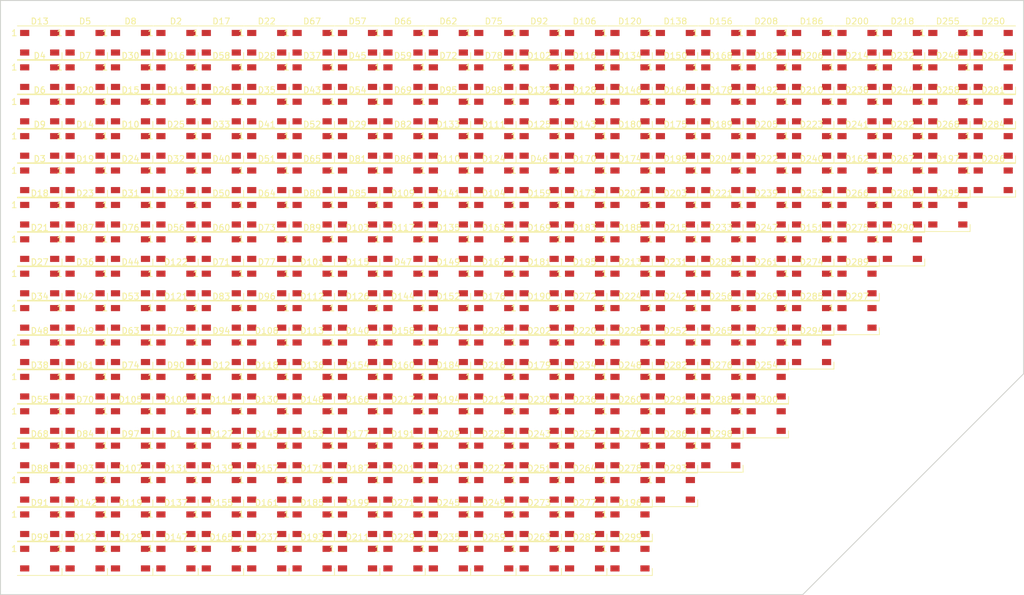
<source format=kicad_pcb>
(kicad_pcb (version 20171130) (host pcbnew 5.0.2+dfsg1-1)
  (layers (0 F.Cu signal) (31 B.Cu signal) (34 B.Paste user) (35 F.Paste user) (36 B.SilkS user) (37 F.SilkS user) (38 B.Mask user) (39 F.Mask user) (44 Edge.Cuts user))
  (net 0 "")
  (net 1 "Net-(D12-Pad3)")
  (net 2 "Net-(D12-Pad4)")
  (net 3 "Net-(D12-Pad2)")
  (net 4 "Net-(D12-Pad1)")
  (net 5 "Net-(D3-Pad1)")
  (net 6 "Net-(D3-Pad2)")
  (net 7 "Net-(D3-Pad4)")
  (net 8 "Net-(D3-Pad3)")
  (net 9 "Net-(D4-Pad3)")
  (net 10 "Net-(D4-Pad4)")
  (net 11 "Net-(D4-Pad2)")
  (net 12 "Net-(D4-Pad1)")
  (net 13 "Net-(D5-Pad1)")
  (net 14 "Net-(D5-Pad2)")
  (net 15 "Net-(D5-Pad4)")
  (net 16 "Net-(D5-Pad3)")
  (net 17 "Net-(D6-Pad3)")
  (net 18 "Net-(D6-Pad4)")
  (net 19 "Net-(D6-Pad2)")
  (net 20 "Net-(D6-Pad1)")
  (net 21 "Net-(D7-Pad1)")
  (net 22 "Net-(D7-Pad2)")
  (net 23 "Net-(D7-Pad4)")
  (net 24 "Net-(D7-Pad3)")
  (net 25 "Net-(D8-Pad3)")
  (net 26 "Net-(D8-Pad4)")
  (net 27 "Net-(D8-Pad2)")
  (net 28 "Net-(D8-Pad1)")
  (net 29 "Net-(D9-Pad1)")
  (net 30 "Net-(D9-Pad2)")
  (net 31 "Net-(D9-Pad4)")
  (net 32 "Net-(D9-Pad3)")
  (net 33 "Net-(D20-Pad3)")
  (net 34 "Net-(D20-Pad4)")
  (net 35 "Net-(D20-Pad2)")
  (net 36 "Net-(D20-Pad1)")
  (net 37 "Net-(D11-Pad1)")
  (net 38 "Net-(D11-Pad2)")
  (net 39 "Net-(D11-Pad4)")
  (net 40 "Net-(D11-Pad3)")
  (net 41 "Net-(D2-Pad3)")
  (net 42 "Net-(D2-Pad4)")
  (net 43 "Net-(D2-Pad2)")
  (net 44 "Net-(D2-Pad1)")
  (net 45 "Net-(D13-Pad1)")
  (net 46 "Net-(D13-Pad2)")
  (net 47 "Net-(D13-Pad4)")
  (net 48 "Net-(D13-Pad3)")
  (net 49 "Net-(D14-Pad3)")
  (net 50 "Net-(D14-Pad4)")
  (net 51 "Net-(D14-Pad2)")
  (net 52 "Net-(D14-Pad1)")
  (net 53 "Net-(D15-Pad1)")
  (net 54 "Net-(D15-Pad2)")
  (net 55 "Net-(D15-Pad4)")
  (net 56 "Net-(D15-Pad3)")
  (net 57 "Net-(D16-Pad3)")
  (net 58 "Net-(D16-Pad4)")
  (net 59 "Net-(D16-Pad2)")
  (net 60 "Net-(D16-Pad1)")
  (net 61 "Net-(D17-Pad1)")
  (net 62 "Net-(D17-Pad2)")
  (net 63 "Net-(D17-Pad4)")
  (net 64 "Net-(D17-Pad3)")
  (net 65 "Net-(D18-Pad3)")
  (net 66 "Net-(D18-Pad4)")
  (net 67 "Net-(D18-Pad2)")
  (net 68 "Net-(D18-Pad1)")
  (net 69 "Net-(D19-Pad1)")
  (net 70 "Net-(D19-Pad2)")
  (net 71 "Net-(D19-Pad4)")
  (net 72 "Net-(D19-Pad3)")
  (net 73 "Net-(D10-Pad3)")
  (net 74 "Net-(D10-Pad4)")
  (net 75 "Net-(D10-Pad2)")
  (net 76 "Net-(D10-Pad1)")
  (net 77 "Net-(D30-Pad1)")
  (net 78 "Net-(D30-Pad2)")
  (net 79 "Net-(D30-Pad4)")
  (net 80 "Net-(D30-Pad3)")
  (net 81 "Net-(D21-Pad3)")
  (net 82 "Net-(D21-Pad4)")
  (net 83 "Net-(D21-Pad2)")
  (net 84 "Net-(D21-Pad1)")
  (net 85 "Net-(D22-Pad1)")
  (net 86 "Net-(D22-Pad2)")
  (net 87 "Net-(D22-Pad4)")
  (net 88 "Net-(D22-Pad3)")
  (net 89 "Net-(D23-Pad3)")
  (net 90 "Net-(D23-Pad4)")
  (net 91 "Net-(D23-Pad2)")
  (net 92 "Net-(D23-Pad1)")
  (net 93 "Net-(D24-Pad1)")
  (net 94 "Net-(D24-Pad2)")
  (net 95 "Net-(D24-Pad4)")
  (net 96 "Net-(D24-Pad3)")
  (net 97 "Net-(D25-Pad3)")
  (net 98 "Net-(D25-Pad4)")
  (net 99 "Net-(D25-Pad2)")
  (net 100 "Net-(D25-Pad1)")
  (net 101 "Net-(D26-Pad1)")
  (net 102 "Net-(D26-Pad2)")
  (net 103 "Net-(D26-Pad4)")
  (net 104 "Net-(D26-Pad3)")
  (net 105 "Net-(D27-Pad3)")
  (net 106 "Net-(D27-Pad4)")
  (net 107 "Net-(D27-Pad2)")
  (net 108 "Net-(D27-Pad1)")
  (net 109 "Net-(D28-Pad1)")
  (net 110 "Net-(D28-Pad2)")
  (net 111 "Net-(D28-Pad4)")
  (net 112 "Net-(D28-Pad3)")
  (net 113 "Net-(D76-Pad3)")
  (net 114 "Net-(D76-Pad4)")
  (net 115 "Net-(D76-Pad2)")
  (net 116 "Net-(D76-Pad1)")
  (net 117 "Net-(D58-Pad1)")
  (net 118 "Net-(D58-Pad2)")
  (net 119 "Net-(D58-Pad4)")
  (net 120 "Net-(D58-Pad3)")
  (net 121 "Net-(D31-Pad3)")
  (net 122 "Net-(D31-Pad4)")
  (net 123 "Net-(D31-Pad2)")
  (net 124 "Net-(D31-Pad1)")
  (net 125 "Net-(D32-Pad1)")
  (net 126 "Net-(D32-Pad2)")
  (net 127 "Net-(D32-Pad4)")
  (net 128 "Net-(D32-Pad3)")
  (net 129 "Net-(D33-Pad3)")
  (net 130 "Net-(D33-Pad4)")
  (net 131 "Net-(D33-Pad2)")
  (net 132 "Net-(D33-Pad1)")
  (net 133 "Net-(D34-Pad1)")
  (net 134 "Net-(D34-Pad2)")
  (net 135 "Net-(D34-Pad4)")
  (net 136 "Net-(D34-Pad3)")
  (net 137 "Net-(D35-Pad3)")
  (net 138 "Net-(D35-Pad4)")
  (net 139 "Net-(D35-Pad2)")
  (net 140 "Net-(D35-Pad1)")
  (net 141 "Net-(D36-Pad1)")
  (net 142 "Net-(D36-Pad2)")
  (net 143 "Net-(D36-Pad4)")
  (net 144 "Net-(D36-Pad3)")
  (net 145 "Net-(D37-Pad3)")
  (net 146 "Net-(D37-Pad4)")
  (net 147 "Net-(D37-Pad2)")
  (net 148 "Net-(D37-Pad1)")
  (net 149 "Net-(D29-Pad1)")
  (net 150 "Net-(D29-Pad2)")
  (net 151 "Net-(D29-Pad4)")
  (net 152 "Net-(D29-Pad3)")
  (net 153 "Net-(D48-Pad3)")
  (net 154 "Net-(D48-Pad4)")
  (net 155 "Net-(D48-Pad2)")
  (net 156 "Net-(D48-Pad1)")
  (net 157 "Net-(D39-Pad1)")
  (net 158 "Net-(D39-Pad2)")
  (net 159 "Net-(D39-Pad4)")
  (net 160 "Net-(D39-Pad3)")
  (net 161 "Net-(D40-Pad3)")
  (net 162 "Net-(D40-Pad4)")
  (net 163 "Net-(D40-Pad2)")
  (net 164 "Net-(D40-Pad1)")
  (net 165 "Net-(D41-Pad1)")
  (net 166 "Net-(D41-Pad2)")
  (net 167 "Net-(D41-Pad4)")
  (net 168 "Net-(D41-Pad3)")
  (net 169 "Net-(D42-Pad3)")
  (net 170 "Net-(D42-Pad4)")
  (net 171 "Net-(D42-Pad2)")
  (net 172 "Net-(D42-Pad1)")
  (net 173 "Net-(D43-Pad1)")
  (net 174 "Net-(D43-Pad2)")
  (net 175 "Net-(D43-Pad4)")
  (net 176 "Net-(D43-Pad3)")
  (net 177 "Net-(D44-Pad3)")
  (net 178 "Net-(D44-Pad4)")
  (net 179 "Net-(D44-Pad2)")
  (net 180 "Net-(D44-Pad1)")
  (net 181 "Net-(D45-Pad1)")
  (net 182 "Net-(D45-Pad2)")
  (net 183 "Net-(D45-Pad4)")
  (net 184 "Net-(D45-Pad3)")
  (net 185 "Net-(D46-Pad3)")
  (net 186 "Net-(D46-Pad4)")
  (net 187 "Net-(D46-Pad2)")
  (net 188 "Net-(D46-Pad1)")
  (net 189 "Net-(D57-Pad1)")
  (net 190 "Net-(D57-Pad2)")
  (net 191 "Net-(D57-Pad4)")
  (net 192 "Net-(D57-Pad3)")
  (net 193 "Net-(D66-Pad3)")
  (net 194 "Net-(D66-Pad4)")
  (net 195 "Net-(D66-Pad2)")
  (net 196 "Net-(D66-Pad1)")
  (net 197 "Net-(D49-Pad1)")
  (net 198 "Net-(D49-Pad2)")
  (net 199 "Net-(D49-Pad4)")
  (net 200 "Net-(D49-Pad3)")
  (net 201 "Net-(D50-Pad3)")
  (net 202 "Net-(D50-Pad4)")
  (net 203 "Net-(D50-Pad2)")
  (net 204 "Net-(D50-Pad1)")
  (net 205 "Net-(D51-Pad1)")
  (net 206 "Net-(D51-Pad2)")
  (net 207 "Net-(D51-Pad4)")
  (net 208 "Net-(D51-Pad3)")
  (net 209 "Net-(D52-Pad3)")
  (net 210 "Net-(D52-Pad4)")
  (net 211 "Net-(D52-Pad2)")
  (net 212 "Net-(D52-Pad1)")
  (net 213 "Net-(D53-Pad1)")
  (net 214 "Net-(D53-Pad2)")
  (net 215 "Net-(D53-Pad4)")
  (net 216 "Net-(D53-Pad3)")
  (net 217 "Net-(D54-Pad3)")
  (net 218 "Net-(D54-Pad4)")
  (net 219 "Net-(D54-Pad2)")
  (net 220 "Net-(D54-Pad1)")
  (net 221 "Net-(D55-Pad1)")
  (net 222 "Net-(D55-Pad2)")
  (net 223 "Net-(D55-Pad4)")
  (net 224 "Net-(D55-Pad3)")
  (net 225 "Net-(D56-Pad3)")
  (net 226 "Net-(D56-Pad4)")
  (net 227 "Net-(D56-Pad2)")
  (net 228 "Net-(D56-Pad1)")
  (net 229 "Net-(D67-Pad1)")
  (net 230 "Net-(D67-Pad2)")
  (net 231 "Net-(D67-Pad4)")
  (net 232 "Net-(D67-Pad3)")
  (net 233 "Net-(D59-Pad3)")
  (net 234 "Net-(D59-Pad4)")
  (net 235 "Net-(D59-Pad2)")
  (net 236 "Net-(D59-Pad1)")
  (net 237 "Net-(D60-Pad1)")
  (net 238 "Net-(D60-Pad2)")
  (net 239 "Net-(D60-Pad4)")
  (net 240 "Net-(D60-Pad3)")
  (net 241 "Net-(D61-Pad3)")
  (net 242 "Net-(D61-Pad4)")
  (net 243 "Net-(D61-Pad2)")
  (net 244 "Net-(D61-Pad1)")
  (net 245 "Net-(D62-Pad1)")
  (net 246 "Net-(D62-Pad2)")
  (net 247 "Net-(D62-Pad4)")
  (net 248 "Net-(D62-Pad3)")
  (net 249 "Net-(D63-Pad3)")
  (net 250 "Net-(D63-Pad4)")
  (net 251 "Net-(D63-Pad2)")
  (net 252 "Net-(D63-Pad1)")
  (net 253 "Net-(D64-Pad1)")
  (net 254 "Net-(D64-Pad2)")
  (net 255 "Net-(D64-Pad4)")
  (net 256 "Net-(D64-Pad3)")
  (net 257 "Net-(D65-Pad3)")
  (net 258 "Net-(D65-Pad4)")
  (net 259 "Net-(D65-Pad2)")
  (net 260 "Net-(D65-Pad1)")
  (net 261 "Net-(D38-Pad1)")
  (net 262 "Net-(D38-Pad2)")
  (net 263 "Net-(D38-Pad4)")
  (net 264 "Net-(D38-Pad3)")
  (net 265 "Net-(D122-Pad3)")
  (net 266 "Net-(D122-Pad4)")
  (net 267 "Net-(D122-Pad2)")
  (net 268 "Net-(D122-Pad1)")
  (net 269 "Net-(D68-Pad1)")
  (net 270 "Net-(D68-Pad2)")
  (net 271 "Net-(D68-Pad4)")
  (net 272 "Net-(D68-Pad3)")
  (net 273 "Net-(D69-Pad3)")
  (net 274 "Net-(D69-Pad4)")
  (net 275 "Net-(D69-Pad2)")
  (net 276 "Net-(D69-Pad1)")
  (net 277 "Net-(D70-Pad1)")
  (net 278 "Net-(D70-Pad2)")
  (net 279 "Net-(D70-Pad4)")
  (net 280 "Net-(D70-Pad3)")
  (net 281 "Net-(D71-Pad3)")
  (net 282 "Net-(D71-Pad4)")
  (net 283 "Net-(D71-Pad2)")
  (net 284 "Net-(D71-Pad1)")
  (net 285 "Net-(D72-Pad1)")
  (net 286 "Net-(D72-Pad2)")
  (net 287 "Net-(D72-Pad4)")
  (net 288 "Net-(D72-Pad3)")
  (net 289 "Net-(D73-Pad3)")
  (net 290 "Net-(D73-Pad4)")
  (net 291 "Net-(D73-Pad2)")
  (net 292 "Net-(D73-Pad1)")
  (net 293 "Net-(D74-Pad1)")
  (net 294 "Net-(D74-Pad2)")
  (net 295 "Net-(D74-Pad4)")
  (net 296 "Net-(D74-Pad3)")
  (net 297 "Net-(D75-Pad3)")
  (net 298 "Net-(D75-Pad4)")
  (net 299 "Net-(D75-Pad2)")
  (net 300 "Net-(D75-Pad1)")
  (net 301 "Net-(D87-Pad1)")
  (net 302 "Net-(D87-Pad2)")
  (net 303 "Net-(D87-Pad4)")
  (net 304 "Net-(D87-Pad3)")
  (net 305 "Net-(D78-Pad3)")
  (net 306 "Net-(D78-Pad4)")
  (net 307 "Net-(D78-Pad2)")
  (net 308 "Net-(D78-Pad1)")
  (net 309 "Net-(D79-Pad1)")
  (net 310 "Net-(D79-Pad2)")
  (net 311 "Net-(D79-Pad4)")
  (net 312 "Net-(D79-Pad3)")
  (net 313 "Net-(D80-Pad3)")
  (net 314 "Net-(D80-Pad4)")
  (net 315 "Net-(D80-Pad2)")
  (net 316 "Net-(D80-Pad1)")
  (net 317 "Net-(D81-Pad1)")
  (net 318 "Net-(D81-Pad2)")
  (net 319 "Net-(D81-Pad4)")
  (net 320 "Net-(D81-Pad3)")
  (net 321 "Net-(D82-Pad3)")
  (net 322 "Net-(D82-Pad4)")
  (net 323 "Net-(D82-Pad2)")
  (net 324 "Net-(D82-Pad1)")
  (net 325 "Net-(D83-Pad1)")
  (net 326 "Net-(D83-Pad2)")
  (net 327 "Net-(D83-Pad4)")
  (net 328 "Net-(D83-Pad3)")
  (net 329 "Net-(D84-Pad3)")
  (net 330 "Net-(D84-Pad4)")
  (net 331 "Net-(D84-Pad2)")
  (net 332 "Net-(D84-Pad1)")
  (net 333 "Net-(D95-Pad1)")
  (net 334 "Net-(D95-Pad2)")
  (net 335 "Net-(D95-Pad4)")
  (net 336 "Net-(D95-Pad3)")
  (net 337 "Net-(D86-Pad3)")
  (net 338 "Net-(D86-Pad4)")
  (net 339 "Net-(D86-Pad2)")
  (net 340 "Net-(D86-Pad1)")
  (net 341 "Net-(D77-Pad1)")
  (net 342 "Net-(D77-Pad2)")
  (net 343 "Net-(D77-Pad4)")
  (net 344 "Net-(D77-Pad3)")
  (net 345 "Net-(D88-Pad3)")
  (net 346 "Net-(D88-Pad4)")
  (net 347 "Net-(D88-Pad2)")
  (net 348 "Net-(D88-Pad1)")
  (net 349 "Net-(D89-Pad1)")
  (net 350 "Net-(D89-Pad2)")
  (net 351 "Net-(D89-Pad4)")
  (net 352 "Net-(D89-Pad3)")
  (net 353 "Net-(D90-Pad3)")
  (net 354 "Net-(D90-Pad4)")
  (net 355 "Net-(D90-Pad2)")
  (net 356 "Net-(D90-Pad1)")
  (net 357 "Net-(D91-Pad1)")
  (net 358 "Net-(D91-Pad2)")
  (net 359 "Net-(D91-Pad4)")
  (net 360 "Net-(D91-Pad3)")
  (net 361 "Net-(D92-Pad3)")
  (net 362 "Net-(D92-Pad4)")
  (net 363 "Net-(D92-Pad2)")
  (net 364 "Net-(D92-Pad1)")
  (net 365 "Net-(D93-Pad1)")
  (net 366 "Net-(D93-Pad2)")
  (net 367 "Net-(D93-Pad4)")
  (net 368 "Net-(D93-Pad3)")
  (net 369 "Net-(D94-Pad3)")
  (net 370 "Net-(D94-Pad4)")
  (net 371 "Net-(D94-Pad2)")
  (net 372 "Net-(D94-Pad1)")
  (net 373 "Net-(D85-Pad1)")
  (net 374 "Net-(D85-Pad2)")
  (net 375 "Net-(D85-Pad4)")
  (net 376 "Net-(D85-Pad3)")
  (net 377 "Net-(D105-Pad3)")
  (net 378 "Net-(D105-Pad4)")
  (net 379 "Net-(D105-Pad2)")
  (net 380 "Net-(D105-Pad1)")
  (net 381 "Net-(D96-Pad1)")
  (net 382 "Net-(D96-Pad2)")
  (net 383 "Net-(D96-Pad4)")
  (net 384 "Net-(D96-Pad3)")
  (net 385 "Net-(D97-Pad3)")
  (net 386 "Net-(D97-Pad4)")
  (net 387 "Net-(D97-Pad2)")
  (net 388 "Net-(D97-Pad1)")
  (net 389 "Net-(D98-Pad1)")
  (net 390 "Net-(D98-Pad2)")
  (net 391 "Net-(D98-Pad4)")
  (net 392 "Net-(D98-Pad3)")
  (net 393 "Net-(D99-Pad3)")
  (net 394 "Net-(D99-Pad4)")
  (net 395 "Net-(D99-Pad2)")
  (net 396 "Net-(D99-Pad1)")
  (net 397 "Net-(D100-Pad1)")
  (net 398 "Net-(D100-Pad2)")
  (net 399 "Net-(D100-Pad4)")
  (net 400 "Net-(D100-Pad3)")
  (net 401 "Net-(D101-Pad3)")
  (net 402 "Net-(D101-Pad4)")
  (net 403 "Net-(D101-Pad2)")
  (net 404 "Net-(D101-Pad1)")
  (net 405 "Net-(D102-Pad1)")
  (net 406 "Net-(D102-Pad2)")
  (net 407 "Net-(D102-Pad4)")
  (net 408 "Net-(D102-Pad3)")
  (net 409 "Net-(D103-Pad3)")
  (net 410 "Net-(D103-Pad4)")
  (net 411 "Net-(D103-Pad2)")
  (net 412 "Net-(D103-Pad1)")
  (net 413 "Net-(D1-Pad1)")
  (net 414 "Net-(D1-Pad2)")
  (net 415 "Net-(D1-Pad4)")
  (net 416 "Net-(D1-Pad3)")
  (net 417 "Net-(D133-Pad3)")
  (net 418 "Net-(D133-Pad4)")
  (net 419 "Net-(D133-Pad2)")
  (net 420 "Net-(D133-Pad1)")
  (net 421 "Net-(D106-Pad1)")
  (net 422 "Net-(D106-Pad2)")
  (net 423 "Net-(D106-Pad4)")
  (net 424 "Net-(D106-Pad3)")
  (net 425 "Net-(D107-Pad3)")
  (net 426 "Net-(D107-Pad4)")
  (net 427 "Net-(D107-Pad2)")
  (net 428 "Net-(D107-Pad1)")
  (net 429 "Net-(D108-Pad1)")
  (net 430 "Net-(D108-Pad2)")
  (net 431 "Net-(D108-Pad4)")
  (net 432 "Net-(D108-Pad3)")
  (net 433 "Net-(D109-Pad3)")
  (net 434 "Net-(D109-Pad4)")
  (net 435 "Net-(D109-Pad2)")
  (net 436 "Net-(D109-Pad1)")
  (net 437 "Net-(D110-Pad1)")
  (net 438 "Net-(D110-Pad2)")
  (net 439 "Net-(D110-Pad4)")
  (net 440 "Net-(D110-Pad3)")
  (net 441 "Net-(D111-Pad3)")
  (net 442 "Net-(D111-Pad4)")
  (net 443 "Net-(D111-Pad2)")
  (net 444 "Net-(D111-Pad1)")
  (net 445 "Net-(D112-Pad1)")
  (net 446 "Net-(D112-Pad2)")
  (net 447 "Net-(D112-Pad4)")
  (net 448 "Net-(D112-Pad3)")
  (net 449 "Net-(D104-Pad3)")
  (net 450 "Net-(D104-Pad4)")
  (net 451 "Net-(D104-Pad2)")
  (net 452 "Net-(D104-Pad1)")
  (net 453 "Net-(D123-Pad1)")
  (net 454 "Net-(D123-Pad2)")
  (net 455 "Net-(D123-Pad4)")
  (net 456 "Net-(D123-Pad3)")
  (net 457 "Net-(D114-Pad3)")
  (net 458 "Net-(D114-Pad4)")
  (net 459 "Net-(D114-Pad2)")
  (net 460 "Net-(D114-Pad1)")
  (net 461 "Net-(D115-Pad1)")
  (net 462 "Net-(D115-Pad2)")
  (net 463 "Net-(D115-Pad4)")
  (net 464 "Net-(D115-Pad3)")
  (net 465 "Net-(D116-Pad3)")
  (net 466 "Net-(D116-Pad4)")
  (net 467 "Net-(D116-Pad2)")
  (net 468 "Net-(D116-Pad1)")
  (net 469 "Net-(D117-Pad1)")
  (net 470 "Net-(D117-Pad2)")
  (net 471 "Net-(D117-Pad4)")
  (net 472 "Net-(D117-Pad3)")
  (net 473 "Net-(D118-Pad3)")
  (net 474 "Net-(D118-Pad4)")
  (net 475 "Net-(D118-Pad2)")
  (net 476 "Net-(D118-Pad1)")
  (net 477 "Net-(D119-Pad1)")
  (net 478 "Net-(D119-Pad2)")
  (net 479 "Net-(D119-Pad4)")
  (net 480 "Net-(D119-Pad3)")
  (net 481 "Net-(D120-Pad3)")
  (net 482 "Net-(D120-Pad4)")
  (net 483 "Net-(D120-Pad2)")
  (net 484 "Net-(D120-Pad1)")
  (net 485 "Net-(D121-Pad1)")
  (net 486 "Net-(D121-Pad2)")
  (net 487 "Net-(D121-Pad4)")
  (net 488 "Net-(D121-Pad3)")
  (net 489 "Net-(D132-Pad3)")
  (net 490 "Net-(D132-Pad4)")
  (net 491 "Net-(D132-Pad2)")
  (net 492 "Net-(D132-Pad1)")
  (net 493 "Net-(D141-Pad1)")
  (net 494 "Net-(D141-Pad2)")
  (net 495 "Net-(D141-Pad4)")
  (net 496 "Net-(D141-Pad3)")
  (net 497 "Net-(D124-Pad3)")
  (net 498 "Net-(D124-Pad4)")
  (net 499 "Net-(D124-Pad2)")
  (net 500 "Net-(D124-Pad1)")
  (net 501 "Net-(D125-Pad1)")
  (net 502 "Net-(D125-Pad2)")
  (net 503 "Net-(D125-Pad4)")
  (net 504 "Net-(D125-Pad3)")
  (net 505 "Net-(D126-Pad3)")
  (net 506 "Net-(D126-Pad4)")
  (net 507 "Net-(D126-Pad2)")
  (net 508 "Net-(D126-Pad1)")
  (net 509 "Net-(D127-Pad1)")
  (net 510 "Net-(D127-Pad2)")
  (net 511 "Net-(D127-Pad4)")
  (net 512 "Net-(D127-Pad3)")
  (net 513 "Net-(D128-Pad3)")
  (net 514 "Net-(D128-Pad4)")
  (net 515 "Net-(D128-Pad2)")
  (net 516 "Net-(D128-Pad1)")
  (net 517 "Net-(D129-Pad1)")
  (net 518 "Net-(D129-Pad2)")
  (net 519 "Net-(D129-Pad4)")
  (net 520 "Net-(D129-Pad3)")
  (net 521 "Net-(D130-Pad3)")
  (net 522 "Net-(D130-Pad4)")
  (net 523 "Net-(D130-Pad2)")
  (net 524 "Net-(D130-Pad1)")
  (net 525 "Net-(D131-Pad1)")
  (net 526 "Net-(D131-Pad2)")
  (net 527 "Net-(D131-Pad4)")
  (net 528 "Net-(D131-Pad3)")
  (net 529 "Net-(D142-Pad3)")
  (net 530 "Net-(D142-Pad4)")
  (net 531 "Net-(D142-Pad2)")
  (net 532 "Net-(D142-Pad1)")
  (net 533 "Net-(D134-Pad1)")
  (net 534 "Net-(D134-Pad2)")
  (net 535 "Net-(D134-Pad4)")
  (net 536 "Net-(D134-Pad3)")
  (net 537 "Net-(D135-Pad3)")
  (net 538 "Net-(D135-Pad4)")
  (net 539 "Net-(D135-Pad2)")
  (net 540 "Net-(D135-Pad1)")
  (net 541 "Net-(D136-Pad1)")
  (net 542 "Net-(D136-Pad2)")
  (net 543 "Net-(D136-Pad4)")
  (net 544 "Net-(D136-Pad3)")
  (net 545 "Net-(D137-Pad3)")
  (net 546 "Net-(D137-Pad4)")
  (net 547 "Net-(D137-Pad2)")
  (net 548 "Net-(D137-Pad1)")
  (net 549 "Net-(D138-Pad1)")
  (net 550 "Net-(D138-Pad2)")
  (net 551 "Net-(D138-Pad4)")
  (net 552 "Net-(D138-Pad3)")
  (net 553 "Net-(D139-Pad3)")
  (net 554 "Net-(D139-Pad4)")
  (net 555 "Net-(D139-Pad2)")
  (net 556 "Net-(D139-Pad1)")
  (net 557 "Net-(D140-Pad1)")
  (net 558 "Net-(D140-Pad2)")
  (net 559 "Net-(D140-Pad4)")
  (net 560 "Net-(D140-Pad3)")
  (net 561 "Net-(D113-Pad3)")
  (net 562 "Net-(D113-Pad4)")
  (net 563 "Net-(D113-Pad2)")
  (net 564 "Net-(D113-Pad1)")
  (net 565 "Net-(D47-Pad1)")
  (net 566 "Net-(D47-Pad2)")
  (net 567 "Net-(D47-Pad4)")
  (net 568 "Net-(D47-Pad3)")
  (net 569 "Net-(D143-Pad3)")
  (net 570 "Net-(D143-Pad4)")
  (net 571 "Net-(D143-Pad2)")
  (net 572 "Net-(D143-Pad1)")
  (net 573 "Net-(D144-Pad1)")
  (net 574 "Net-(D144-Pad2)")
  (net 575 "Net-(D144-Pad4)")
  (net 576 "Net-(D144-Pad3)")
  (net 577 "Net-(D145-Pad3)")
  (net 578 "Net-(D145-Pad4)")
  (net 579 "Net-(D145-Pad2)")
  (net 580 "Net-(D145-Pad1)")
  (net 581 "Net-(D146-Pad1)")
  (net 582 "Net-(D146-Pad2)")
  (net 583 "Net-(D146-Pad4)")
  (net 584 "Net-(D146-Pad3)")
  (net 585 "Net-(D147-Pad3)")
  (net 586 "Net-(D147-Pad4)")
  (net 587 "Net-(D147-Pad2)")
  (net 588 "Net-(D147-Pad1)")
  (net 589 "Net-(D148-Pad1)")
  (net 590 "Net-(D148-Pad2)")
  (net 591 "Net-(D148-Pad4)")
  (net 592 "Net-(D148-Pad3)")
  (net 593 "Net-(D149-Pad3)")
  (net 594 "Net-(D149-Pad4)")
  (net 595 "Net-(D149-Pad2)")
  (net 596 "Net-(D149-Pad1)")
  (net 597 "Net-(D150-Pad1)")
  (net 598 "Net-(D150-Pad2)")
  (net 599 "Net-(D150-Pad4)")
  (net 600 "Net-(D150-Pad3)")
  (net 601 "Net-(D162-Pad3)")
  (net 602 "Net-(D162-Pad4)")
  (net 603 "Net-(D162-Pad2)")
  (net 604 "Net-(D162-Pad1)")
  (net 605 "Net-(D153-Pad1)")
  (net 606 "Net-(D153-Pad2)")
  (net 607 "Net-(D153-Pad4)")
  (net 608 "Net-(D153-Pad3)")
  (net 609 "Net-(D154-Pad3)")
  (net 610 "Net-(D154-Pad4)")
  (net 611 "Net-(D154-Pad2)")
  (net 612 "Net-(D154-Pad1)")
  (net 613 "Net-(D155-Pad1)")
  (net 614 "Net-(D155-Pad2)")
  (net 615 "Net-(D155-Pad4)")
  (net 616 "Net-(D155-Pad3)")
  (net 617 "Net-(D156-Pad3)")
  (net 618 "Net-(D156-Pad4)")
  (net 619 "Net-(D156-Pad2)")
  (net 620 "Net-(D156-Pad1)")
  (net 621 "Net-(D157-Pad1)")
  (net 622 "Net-(D157-Pad2)")
  (net 623 "Net-(D157-Pad4)")
  (net 624 "Net-(D157-Pad3)")
  (net 625 "Net-(D158-Pad3)")
  (net 626 "Net-(D158-Pad4)")
  (net 627 "Net-(D158-Pad2)")
  (net 628 "Net-(D158-Pad1)")
  (net 629 "Net-(D159-Pad1)")
  (net 630 "Net-(D159-Pad2)")
  (net 631 "Net-(D159-Pad4)")
  (net 632 "Net-(D159-Pad3)")
  (net 633 "Net-(D170-Pad3)")
  (net 634 "Net-(D170-Pad4)")
  (net 635 "Net-(D170-Pad2)")
  (net 636 "Net-(D170-Pad1)")
  (net 637 "Net-(D161-Pad1)")
  (net 638 "Net-(D161-Pad2)")
  (net 639 "Net-(D161-Pad4)")
  (net 640 "Net-(D161-Pad3)")
  (net 641 "Net-(D152-Pad3)")
  (net 642 "Net-(D152-Pad4)")
  (net 643 "Net-(D152-Pad2)")
  (net 644 "Net-(D152-Pad1)")
  (net 645 "Net-(D163-Pad1)")
  (net 646 "Net-(D163-Pad2)")
  (net 647 "Net-(D163-Pad4)")
  (net 648 "Net-(D163-Pad3)")
  (net 649 "Net-(D164-Pad3)")
  (net 650 "Net-(D164-Pad4)")
  (net 651 "Net-(D164-Pad2)")
  (net 652 "Net-(D164-Pad1)")
  (net 653 "Net-(D165-Pad1)")
  (net 654 "Net-(D165-Pad2)")
  (net 655 "Net-(D165-Pad4)")
  (net 656 "Net-(D165-Pad3)")
  (net 657 "Net-(D166-Pad3)")
  (net 658 "Net-(D166-Pad4)")
  (net 659 "Net-(D166-Pad2)")
  (net 660 "Net-(D166-Pad1)")
  (net 661 "Net-(D167-Pad1)")
  (net 662 "Net-(D167-Pad2)")
  (net 663 "Net-(D167-Pad4)")
  (net 664 "Net-(D167-Pad3)")
  (net 665 "Net-(D168-Pad3)")
  (net 666 "Net-(D168-Pad4)")
  (net 667 "Net-(D168-Pad2)")
  (net 668 "Net-(D168-Pad1)")
  (net 669 "Net-(D169-Pad1)")
  (net 670 "Net-(D169-Pad2)")
  (net 671 "Net-(D169-Pad4)")
  (net 672 "Net-(D169-Pad3)")
  (net 673 "Net-(D160-Pad3)")
  (net 674 "Net-(D160-Pad4)")
  (net 675 "Net-(D160-Pad2)")
  (net 676 "Net-(D160-Pad1)")
  (net 677 "Net-(D180-Pad1)")
  (net 678 "Net-(D180-Pad2)")
  (net 679 "Net-(D180-Pad4)")
  (net 680 "Net-(D180-Pad3)")
  (net 681 "Net-(D171-Pad3)")
  (net 682 "Net-(D171-Pad4)")
  (net 683 "Net-(D171-Pad2)")
  (net 684 "Net-(D171-Pad1)")
  (net 685 "Net-(D172-Pad1)")
  (net 686 "Net-(D172-Pad2)")
  (net 687 "Net-(D172-Pad4)")
  (net 688 "Net-(D172-Pad3)")
  (net 689 "Net-(D173-Pad3)")
  (net 690 "Net-(D173-Pad4)")
  (net 691 "Net-(D173-Pad2)")
  (net 692 "Net-(D173-Pad1)")
  (net 693 "Net-(D174-Pad1)")
  (net 694 "Net-(D174-Pad2)")
  (net 695 "Net-(D174-Pad4)")
  (net 696 "Net-(D174-Pad3)")
  (net 697 "Net-(D175-Pad3)")
  (net 698 "Net-(D175-Pad4)")
  (net 699 "Net-(D175-Pad2)")
  (net 700 "Net-(D175-Pad1)")
  (net 701 "Net-(D176-Pad1)")
  (net 702 "Net-(D176-Pad2)")
  (net 703 "Net-(D176-Pad4)")
  (net 704 "Net-(D176-Pad3)")
  (net 705 "Net-(D177-Pad3)")
  (net 706 "Net-(D177-Pad4)")
  (net 707 "Net-(D177-Pad2)")
  (net 708 "Net-(D177-Pad1)")
  (net 709 "Net-(D178-Pad1)")
  (net 710 "Net-(D178-Pad2)")
  (net 711 "Net-(D178-Pad4)")
  (net 712 "Net-(D178-Pad3)")
  (net 713 "Net-(D226-Pad3)")
  (net 714 "Net-(D226-Pad4)")
  (net 715 "Net-(D226-Pad2)")
  (net 716 "Net-(D226-Pad1)")
  (net 717 "Net-(D208-Pad1)")
  (net 718 "Net-(D208-Pad2)")
  (net 719 "Net-(D208-Pad4)")
  (net 720 "Net-(D208-Pad3)")
  (net 721 "Net-(D181-Pad3)")
  (net 722 "Net-(D181-Pad4)")
  (net 723 "Net-(D181-Pad2)")
  (net 724 "Net-(D181-Pad1)")
  (net 725 "Net-(D182-Pad1)")
  (net 726 "Net-(D182-Pad2)")
  (net 727 "Net-(D182-Pad4)")
  (net 728 "Net-(D182-Pad3)")
  (net 729 "Net-(D183-Pad3)")
  (net 730 "Net-(D183-Pad4)")
  (net 731 "Net-(D183-Pad2)")
  (net 732 "Net-(D183-Pad1)")
  (net 733 "Net-(D184-Pad1)")
  (net 734 "Net-(D184-Pad2)")
  (net 735 "Net-(D184-Pad4)")
  (net 736 "Net-(D184-Pad3)")
  (net 737 "Net-(D185-Pad3)")
  (net 738 "Net-(D185-Pad4)")
  (net 739 "Net-(D185-Pad2)")
  (net 740 "Net-(D185-Pad1)")
  (net 741 "Net-(D186-Pad1)")
  (net 742 "Net-(D186-Pad2)")
  (net 743 "Net-(D186-Pad4)")
  (net 744 "Net-(D186-Pad3)")
  (net 745 "Net-(D187-Pad3)")
  (net 746 "Net-(D187-Pad4)")
  (net 747 "Net-(D187-Pad2)")
  (net 748 "Net-(D187-Pad1)")
  (net 749 "Net-(D179-Pad1)")
  (net 750 "Net-(D179-Pad2)")
  (net 751 "Net-(D179-Pad4)")
  (net 752 "Net-(D179-Pad3)")
  (net 753 "Net-(D198-Pad3)")
  (net 754 "Net-(D198-Pad4)")
  (net 755 "Net-(D198-Pad2)")
  (net 756 "Net-(D198-Pad1)")
  (net 757 "Net-(D189-Pad1)")
  (net 758 "Net-(D189-Pad2)")
  (net 759 "Net-(D189-Pad4)")
  (net 760 "Net-(D189-Pad3)")
  (net 761 "Net-(D190-Pad3)")
  (net 762 "Net-(D190-Pad4)")
  (net 763 "Net-(D190-Pad2)")
  (net 764 "Net-(D190-Pad1)")
  (net 765 "Net-(D191-Pad1)")
  (net 766 "Net-(D191-Pad2)")
  (net 767 "Net-(D191-Pad4)")
  (net 768 "Net-(D191-Pad3)")
  (net 769 "Net-(D192-Pad3)")
  (net 770 "Net-(D192-Pad4)")
  (net 771 "Net-(D192-Pad2)")
  (net 772 "Net-(D192-Pad1)")
  (net 773 "Net-(D193-Pad1)")
  (net 774 "Net-(D193-Pad2)")
  (net 775 "Net-(D193-Pad4)")
  (net 776 "Net-(D193-Pad3)")
  (net 777 "Net-(D194-Pad3)")
  (net 778 "Net-(D194-Pad4)")
  (net 779 "Net-(D194-Pad2)")
  (net 780 "Net-(D194-Pad1)")
  (net 781 "Net-(D195-Pad1)")
  (net 782 "Net-(D195-Pad2)")
  (net 783 "Net-(D195-Pad4)")
  (net 784 "Net-(D195-Pad3)")
  (net 785 "Net-(D196-Pad3)")
  (net 786 "Net-(D196-Pad4)")
  (net 787 "Net-(D196-Pad2)")
  (net 788 "Net-(D196-Pad1)")
  (net 789 "Net-(D207-Pad1)")
  (net 790 "Net-(D207-Pad2)")
  (net 791 "Net-(D207-Pad4)")
  (net 792 "Net-(D207-Pad3)")
  (net 793 "Net-(D216-Pad3)")
  (net 794 "Net-(D216-Pad4)")
  (net 795 "Net-(D216-Pad2)")
  (net 796 "Net-(D216-Pad1)")
  (net 797 "Net-(D199-Pad1)")
  (net 798 "Net-(D199-Pad2)")
  (net 799 "Net-(D199-Pad4)")
  (net 800 "Net-(D199-Pad3)")
  (net 801 "Net-(D200-Pad3)")
  (net 802 "Net-(D200-Pad4)")
  (net 803 "Net-(D200-Pad2)")
  (net 804 "Net-(D200-Pad1)")
  (net 805 "Net-(D201-Pad1)")
  (net 806 "Net-(D201-Pad2)")
  (net 807 "Net-(D201-Pad4)")
  (net 808 "Net-(D201-Pad3)")
  (net 809 "Net-(D202-Pad3)")
  (net 810 "Net-(D202-Pad4)")
  (net 811 "Net-(D202-Pad2)")
  (net 812 "Net-(D202-Pad1)")
  (net 813 "Net-(D203-Pad1)")
  (net 814 "Net-(D203-Pad2)")
  (net 815 "Net-(D203-Pad4)")
  (net 816 "Net-(D203-Pad3)")
  (net 817 "Net-(D204-Pad3)")
  (net 818 "Net-(D204-Pad4)")
  (net 819 "Net-(D204-Pad2)")
  (net 820 "Net-(D204-Pad1)")
  (net 821 "Net-(D205-Pad1)")
  (net 822 "Net-(D205-Pad2)")
  (net 823 "Net-(D205-Pad4)")
  (net 824 "Net-(D205-Pad3)")
  (net 825 "Net-(D206-Pad3)")
  (net 826 "Net-(D206-Pad4)")
  (net 827 "Net-(D206-Pad2)")
  (net 828 "Net-(D206-Pad1)")
  (net 829 "Net-(D217-Pad1)")
  (net 830 "Net-(D217-Pad2)")
  (net 831 "Net-(D217-Pad4)")
  (net 832 "Net-(D217-Pad3)")
  (net 833 "Net-(D209-Pad3)")
  (net 834 "Net-(D209-Pad4)")
  (net 835 "Net-(D209-Pad2)")
  (net 836 "Net-(D209-Pad1)")
  (net 837 "Net-(D210-Pad1)")
  (net 838 "Net-(D210-Pad2)")
  (net 839 "Net-(D210-Pad4)")
  (net 840 "Net-(D210-Pad3)")
  (net 841 "Net-(D211-Pad3)")
  (net 842 "Net-(D211-Pad4)")
  (net 843 "Net-(D211-Pad2)")
  (net 844 "Net-(D211-Pad1)")
  (net 845 "Net-(D212-Pad1)")
  (net 846 "Net-(D212-Pad2)")
  (net 847 "Net-(D212-Pad4)")
  (net 848 "Net-(D212-Pad3)")
  (net 849 "Net-(D213-Pad3)")
  (net 850 "Net-(D213-Pad4)")
  (net 851 "Net-(D213-Pad2)")
  (net 852 "Net-(D213-Pad1)")
  (net 853 "Net-(D214-Pad1)")
  (net 854 "Net-(D214-Pad2)")
  (net 855 "Net-(D214-Pad4)")
  (net 856 "Net-(D214-Pad3)")
  (net 857 "Net-(D215-Pad3)")
  (net 858 "Net-(D215-Pad4)")
  (net 859 "Net-(D215-Pad2)")
  (net 860 "Net-(D215-Pad1)")
  (net 861 "Net-(D188-Pad1)")
  (net 862 "Net-(D188-Pad2)")
  (net 863 "Net-(D188-Pad4)")
  (net 864 "Net-(D188-Pad3)")
  (net 865 "Net-(D272-Pad3)")
  (net 866 "Net-(D272-Pad4)")
  (net 867 "Net-(D272-Pad2)")
  (net 868 "Net-(D272-Pad1)")
  (net 869 "Net-(D218-Pad1)")
  (net 870 "Net-(D218-Pad2)")
  (net 871 "Net-(D218-Pad4)")
  (net 872 "Net-(D218-Pad3)")
  (net 873 "Net-(D219-Pad3)")
  (net 874 "Net-(D219-Pad4)")
  (net 875 "Net-(D219-Pad2)")
  (net 876 "Net-(D219-Pad1)")
  (net 877 "Net-(D220-Pad1)")
  (net 878 "Net-(D220-Pad2)")
  (net 879 "Net-(D220-Pad4)")
  (net 880 "Net-(D220-Pad3)")
  (net 881 "Net-(D221-Pad3)")
  (net 882 "Net-(D221-Pad4)")
  (net 883 "Net-(D221-Pad2)")
  (net 884 "Net-(D221-Pad1)")
  (net 885 "Net-(D222-Pad1)")
  (net 886 "Net-(D222-Pad2)")
  (net 887 "Net-(D222-Pad4)")
  (net 888 "Net-(D222-Pad3)")
  (net 889 "Net-(D223-Pad3)")
  (net 890 "Net-(D223-Pad4)")
  (net 891 "Net-(D223-Pad2)")
  (net 892 "Net-(D223-Pad1)")
  (net 893 "Net-(D224-Pad1)")
  (net 894 "Net-(D224-Pad2)")
  (net 895 "Net-(D224-Pad4)")
  (net 896 "Net-(D224-Pad3)")
  (net 897 "Net-(D225-Pad3)")
  (net 898 "Net-(D225-Pad4)")
  (net 899 "Net-(D225-Pad2)")
  (net 900 "Net-(D225-Pad1)")
  (net 901 "Net-(D237-Pad1)")
  (net 902 "Net-(D237-Pad2)")
  (net 903 "Net-(D237-Pad4)")
  (net 904 "Net-(D237-Pad3)")
  (net 905 "Net-(D228-Pad3)")
  (net 906 "Net-(D228-Pad4)")
  (net 907 "Net-(D228-Pad2)")
  (net 908 "Net-(D228-Pad1)")
  (net 909 "Net-(D229-Pad1)")
  (net 910 "Net-(D229-Pad2)")
  (net 911 "Net-(D229-Pad4)")
  (net 912 "Net-(D229-Pad3)")
  (net 913 "Net-(D230-Pad3)")
  (net 914 "Net-(D230-Pad4)")
  (net 915 "Net-(D230-Pad2)")
  (net 916 "Net-(D230-Pad1)")
  (net 917 "Net-(D231-Pad1)")
  (net 918 "Net-(D231-Pad2)")
  (net 919 "Net-(D231-Pad4)")
  (net 920 "Net-(D231-Pad3)")
  (net 921 "Net-(D232-Pad3)")
  (net 922 "Net-(D232-Pad4)")
  (net 923 "Net-(D232-Pad2)")
  (net 924 "Net-(D232-Pad1)")
  (net 925 "Net-(D233-Pad1)")
  (net 926 "Net-(D233-Pad2)")
  (net 927 "Net-(D233-Pad4)")
  (net 928 "Net-(D233-Pad3)")
  (net 929 "Net-(D234-Pad3)")
  (net 930 "Net-(D234-Pad4)")
  (net 931 "Net-(D234-Pad2)")
  (net 932 "Net-(D234-Pad1)")
  (net 933 "Net-(D245-Pad1)")
  (net 934 "Net-(D245-Pad2)")
  (net 935 "Net-(D245-Pad4)")
  (net 936 "Net-(D245-Pad3)")
  (net 937 "Net-(D236-Pad3)")
  (net 938 "Net-(D236-Pad4)")
  (net 939 "Net-(D236-Pad2)")
  (net 940 "Net-(D236-Pad1)")
  (net 941 "Net-(D227-Pad1)")
  (net 942 "Net-(D227-Pad2)")
  (net 943 "Net-(D227-Pad4)")
  (net 944 "Net-(D227-Pad3)")
  (net 945 "Net-(D238-Pad3)")
  (net 946 "Net-(D238-Pad4)")
  (net 947 "Net-(D238-Pad2)")
  (net 948 "Net-(D238-Pad1)")
  (net 949 "Net-(D239-Pad1)")
  (net 950 "Net-(D239-Pad2)")
  (net 951 "Net-(D239-Pad4)")
  (net 952 "Net-(D239-Pad3)")
  (net 953 "Net-(D240-Pad3)")
  (net 954 "Net-(D240-Pad4)")
  (net 955 "Net-(D240-Pad2)")
  (net 956 "Net-(D240-Pad1)")
  (net 957 "Net-(D241-Pad1)")
  (net 958 "Net-(D241-Pad2)")
  (net 959 "Net-(D241-Pad4)")
  (net 960 "Net-(D241-Pad3)")
  (net 961 "Net-(D242-Pad3)")
  (net 962 "Net-(D242-Pad4)")
  (net 963 "Net-(D242-Pad2)")
  (net 964 "Net-(D242-Pad1)")
  (net 965 "Net-(D243-Pad1)")
  (net 966 "Net-(D243-Pad2)")
  (net 967 "Net-(D243-Pad4)")
  (net 968 "Net-(D243-Pad3)")
  (net 969 "Net-(D244-Pad3)")
  (net 970 "Net-(D244-Pad4)")
  (net 971 "Net-(D244-Pad2)")
  (net 972 "Net-(D244-Pad1)")
  (net 973 "Net-(D235-Pad1)")
  (net 974 "Net-(D235-Pad2)")
  (net 975 "Net-(D235-Pad4)")
  (net 976 "Net-(D235-Pad3)")
  (net 977 "Net-(D255-Pad3)")
  (net 978 "Net-(D255-Pad4)")
  (net 979 "Net-(D255-Pad2)")
  (net 980 "Net-(D255-Pad1)")
  (net 981 "Net-(D246-Pad1)")
  (net 982 "Net-(D246-Pad2)")
  (net 983 "Net-(D246-Pad4)")
  (net 984 "Net-(D246-Pad3)")
  (net 985 "Net-(D247-Pad3)")
  (net 986 "Net-(D247-Pad4)")
  (net 987 "Net-(D247-Pad2)")
  (net 988 "Net-(D247-Pad1)")
  (net 989 "Net-(D248-Pad1)")
  (net 990 "Net-(D248-Pad2)")
  (net 991 "Net-(D248-Pad4)")
  (net 992 "Net-(D248-Pad3)")
  (net 993 "Net-(D249-Pad3)")
  (net 994 "Net-(D249-Pad4)")
  (net 995 "Net-(D249-Pad2)")
  (net 996 "Net-(D249-Pad1)")
  (net 997 "Net-(D250-Pad1)")
  (net 998 "Net-(D250-Pad2)")
  (net 999 "Net-(D250-Pad4)")
  (net 1000 "Net-(D250-Pad3)")
  (net 1001 "Net-(D251-Pad3)")
  (net 1002 "Net-(D251-Pad4)")
  (net 1003 "Net-(D251-Pad2)")
  (net 1004 "Net-(D251-Pad1)")
  (net 1005 "Net-(D252-Pad1)")
  (net 1006 "Net-(D252-Pad2)")
  (net 1007 "Net-(D252-Pad4)")
  (net 1008 "Net-(D252-Pad3)")
  (net 1009 "Net-(D253-Pad3)")
  (net 1010 "Net-(D253-Pad4)")
  (net 1011 "Net-(D253-Pad2)")
  (net 1012 "Net-(D253-Pad1)")
  (net 1013 "Net-(D151-Pad1)")
  (net 1014 "Net-(D151-Pad2)")
  (net 1015 "Net-(D151-Pad4)")
  (net 1016 "Net-(D151-Pad3)")
  (net 1017 "Net-(D283-Pad3)")
  (net 1018 "Net-(D283-Pad4)")
  (net 1019 "Net-(D283-Pad2)")
  (net 1020 "Net-(D283-Pad1)")
  (net 1021 "Net-(D256-Pad1)")
  (net 1022 "Net-(D256-Pad2)")
  (net 1023 "Net-(D256-Pad4)")
  (net 1024 "Net-(D256-Pad3)")
  (net 1025 "Net-(D257-Pad3)")
  (net 1026 "Net-(D257-Pad4)")
  (net 1027 "Net-(D257-Pad2)")
  (net 1028 "Net-(D257-Pad1)")
  (net 1029 "Net-(D258-Pad1)")
  (net 1030 "Net-(D258-Pad2)")
  (net 1031 "Net-(D258-Pad4)")
  (net 1032 "Net-(D258-Pad3)")
  (net 1033 "Net-(D259-Pad3)")
  (net 1034 "Net-(D259-Pad4)")
  (net 1035 "Net-(D259-Pad2)")
  (net 1036 "Net-(D259-Pad1)")
  (net 1037 "Net-(D260-Pad1)")
  (net 1038 "Net-(D260-Pad2)")
  (net 1039 "Net-(D260-Pad4)")
  (net 1040 "Net-(D260-Pad3)")
  (net 1041 "Net-(D261-Pad3)")
  (net 1042 "Net-(D261-Pad4)")
  (net 1043 "Net-(D261-Pad2)")
  (net 1044 "Net-(D261-Pad1)")
  (net 1045 "Net-(D262-Pad1)")
  (net 1046 "Net-(D262-Pad2)")
  (net 1047 "Net-(D262-Pad4)")
  (net 1048 "Net-(D262-Pad3)")
  (net 1049 "Net-(D254-Pad3)")
  (net 1050 "Net-(D254-Pad4)")
  (net 1051 "Net-(D254-Pad2)")
  (net 1052 "Net-(D254-Pad1)")
  (net 1053 "Net-(D273-Pad1)")
  (net 1054 "Net-(D273-Pad2)")
  (net 1055 "Net-(D273-Pad4)")
  (net 1056 "Net-(D273-Pad3)")
  (net 1057 "Net-(D264-Pad3)")
  (net 1058 "Net-(D264-Pad4)")
  (net 1059 "Net-(D264-Pad2)")
  (net 1060 "Net-(D264-Pad1)")
  (net 1061 "Net-(D265-Pad1)")
  (net 1062 "Net-(D265-Pad2)")
  (net 1063 "Net-(D265-Pad4)")
  (net 1064 "Net-(D265-Pad3)")
  (net 1065 "Net-(D266-Pad3)")
  (net 1066 "Net-(D266-Pad4)")
  (net 1067 "Net-(D266-Pad2)")
  (net 1068 "Net-(D266-Pad1)")
  (net 1069 "Net-(D267-Pad1)")
  (net 1070 "Net-(D267-Pad2)")
  (net 1071 "Net-(D267-Pad4)")
  (net 1072 "Net-(D267-Pad3)")
  (net 1073 "Net-(D268-Pad3)")
  (net 1074 "Net-(D268-Pad4)")
  (net 1075 "Net-(D268-Pad2)")
  (net 1076 "Net-(D268-Pad1)")
  (net 1077 "Net-(D269-Pad1)")
  (net 1078 "Net-(D269-Pad2)")
  (net 1079 "Net-(D269-Pad4)")
  (net 1080 "Net-(D269-Pad3)")
  (net 1081 "Net-(D270-Pad3)")
  (net 1082 "Net-(D270-Pad4)")
  (net 1083 "Net-(D270-Pad2)")
  (net 1084 "Net-(D270-Pad1)")
  (net 1085 "Net-(D271-Pad1)")
  (net 1086 "Net-(D271-Pad2)")
  (net 1087 "Net-(D271-Pad4)")
  (net 1088 "Net-(D271-Pad3)")
  (net 1089 "Net-(D282-Pad3)")
  (net 1090 "Net-(D282-Pad4)")
  (net 1091 "Net-(D282-Pad2)")
  (net 1092 "Net-(D282-Pad1)")
  (net 1093 "Net-(D291-Pad1)")
  (net 1094 "Net-(D291-Pad2)")
  (net 1095 "Net-(D291-Pad4)")
  (net 1096 "Net-(D291-Pad3)")
  (net 1097 "Net-(D274-Pad3)")
  (net 1098 "Net-(D274-Pad4)")
  (net 1099 "Net-(D274-Pad2)")
  (net 1100 "Net-(D274-Pad1)")
  (net 1101 "Net-(D275-Pad1)")
  (net 1102 "Net-(D275-Pad2)")
  (net 1103 "Net-(D275-Pad4)")
  (net 1104 "Net-(D275-Pad3)")
  (net 1105 "Net-(D276-Pad3)")
  (net 1106 "Net-(D276-Pad4)")
  (net 1107 "Net-(D276-Pad2)")
  (net 1108 "Net-(D276-Pad1)")
  (net 1109 "Net-(D277-Pad1)")
  (net 1110 "Net-(D277-Pad2)")
  (net 1111 "Net-(D277-Pad4)")
  (net 1112 "Net-(D277-Pad3)")
  (net 1113 "Net-(D278-Pad3)")
  (net 1114 "Net-(D278-Pad4)")
  (net 1115 "Net-(D278-Pad2)")
  (net 1116 "Net-(D278-Pad1)")
  (net 1117 "Net-(D279-Pad1)")
  (net 1118 "Net-(D279-Pad2)")
  (net 1119 "Net-(D279-Pad4)")
  (net 1120 "Net-(D279-Pad3)")
  (net 1121 "Net-(D280-Pad3)")
  (net 1122 "Net-(D280-Pad4)")
  (net 1123 "Net-(D280-Pad2)")
  (net 1124 "Net-(D280-Pad1)")
  (net 1125 "Net-(D281-Pad1)")
  (net 1126 "Net-(D281-Pad2)")
  (net 1127 "Net-(D281-Pad4)")
  (net 1128 "Net-(D281-Pad3)")
  (net 1129 "Net-(D292-Pad3)")
  (net 1130 "Net-(D292-Pad4)")
  (net 1131 "Net-(D292-Pad2)")
  (net 1132 "Net-(D292-Pad1)")
  (net 1133 "Net-(D284-Pad1)")
  (net 1134 "Net-(D284-Pad2)")
  (net 1135 "Net-(D284-Pad4)")
  (net 1136 "Net-(D284-Pad3)")
  (net 1137 "Net-(D285-Pad3)")
  (net 1138 "Net-(D285-Pad4)")
  (net 1139 "Net-(D285-Pad2)")
  (net 1140 "Net-(D285-Pad1)")
  (net 1141 "Net-(D286-Pad1)")
  (net 1142 "Net-(D286-Pad2)")
  (net 1143 "Net-(D286-Pad4)")
  (net 1144 "Net-(D286-Pad3)")
  (net 1145 "Net-(D287-Pad3)")
  (net 1146 "Net-(D287-Pad4)")
  (net 1147 "Net-(D287-Pad2)")
  (net 1148 "Net-(D287-Pad1)")
  (net 1149 "Net-(D288-Pad1)")
  (net 1150 "Net-(D288-Pad2)")
  (net 1151 "Net-(D288-Pad4)")
  (net 1152 "Net-(D288-Pad3)")
  (net 1153 "Net-(D289-Pad3)")
  (net 1154 "Net-(D289-Pad4)")
  (net 1155 "Net-(D289-Pad2)")
  (net 1156 "Net-(D289-Pad1)")
  (net 1157 "Net-(D290-Pad1)")
  (net 1158 "Net-(D290-Pad2)")
  (net 1159 "Net-(D290-Pad4)")
  (net 1160 "Net-(D290-Pad3)")
  (net 1161 "Net-(D263-Pad3)")
  (net 1162 "Net-(D263-Pad4)")
  (net 1163 "Net-(D263-Pad2)")
  (net 1164 "Net-(D263-Pad1)")
  (net 1165 "Net-(D197-Pad1)")
  (net 1166 "Net-(D197-Pad2)")
  (net 1167 "Net-(D197-Pad4)")
  (net 1168 "Net-(D197-Pad3)")
  (net 1169 "Net-(D293-Pad3)")
  (net 1170 "Net-(D293-Pad4)")
  (net 1171 "Net-(D293-Pad2)")
  (net 1172 "Net-(D293-Pad1)")
  (net 1173 "Net-(D294-Pad1)")
  (net 1174 "Net-(D294-Pad2)")
  (net 1175 "Net-(D294-Pad4)")
  (net 1176 "Net-(D294-Pad3)")
  (net 1177 "Net-(D295-Pad3)")
  (net 1178 "Net-(D295-Pad4)")
  (net 1179 "Net-(D295-Pad2)")
  (net 1180 "Net-(D295-Pad1)")
  (net 1181 "Net-(D296-Pad1)")
  (net 1182 "Net-(D296-Pad2)")
  (net 1183 "Net-(D296-Pad4)")
  (net 1184 "Net-(D296-Pad3)")
  (net 1185 "Net-(D297-Pad3)")
  (net 1186 "Net-(D297-Pad4)")
  (net 1187 "Net-(D297-Pad2)")
  (net 1188 "Net-(D297-Pad1)")
  (net 1189 "Net-(D298-Pad1)")
  (net 1190 "Net-(D298-Pad2)")
  (net 1191 "Net-(D298-Pad4)")
  (net 1192 "Net-(D298-Pad3)")
  (net 1193 "Net-(D299-Pad3)")
  (net 1194 "Net-(D299-Pad4)")
  (net 1195 "Net-(D299-Pad2)")
  (net 1196 "Net-(D299-Pad1)")
  (net 1197 "Net-(D300-Pad1)")
  (net 1198 "Net-(D300-Pad2)")
  (net 1199 "Net-(D300-Pad4)")
  (net 1200 "Net-(D300-Pad3)")
  (module LED_SMD:LED_WS2812B_PLCC4_5.0x5.0mm_P3.2mm (layer F.Cu) (at 203.330001 119.530001)
    (fp_text reference D300 (at 0 -3.5) (layer F.SilkS))
    (fp_text value WS2812B)
    (fp_text user 1 (at -4.15 -1.6) (layer F.SilkS))
    (pad 1 smd rect (at -2.45 -1.6) (size 1.5 1) (layers F.Cu F.Paste F.Mask) (net 1197 "Net-(D300-Pad1)"))
    (pad 2 smd rect (at -2.45 1.6) (size 1.5 1) (layers F.Cu F.Paste F.Mask) (net 1198 "Net-(D300-Pad2)"))
    (pad 4 smd rect (at 2.45 -1.6) (size 1.5 1) (layers F.Cu F.Paste F.Mask) (net 1199 "Net-(D300-Pad4)"))
    (pad 3 smd rect (at 2.45 1.6) (size 1.5 1) (layers F.Cu F.Paste F.Mask) (net 1200 "Net-(D300-Pad3)"))
  )
  (module LED_SMD:LED_WS2812B_PLCC4_5.0x5.0mm_P3.2mm (layer F.Cu) (at 181.070001 142.010001)
    (fp_text reference D299 (at 0 -3.5) (layer F.SilkS))
    (fp_text value WS2812B)
    (fp_text user 1 (at -4.15 -1.6) (layer F.SilkS))
    (pad 3 smd rect (at 2.45 1.6) (size 1.5 1) (layers F.Cu F.Paste F.Mask) (net 1193 "Net-(D299-Pad3)"))
    (pad 4 smd rect (at 2.45 -1.6) (size 1.5 1) (layers F.Cu F.Paste F.Mask) (net 1194 "Net-(D299-Pad4)"))
    (pad 2 smd rect (at -2.45 1.6) (size 1.5 1) (layers F.Cu F.Paste F.Mask) (net 1195 "Net-(D299-Pad2)"))
    (pad 1 smd rect (at -2.45 -1.6) (size 1.5 1) (layers F.Cu F.Paste F.Mask) (net 1196 "Net-(D299-Pad1)"))
  )
  (module LED_SMD:LED_WS2812B_PLCC4_5.0x5.0mm_P3.2mm (layer F.Cu) (at 195.910001 125.150001)
    (fp_text reference D298 (at 0 -3.5) (layer F.SilkS))
    (fp_text value WS2812B)
    (fp_text user 1 (at -4.15 -1.6) (layer F.SilkS))
    (pad 1 smd rect (at -2.45 -1.6) (size 1.5 1) (layers F.Cu F.Paste F.Mask) (net 1189 "Net-(D298-Pad1)"))
    (pad 2 smd rect (at -2.45 1.6) (size 1.5 1) (layers F.Cu F.Paste F.Mask) (net 1190 "Net-(D298-Pad2)"))
    (pad 4 smd rect (at 2.45 -1.6) (size 1.5 1) (layers F.Cu F.Paste F.Mask) (net 1191 "Net-(D298-Pad4)"))
    (pad 3 smd rect (at 2.45 1.6) (size 1.5 1) (layers F.Cu F.Paste F.Mask) (net 1192 "Net-(D298-Pad3)"))
  )
  (module LED_SMD:LED_WS2812B_PLCC4_5.0x5.0mm_P3.2mm (layer F.Cu) (at 218.170001 102.670001)
    (fp_text reference D297 (at 0 -3.5) (layer F.SilkS))
    (fp_text value WS2812B)
    (fp_text user 1 (at -4.15 -1.6) (layer F.SilkS))
    (pad 3 smd rect (at 2.45 1.6) (size 1.5 1) (layers F.Cu F.Paste F.Mask) (net 1185 "Net-(D297-Pad3)"))
    (pad 4 smd rect (at 2.45 -1.6) (size 1.5 1) (layers F.Cu F.Paste F.Mask) (net 1186 "Net-(D297-Pad4)"))
    (pad 2 smd rect (at -2.45 1.6) (size 1.5 1) (layers F.Cu F.Paste F.Mask) (net 1187 "Net-(D297-Pad2)"))
    (pad 1 smd rect (at -2.45 -1.6) (size 1.5 1) (layers F.Cu F.Paste F.Mask) (net 1188 "Net-(D297-Pad1)"))
  )
  (module LED_SMD:LED_WS2812B_PLCC4_5.0x5.0mm_P3.2mm (layer F.Cu) (at 240.430001 80.190001)
    (fp_text reference D296 (at 0 -3.5) (layer F.SilkS))
    (fp_text value WS2812B)
    (fp_text user 1 (at -4.15 -1.6) (layer F.SilkS))
    (pad 1 smd rect (at -2.45 -1.6) (size 1.5 1) (layers F.Cu F.Paste F.Mask) (net 1181 "Net-(D296-Pad1)"))
    (pad 2 smd rect (at -2.45 1.6) (size 1.5 1) (layers F.Cu F.Paste F.Mask) (net 1182 "Net-(D296-Pad2)"))
    (pad 4 smd rect (at 2.45 -1.6) (size 1.5 1) (layers F.Cu F.Paste F.Mask) (net 1183 "Net-(D296-Pad4)"))
    (pad 3 smd rect (at 2.45 1.6) (size 1.5 1) (layers F.Cu F.Paste F.Mask) (net 1184 "Net-(D296-Pad3)"))
  )
  (module LED_SMD:LED_WS2812B_PLCC4_5.0x5.0mm_P3.2mm (layer F.Cu) (at 233.010001 85.810001)
    (fp_text reference D295 (at 0 -3.5) (layer F.SilkS))
    (fp_text value WS2812B)
    (fp_text user 1 (at -4.15 -1.6) (layer F.SilkS))
    (pad 3 smd rect (at 2.45 1.6) (size 1.5 1) (layers F.Cu F.Paste F.Mask) (net 1177 "Net-(D295-Pad3)"))
    (pad 4 smd rect (at 2.45 -1.6) (size 1.5 1) (layers F.Cu F.Paste F.Mask) (net 1178 "Net-(D295-Pad4)"))
    (pad 2 smd rect (at -2.45 1.6) (size 1.5 1) (layers F.Cu F.Paste F.Mask) (net 1179 "Net-(D295-Pad2)"))
    (pad 1 smd rect (at -2.45 -1.6) (size 1.5 1) (layers F.Cu F.Paste F.Mask) (net 1180 "Net-(D295-Pad1)"))
  )
  (module LED_SMD:LED_WS2812B_PLCC4_5.0x5.0mm_P3.2mm (layer F.Cu) (at 210.750001 108.290001)
    (fp_text reference D294 (at 0 -3.5) (layer F.SilkS))
    (fp_text value WS2812B)
    (fp_text user 1 (at -4.15 -1.6) (layer F.SilkS))
    (pad 1 smd rect (at -2.45 -1.6) (size 1.5 1) (layers F.Cu F.Paste F.Mask) (net 1173 "Net-(D294-Pad1)"))
    (pad 2 smd rect (at -2.45 1.6) (size 1.5 1) (layers F.Cu F.Paste F.Mask) (net 1174 "Net-(D294-Pad2)"))
    (pad 4 smd rect (at 2.45 -1.6) (size 1.5 1) (layers F.Cu F.Paste F.Mask) (net 1175 "Net-(D294-Pad4)"))
    (pad 3 smd rect (at 2.45 1.6) (size 1.5 1) (layers F.Cu F.Paste F.Mask) (net 1176 "Net-(D294-Pad3)"))
  )
  (module LED_SMD:LED_WS2812B_PLCC4_5.0x5.0mm_P3.2mm (layer F.Cu) (at 188.490001 130.770001)
    (fp_text reference D293 (at 0 -3.5) (layer F.SilkS))
    (fp_text value WS2812B)
    (fp_text user 1 (at -4.15 -1.6) (layer F.SilkS))
    (pad 3 smd rect (at 2.45 1.6) (size 1.5 1) (layers F.Cu F.Paste F.Mask) (net 1169 "Net-(D293-Pad3)"))
    (pad 4 smd rect (at 2.45 -1.6) (size 1.5 1) (layers F.Cu F.Paste F.Mask) (net 1170 "Net-(D293-Pad4)"))
    (pad 2 smd rect (at -2.45 1.6) (size 1.5 1) (layers F.Cu F.Paste F.Mask) (net 1171 "Net-(D293-Pad2)"))
    (pad 1 smd rect (at -2.45 -1.6) (size 1.5 1) (layers F.Cu F.Paste F.Mask) (net 1172 "Net-(D293-Pad1)"))
  )
  (module LED_SMD:LED_WS2812B_PLCC4_5.0x5.0mm_P3.2mm (layer F.Cu) (at 233.010001 80.190001)
    (fp_text reference D197 (at 0 -3.5) (layer F.SilkS))
    (fp_text value WS2812B)
    (fp_text user 1 (at -4.15 -1.6) (layer F.SilkS))
    (pad 1 smd rect (at -2.45 -1.6) (size 1.5 1) (layers F.Cu F.Paste F.Mask) (net 1165 "Net-(D197-Pad1)"))
    (pad 2 smd rect (at -2.45 1.6) (size 1.5 1) (layers F.Cu F.Paste F.Mask) (net 1166 "Net-(D197-Pad2)"))
    (pad 4 smd rect (at 2.45 -1.6) (size 1.5 1) (layers F.Cu F.Paste F.Mask) (net 1167 "Net-(D197-Pad4)"))
    (pad 3 smd rect (at 2.45 1.6) (size 1.5 1) (layers F.Cu F.Paste F.Mask) (net 1168 "Net-(D197-Pad3)"))
  )
  (module LED_SMD:LED_WS2812B_PLCC4_5.0x5.0mm_P3.2mm (layer F.Cu) (at 166.230001 142.010001)
    (fp_text reference D263 (at 0 -3.5) (layer F.SilkS))
    (fp_text value WS2812B)
    (fp_text user 1 (at -4.15 -1.6) (layer F.SilkS))
    (pad 3 smd rect (at 2.45 1.6) (size 1.5 1) (layers F.Cu F.Paste F.Mask) (net 1161 "Net-(D263-Pad3)"))
    (pad 4 smd rect (at 2.45 -1.6) (size 1.5 1) (layers F.Cu F.Paste F.Mask) (net 1162 "Net-(D263-Pad4)"))
    (pad 2 smd rect (at -2.45 1.6) (size 1.5 1) (layers F.Cu F.Paste F.Mask) (net 1163 "Net-(D263-Pad2)"))
    (pad 1 smd rect (at -2.45 -1.6) (size 1.5 1) (layers F.Cu F.Paste F.Mask) (net 1164 "Net-(D263-Pad1)"))
  )
  (module LED_SMD:LED_WS2812B_PLCC4_5.0x5.0mm_P3.2mm (layer F.Cu) (at 225.590001 91.430001)
    (fp_text reference D290 (at 0 -3.5) (layer F.SilkS))
    (fp_text value WS2812B)
    (fp_text user 1 (at -4.15 -1.6) (layer F.SilkS))
    (pad 1 smd rect (at -2.45 -1.6) (size 1.5 1) (layers F.Cu F.Paste F.Mask) (net 1157 "Net-(D290-Pad1)"))
    (pad 2 smd rect (at -2.45 1.6) (size 1.5 1) (layers F.Cu F.Paste F.Mask) (net 1158 "Net-(D290-Pad2)"))
    (pad 4 smd rect (at 2.45 -1.6) (size 1.5 1) (layers F.Cu F.Paste F.Mask) (net 1159 "Net-(D290-Pad4)"))
    (pad 3 smd rect (at 2.45 1.6) (size 1.5 1) (layers F.Cu F.Paste F.Mask) (net 1160 "Net-(D290-Pad3)"))
  )
  (module LED_SMD:LED_WS2812B_PLCC4_5.0x5.0mm_P3.2mm (layer F.Cu) (at 218.170001 97.050001)
    (fp_text reference D289 (at 0 -3.5) (layer F.SilkS))
    (fp_text value WS2812B)
    (fp_text user 1 (at -4.15 -1.6) (layer F.SilkS))
    (pad 3 smd rect (at 2.45 1.6) (size 1.5 1) (layers F.Cu F.Paste F.Mask) (net 1153 "Net-(D289-Pad3)"))
    (pad 4 smd rect (at 2.45 -1.6) (size 1.5 1) (layers F.Cu F.Paste F.Mask) (net 1154 "Net-(D289-Pad4)"))
    (pad 2 smd rect (at -2.45 1.6) (size 1.5 1) (layers F.Cu F.Paste F.Mask) (net 1155 "Net-(D289-Pad2)"))
    (pad 1 smd rect (at -2.45 -1.6) (size 1.5 1) (layers F.Cu F.Paste F.Mask) (net 1156 "Net-(D289-Pad1)"))
  )
  (module LED_SMD:LED_WS2812B_PLCC4_5.0x5.0mm_P3.2mm (layer F.Cu) (at 195.910001 119.530001)
    (fp_text reference D288 (at 0 -3.5) (layer F.SilkS))
    (fp_text value WS2812B)
    (fp_text user 1 (at -4.15 -1.6) (layer F.SilkS))
    (pad 1 smd rect (at -2.45 -1.6) (size 1.5 1) (layers F.Cu F.Paste F.Mask) (net 1149 "Net-(D288-Pad1)"))
    (pad 2 smd rect (at -2.45 1.6) (size 1.5 1) (layers F.Cu F.Paste F.Mask) (net 1150 "Net-(D288-Pad2)"))
    (pad 4 smd rect (at 2.45 -1.6) (size 1.5 1) (layers F.Cu F.Paste F.Mask) (net 1151 "Net-(D288-Pad4)"))
    (pad 3 smd rect (at 2.45 1.6) (size 1.5 1) (layers F.Cu F.Paste F.Mask) (net 1152 "Net-(D288-Pad3)"))
  )
  (module LED_SMD:LED_WS2812B_PLCC4_5.0x5.0mm_P3.2mm (layer F.Cu) (at 173.650001 142.010001)
    (fp_text reference D287 (at 0 -3.5) (layer F.SilkS))
    (fp_text value WS2812B)
    (fp_text user 1 (at -4.15 -1.6) (layer F.SilkS))
    (pad 3 smd rect (at 2.45 1.6) (size 1.5 1) (layers F.Cu F.Paste F.Mask) (net 1145 "Net-(D287-Pad3)"))
    (pad 4 smd rect (at 2.45 -1.6) (size 1.5 1) (layers F.Cu F.Paste F.Mask) (net 1146 "Net-(D287-Pad4)"))
    (pad 2 smd rect (at -2.45 1.6) (size 1.5 1) (layers F.Cu F.Paste F.Mask) (net 1147 "Net-(D287-Pad2)"))
    (pad 1 smd rect (at -2.45 -1.6) (size 1.5 1) (layers F.Cu F.Paste F.Mask) (net 1148 "Net-(D287-Pad1)"))
  )
  (module LED_SMD:LED_WS2812B_PLCC4_5.0x5.0mm_P3.2mm (layer F.Cu) (at 188.490001 125.150001)
    (fp_text reference D286 (at 0 -3.5) (layer F.SilkS))
    (fp_text value WS2812B)
    (fp_text user 1 (at -4.15 -1.6) (layer F.SilkS))
    (pad 1 smd rect (at -2.45 -1.6) (size 1.5 1) (layers F.Cu F.Paste F.Mask) (net 1141 "Net-(D286-Pad1)"))
    (pad 2 smd rect (at -2.45 1.6) (size 1.5 1) (layers F.Cu F.Paste F.Mask) (net 1142 "Net-(D286-Pad2)"))
    (pad 4 smd rect (at 2.45 -1.6) (size 1.5 1) (layers F.Cu F.Paste F.Mask) (net 1143 "Net-(D286-Pad4)"))
    (pad 3 smd rect (at 2.45 1.6) (size 1.5 1) (layers F.Cu F.Paste F.Mask) (net 1144 "Net-(D286-Pad3)"))
  )
  (module LED_SMD:LED_WS2812B_PLCC4_5.0x5.0mm_P3.2mm (layer F.Cu) (at 210.750001 102.670001)
    (fp_text reference D285 (at 0 -3.5) (layer F.SilkS))
    (fp_text value WS2812B)
    (fp_text user 1 (at -4.15 -1.6) (layer F.SilkS))
    (pad 3 smd rect (at 2.45 1.6) (size 1.5 1) (layers F.Cu F.Paste F.Mask) (net 1137 "Net-(D285-Pad3)"))
    (pad 4 smd rect (at 2.45 -1.6) (size 1.5 1) (layers F.Cu F.Paste F.Mask) (net 1138 "Net-(D285-Pad4)"))
    (pad 2 smd rect (at -2.45 1.6) (size 1.5 1) (layers F.Cu F.Paste F.Mask) (net 1139 "Net-(D285-Pad2)"))
    (pad 1 smd rect (at -2.45 -1.6) (size 1.5 1) (layers F.Cu F.Paste F.Mask) (net 1140 "Net-(D285-Pad1)"))
  )
  (module LED_SMD:LED_WS2812B_PLCC4_5.0x5.0mm_P3.2mm (layer F.Cu) (at 240.430001 74.570001)
    (fp_text reference D284 (at 0 -3.5) (layer F.SilkS))
    (fp_text value WS2812B)
    (fp_text user 1 (at -4.15 -1.6) (layer F.SilkS))
    (pad 1 smd rect (at -2.45 -1.6) (size 1.5 1) (layers F.Cu F.Paste F.Mask) (net 1133 "Net-(D284-Pad1)"))
    (pad 2 smd rect (at -2.45 1.6) (size 1.5 1) (layers F.Cu F.Paste F.Mask) (net 1134 "Net-(D284-Pad2)"))
    (pad 4 smd rect (at 2.45 -1.6) (size 1.5 1) (layers F.Cu F.Paste F.Mask) (net 1135 "Net-(D284-Pad4)"))
    (pad 3 smd rect (at 2.45 1.6) (size 1.5 1) (layers F.Cu F.Paste F.Mask) (net 1136 "Net-(D284-Pad3)"))
  )
  (module LED_SMD:LED_WS2812B_PLCC4_5.0x5.0mm_P3.2mm (layer F.Cu) (at 225.590001 74.570001)
    (fp_text reference D292 (at 0 -3.5) (layer F.SilkS))
    (fp_text value WS2812B)
    (fp_text user 1 (at -4.15 -1.6) (layer F.SilkS))
    (pad 3 smd rect (at 2.45 1.6) (size 1.5 1) (layers F.Cu F.Paste F.Mask) (net 1129 "Net-(D292-Pad3)"))
    (pad 4 smd rect (at 2.45 -1.6) (size 1.5 1) (layers F.Cu F.Paste F.Mask) (net 1130 "Net-(D292-Pad4)"))
    (pad 2 smd rect (at -2.45 1.6) (size 1.5 1) (layers F.Cu F.Paste F.Mask) (net 1131 "Net-(D292-Pad2)"))
    (pad 1 smd rect (at -2.45 -1.6) (size 1.5 1) (layers F.Cu F.Paste F.Mask) (net 1132 "Net-(D292-Pad1)"))
  )
  (module LED_SMD:LED_WS2812B_PLCC4_5.0x5.0mm_P3.2mm (layer F.Cu) (at 240.430001 68.950001)
    (fp_text reference D281 (at 0 -3.5) (layer F.SilkS))
    (fp_text value WS2812B)
    (fp_text user 1 (at -4.15 -1.6) (layer F.SilkS))
    (pad 1 smd rect (at -2.45 -1.6) (size 1.5 1) (layers F.Cu F.Paste F.Mask) (net 1125 "Net-(D281-Pad1)"))
    (pad 2 smd rect (at -2.45 1.6) (size 1.5 1) (layers F.Cu F.Paste F.Mask) (net 1126 "Net-(D281-Pad2)"))
    (pad 4 smd rect (at 2.45 -1.6) (size 1.5 1) (layers F.Cu F.Paste F.Mask) (net 1127 "Net-(D281-Pad4)"))
    (pad 3 smd rect (at 2.45 1.6) (size 1.5 1) (layers F.Cu F.Paste F.Mask) (net 1128 "Net-(D281-Pad3)"))
  )
  (module LED_SMD:LED_WS2812B_PLCC4_5.0x5.0mm_P3.2mm (layer F.Cu) (at 225.590001 85.810001)
    (fp_text reference D280 (at 0 -3.5) (layer F.SilkS))
    (fp_text value WS2812B)
    (fp_text user 1 (at -4.15 -1.6) (layer F.SilkS))
    (pad 3 smd rect (at 2.45 1.6) (size 1.5 1) (layers F.Cu F.Paste F.Mask) (net 1121 "Net-(D280-Pad3)"))
    (pad 4 smd rect (at 2.45 -1.6) (size 1.5 1) (layers F.Cu F.Paste F.Mask) (net 1122 "Net-(D280-Pad4)"))
    (pad 2 smd rect (at -2.45 1.6) (size 1.5 1) (layers F.Cu F.Paste F.Mask) (net 1123 "Net-(D280-Pad2)"))
    (pad 1 smd rect (at -2.45 -1.6) (size 1.5 1) (layers F.Cu F.Paste F.Mask) (net 1124 "Net-(D280-Pad1)"))
  )
  (module LED_SMD:LED_WS2812B_PLCC4_5.0x5.0mm_P3.2mm (layer F.Cu) (at 203.330001 108.290001)
    (fp_text reference D279 (at 0 -3.5) (layer F.SilkS))
    (fp_text value WS2812B)
    (fp_text user 1 (at -4.15 -1.6) (layer F.SilkS))
    (pad 1 smd rect (at -2.45 -1.6) (size 1.5 1) (layers F.Cu F.Paste F.Mask) (net 1117 "Net-(D279-Pad1)"))
    (pad 2 smd rect (at -2.45 1.6) (size 1.5 1) (layers F.Cu F.Paste F.Mask) (net 1118 "Net-(D279-Pad2)"))
    (pad 4 smd rect (at 2.45 -1.6) (size 1.5 1) (layers F.Cu F.Paste F.Mask) (net 1119 "Net-(D279-Pad4)"))
    (pad 3 smd rect (at 2.45 1.6) (size 1.5 1) (layers F.Cu F.Paste F.Mask) (net 1120 "Net-(D279-Pad3)"))
  )
  (module LED_SMD:LED_WS2812B_PLCC4_5.0x5.0mm_P3.2mm (layer F.Cu) (at 181.070001 130.770001)
    (fp_text reference D278 (at 0 -3.5) (layer F.SilkS))
    (fp_text value WS2812B)
    (fp_text user 1 (at -4.15 -1.6) (layer F.SilkS))
    (pad 3 smd rect (at 2.45 1.6) (size 1.5 1) (layers F.Cu F.Paste F.Mask) (net 1113 "Net-(D278-Pad3)"))
    (pad 4 smd rect (at 2.45 -1.6) (size 1.5 1) (layers F.Cu F.Paste F.Mask) (net 1114 "Net-(D278-Pad4)"))
    (pad 2 smd rect (at -2.45 1.6) (size 1.5 1) (layers F.Cu F.Paste F.Mask) (net 1115 "Net-(D278-Pad2)"))
    (pad 1 smd rect (at -2.45 -1.6) (size 1.5 1) (layers F.Cu F.Paste F.Mask) (net 1116 "Net-(D278-Pad1)"))
  )
  (module LED_SMD:LED_WS2812B_PLCC4_5.0x5.0mm_P3.2mm (layer F.Cu) (at 173.650001 136.390001)
    (fp_text reference D277 (at 0 -3.5) (layer F.SilkS))
    (fp_text value WS2812B)
    (fp_text user 1 (at -4.15 -1.6) (layer F.SilkS))
    (pad 1 smd rect (at -2.45 -1.6) (size 1.5 1) (layers F.Cu F.Paste F.Mask) (net 1109 "Net-(D277-Pad1)"))
    (pad 2 smd rect (at -2.45 1.6) (size 1.5 1) (layers F.Cu F.Paste F.Mask) (net 1110 "Net-(D277-Pad2)"))
    (pad 4 smd rect (at 2.45 -1.6) (size 1.5 1) (layers F.Cu F.Paste F.Mask) (net 1111 "Net-(D277-Pad4)"))
    (pad 3 smd rect (at 2.45 1.6) (size 1.5 1) (layers F.Cu F.Paste F.Mask) (net 1112 "Net-(D277-Pad3)"))
  )
  (module LED_SMD:LED_WS2812B_PLCC4_5.0x5.0mm_P3.2mm (layer F.Cu) (at 195.910001 113.910001)
    (fp_text reference D276 (at 0 -3.5) (layer F.SilkS))
    (fp_text value WS2812B)
    (fp_text user 1 (at -4.15 -1.6) (layer F.SilkS))
    (pad 3 smd rect (at 2.45 1.6) (size 1.5 1) (layers F.Cu F.Paste F.Mask) (net 1105 "Net-(D276-Pad3)"))
    (pad 4 smd rect (at 2.45 -1.6) (size 1.5 1) (layers F.Cu F.Paste F.Mask) (net 1106 "Net-(D276-Pad4)"))
    (pad 2 smd rect (at -2.45 1.6) (size 1.5 1) (layers F.Cu F.Paste F.Mask) (net 1107 "Net-(D276-Pad2)"))
    (pad 1 smd rect (at -2.45 -1.6) (size 1.5 1) (layers F.Cu F.Paste F.Mask) (net 1108 "Net-(D276-Pad1)"))
  )
  (module LED_SMD:LED_WS2812B_PLCC4_5.0x5.0mm_P3.2mm (layer F.Cu) (at 218.170001 91.430001)
    (fp_text reference D275 (at 0 -3.5) (layer F.SilkS))
    (fp_text value WS2812B)
    (fp_text user 1 (at -4.15 -1.6) (layer F.SilkS))
    (pad 1 smd rect (at -2.45 -1.6) (size 1.5 1) (layers F.Cu F.Paste F.Mask) (net 1101 "Net-(D275-Pad1)"))
    (pad 2 smd rect (at -2.45 1.6) (size 1.5 1) (layers F.Cu F.Paste F.Mask) (net 1102 "Net-(D275-Pad2)"))
    (pad 4 smd rect (at 2.45 -1.6) (size 1.5 1) (layers F.Cu F.Paste F.Mask) (net 1103 "Net-(D275-Pad4)"))
    (pad 3 smd rect (at 2.45 1.6) (size 1.5 1) (layers F.Cu F.Paste F.Mask) (net 1104 "Net-(D275-Pad3)"))
  )
  (module LED_SMD:LED_WS2812B_PLCC4_5.0x5.0mm_P3.2mm (layer F.Cu) (at 210.750001 97.050001)
    (fp_text reference D274 (at 0 -3.5) (layer F.SilkS))
    (fp_text value WS2812B)
    (fp_text user 1 (at -4.15 -1.6) (layer F.SilkS))
    (pad 3 smd rect (at 2.45 1.6) (size 1.5 1) (layers F.Cu F.Paste F.Mask) (net 1097 "Net-(D274-Pad3)"))
    (pad 4 smd rect (at 2.45 -1.6) (size 1.5 1) (layers F.Cu F.Paste F.Mask) (net 1098 "Net-(D274-Pad4)"))
    (pad 2 smd rect (at -2.45 1.6) (size 1.5 1) (layers F.Cu F.Paste F.Mask) (net 1099 "Net-(D274-Pad2)"))
    (pad 1 smd rect (at -2.45 -1.6) (size 1.5 1) (layers F.Cu F.Paste F.Mask) (net 1100 "Net-(D274-Pad1)"))
  )
  (module LED_SMD:LED_WS2812B_PLCC4_5.0x5.0mm_P3.2mm (layer F.Cu) (at 188.490001 119.530001)
    (fp_text reference D291 (at 0 -3.5) (layer F.SilkS))
    (fp_text value WS2812B)
    (fp_text user 1 (at -4.15 -1.6) (layer F.SilkS))
    (pad 1 smd rect (at -2.45 -1.6) (size 1.5 1) (layers F.Cu F.Paste F.Mask) (net 1093 "Net-(D291-Pad1)"))
    (pad 2 smd rect (at -2.45 1.6) (size 1.5 1) (layers F.Cu F.Paste F.Mask) (net 1094 "Net-(D291-Pad2)"))
    (pad 4 smd rect (at 2.45 -1.6) (size 1.5 1) (layers F.Cu F.Paste F.Mask) (net 1095 "Net-(D291-Pad4)"))
    (pad 3 smd rect (at 2.45 1.6) (size 1.5 1) (layers F.Cu F.Paste F.Mask) (net 1096 "Net-(D291-Pad3)"))
  )
  (module LED_SMD:LED_WS2812B_PLCC4_5.0x5.0mm_P3.2mm (layer F.Cu) (at 188.490001 113.910001)
    (fp_text reference D282 (at 0 -3.5) (layer F.SilkS))
    (fp_text value WS2812B)
    (fp_text user 1 (at -4.15 -1.6) (layer F.SilkS))
    (pad 3 smd rect (at 2.45 1.6) (size 1.5 1) (layers F.Cu F.Paste F.Mask) (net 1089 "Net-(D282-Pad3)"))
    (pad 4 smd rect (at 2.45 -1.6) (size 1.5 1) (layers F.Cu F.Paste F.Mask) (net 1090 "Net-(D282-Pad4)"))
    (pad 2 smd rect (at -2.45 1.6) (size 1.5 1) (layers F.Cu F.Paste F.Mask) (net 1091 "Net-(D282-Pad2)"))
    (pad 1 smd rect (at -2.45 -1.6) (size 1.5 1) (layers F.Cu F.Paste F.Mask) (net 1092 "Net-(D282-Pad1)"))
  )
  (module LED_SMD:LED_WS2812B_PLCC4_5.0x5.0mm_P3.2mm (layer F.Cu) (at 143.970001 136.390001)
    (fp_text reference D271 (at 0 -3.5) (layer F.SilkS))
    (fp_text value WS2812B)
    (fp_text user 1 (at -4.15 -1.6) (layer F.SilkS))
    (pad 1 smd rect (at -2.45 -1.6) (size 1.5 1) (layers F.Cu F.Paste F.Mask) (net 1085 "Net-(D271-Pad1)"))
    (pad 2 smd rect (at -2.45 1.6) (size 1.5 1) (layers F.Cu F.Paste F.Mask) (net 1086 "Net-(D271-Pad2)"))
    (pad 4 smd rect (at 2.45 -1.6) (size 1.5 1) (layers F.Cu F.Paste F.Mask) (net 1087 "Net-(D271-Pad4)"))
    (pad 3 smd rect (at 2.45 1.6) (size 1.5 1) (layers F.Cu F.Paste F.Mask) (net 1088 "Net-(D271-Pad3)"))
  )
  (module LED_SMD:LED_WS2812B_PLCC4_5.0x5.0mm_P3.2mm (layer F.Cu) (at 181.070001 125.150001)
    (fp_text reference D270 (at 0 -3.5) (layer F.SilkS))
    (fp_text value WS2812B)
    (fp_text user 1 (at -4.15 -1.6) (layer F.SilkS))
    (pad 3 smd rect (at 2.45 1.6) (size 1.5 1) (layers F.Cu F.Paste F.Mask) (net 1081 "Net-(D270-Pad3)"))
    (pad 4 smd rect (at 2.45 -1.6) (size 1.5 1) (layers F.Cu F.Paste F.Mask) (net 1082 "Net-(D270-Pad4)"))
    (pad 2 smd rect (at -2.45 1.6) (size 1.5 1) (layers F.Cu F.Paste F.Mask) (net 1083 "Net-(D270-Pad2)"))
    (pad 1 smd rect (at -2.45 -1.6) (size 1.5 1) (layers F.Cu F.Paste F.Mask) (net 1084 "Net-(D270-Pad1)"))
  )
  (module LED_SMD:LED_WS2812B_PLCC4_5.0x5.0mm_P3.2mm (layer F.Cu) (at 203.330001 102.670001)
    (fp_text reference D269 (at 0 -3.5) (layer F.SilkS))
    (fp_text value WS2812B)
    (fp_text user 1 (at -4.15 -1.6) (layer F.SilkS))
    (pad 1 smd rect (at -2.45 -1.6) (size 1.5 1) (layers F.Cu F.Paste F.Mask) (net 1077 "Net-(D269-Pad1)"))
    (pad 2 smd rect (at -2.45 1.6) (size 1.5 1) (layers F.Cu F.Paste F.Mask) (net 1078 "Net-(D269-Pad2)"))
    (pad 4 smd rect (at 2.45 -1.6) (size 1.5 1) (layers F.Cu F.Paste F.Mask) (net 1079 "Net-(D269-Pad4)"))
    (pad 3 smd rect (at 2.45 1.6) (size 1.5 1) (layers F.Cu F.Paste F.Mask) (net 1080 "Net-(D269-Pad3)"))
  )
  (module LED_SMD:LED_WS2812B_PLCC4_5.0x5.0mm_P3.2mm (layer F.Cu) (at 233.010001 74.570001)
    (fp_text reference D268 (at 0 -3.5) (layer F.SilkS))
    (fp_text value WS2812B)
    (fp_text user 1 (at -4.15 -1.6) (layer F.SilkS))
    (pad 3 smd rect (at 2.45 1.6) (size 1.5 1) (layers F.Cu F.Paste F.Mask) (net 1073 "Net-(D268-Pad3)"))
    (pad 4 smd rect (at 2.45 -1.6) (size 1.5 1) (layers F.Cu F.Paste F.Mask) (net 1074 "Net-(D268-Pad4)"))
    (pad 2 smd rect (at -2.45 1.6) (size 1.5 1) (layers F.Cu F.Paste F.Mask) (net 1075 "Net-(D268-Pad2)"))
    (pad 1 smd rect (at -2.45 -1.6) (size 1.5 1) (layers F.Cu F.Paste F.Mask) (net 1076 "Net-(D268-Pad1)"))
  )
  (module LED_SMD:LED_WS2812B_PLCC4_5.0x5.0mm_P3.2mm (layer F.Cu) (at 225.590001 80.190001)
    (fp_text reference D267 (at 0 -3.5) (layer F.SilkS))
    (fp_text value WS2812B)
    (fp_text user 1 (at -4.15 -1.6) (layer F.SilkS))
    (pad 1 smd rect (at -2.45 -1.6) (size 1.5 1) (layers F.Cu F.Paste F.Mask) (net 1069 "Net-(D267-Pad1)"))
    (pad 2 smd rect (at -2.45 1.6) (size 1.5 1) (layers F.Cu F.Paste F.Mask) (net 1070 "Net-(D267-Pad2)"))
    (pad 4 smd rect (at 2.45 -1.6) (size 1.5 1) (layers F.Cu F.Paste F.Mask) (net 1071 "Net-(D267-Pad4)"))
    (pad 3 smd rect (at 2.45 1.6) (size 1.5 1) (layers F.Cu F.Paste F.Mask) (net 1072 "Net-(D267-Pad3)"))
  )
  (module LED_SMD:LED_WS2812B_PLCC4_5.0x5.0mm_P3.2mm (layer F.Cu) (at 218.170001 85.810001)
    (fp_text reference D266 (at 0 -3.5) (layer F.SilkS))
    (fp_text value WS2812B)
    (fp_text user 1 (at -4.15 -1.6) (layer F.SilkS))
    (pad 3 smd rect (at 2.45 1.6) (size 1.5 1) (layers F.Cu F.Paste F.Mask) (net 1065 "Net-(D266-Pad3)"))
    (pad 4 smd rect (at 2.45 -1.6) (size 1.5 1) (layers F.Cu F.Paste F.Mask) (net 1066 "Net-(D266-Pad4)"))
    (pad 2 smd rect (at -2.45 1.6) (size 1.5 1) (layers F.Cu F.Paste F.Mask) (net 1067 "Net-(D266-Pad2)"))
    (pad 1 smd rect (at -2.45 -1.6) (size 1.5 1) (layers F.Cu F.Paste F.Mask) (net 1068 "Net-(D266-Pad1)"))
  )
  (module LED_SMD:LED_WS2812B_PLCC4_5.0x5.0mm_P3.2mm (layer F.Cu) (at 195.910001 108.290001)
    (fp_text reference D265 (at 0 -3.5) (layer F.SilkS))
    (fp_text value WS2812B)
    (fp_text user 1 (at -4.15 -1.6) (layer F.SilkS))
    (pad 1 smd rect (at -2.45 -1.6) (size 1.5 1) (layers F.Cu F.Paste F.Mask) (net 1061 "Net-(D265-Pad1)"))
    (pad 2 smd rect (at -2.45 1.6) (size 1.5 1) (layers F.Cu F.Paste F.Mask) (net 1062 "Net-(D265-Pad2)"))
    (pad 4 smd rect (at 2.45 -1.6) (size 1.5 1) (layers F.Cu F.Paste F.Mask) (net 1063 "Net-(D265-Pad4)"))
    (pad 3 smd rect (at 2.45 1.6) (size 1.5 1) (layers F.Cu F.Paste F.Mask) (net 1064 "Net-(D265-Pad3)"))
  )
  (module LED_SMD:LED_WS2812B_PLCC4_5.0x5.0mm_P3.2mm (layer F.Cu) (at 173.650001 130.770001)
    (fp_text reference D264 (at 0 -3.5) (layer F.SilkS))
    (fp_text value WS2812B)
    (fp_text user 1 (at -4.15 -1.6) (layer F.SilkS))
    (pad 3 smd rect (at 2.45 1.6) (size 1.5 1) (layers F.Cu F.Paste F.Mask) (net 1057 "Net-(D264-Pad3)"))
    (pad 4 smd rect (at 2.45 -1.6) (size 1.5 1) (layers F.Cu F.Paste F.Mask) (net 1058 "Net-(D264-Pad4)"))
    (pad 2 smd rect (at -2.45 1.6) (size 1.5 1) (layers F.Cu F.Paste F.Mask) (net 1059 "Net-(D264-Pad2)"))
    (pad 1 smd rect (at -2.45 -1.6) (size 1.5 1) (layers F.Cu F.Paste F.Mask) (net 1060 "Net-(D264-Pad1)"))
  )
  (module LED_SMD:LED_WS2812B_PLCC4_5.0x5.0mm_P3.2mm (layer F.Cu) (at 166.230001 136.390001)
    (fp_text reference D273 (at 0 -3.5) (layer F.SilkS))
    (fp_text value WS2812B)
    (fp_text user 1 (at -4.15 -1.6) (layer F.SilkS))
    (pad 1 smd rect (at -2.45 -1.6) (size 1.5 1) (layers F.Cu F.Paste F.Mask) (net 1053 "Net-(D273-Pad1)"))
    (pad 2 smd rect (at -2.45 1.6) (size 1.5 1) (layers F.Cu F.Paste F.Mask) (net 1054 "Net-(D273-Pad2)"))
    (pad 4 smd rect (at 2.45 -1.6) (size 1.5 1) (layers F.Cu F.Paste F.Mask) (net 1055 "Net-(D273-Pad4)"))
    (pad 3 smd rect (at 2.45 1.6) (size 1.5 1) (layers F.Cu F.Paste F.Mask) (net 1056 "Net-(D273-Pad3)"))
  )
  (module LED_SMD:LED_WS2812B_PLCC4_5.0x5.0mm_P3.2mm (layer F.Cu) (at 203.330001 113.910001)
    (fp_text reference D254 (at 0 -3.5) (layer F.SilkS))
    (fp_text value WS2812B)
    (fp_text user 1 (at -4.15 -1.6) (layer F.SilkS))
    (pad 3 smd rect (at 2.45 1.6) (size 1.5 1) (layers F.Cu F.Paste F.Mask) (net 1049 "Net-(D254-Pad3)"))
    (pad 4 smd rect (at 2.45 -1.6) (size 1.5 1) (layers F.Cu F.Paste F.Mask) (net 1050 "Net-(D254-Pad4)"))
    (pad 2 smd rect (at -2.45 1.6) (size 1.5 1) (layers F.Cu F.Paste F.Mask) (net 1051 "Net-(D254-Pad2)"))
    (pad 1 smd rect (at -2.45 -1.6) (size 1.5 1) (layers F.Cu F.Paste F.Mask) (net 1052 "Net-(D254-Pad1)"))
  )
  (module LED_SMD:LED_WS2812B_PLCC4_5.0x5.0mm_P3.2mm (layer F.Cu) (at 240.430001 63.330001)
    (fp_text reference D262 (at 0 -3.5) (layer F.SilkS))
    (fp_text value WS2812B)
    (fp_text user 1 (at -4.15 -1.6) (layer F.SilkS))
    (pad 1 smd rect (at -2.45 -1.6) (size 1.5 1) (layers F.Cu F.Paste F.Mask) (net 1045 "Net-(D262-Pad1)"))
    (pad 2 smd rect (at -2.45 1.6) (size 1.5 1) (layers F.Cu F.Paste F.Mask) (net 1046 "Net-(D262-Pad2)"))
    (pad 4 smd rect (at 2.45 -1.6) (size 1.5 1) (layers F.Cu F.Paste F.Mask) (net 1047 "Net-(D262-Pad4)"))
    (pad 3 smd rect (at 2.45 1.6) (size 1.5 1) (layers F.Cu F.Paste F.Mask) (net 1048 "Net-(D262-Pad3)"))
  )
  (module LED_SMD:LED_WS2812B_PLCC4_5.0x5.0mm_P3.2mm (layer F.Cu) (at 203.330001 97.050001)
    (fp_text reference D261 (at 0 -3.5) (layer F.SilkS))
    (fp_text value WS2812B)
    (fp_text user 1 (at -4.15 -1.6) (layer F.SilkS))
    (pad 3 smd rect (at 2.45 1.6) (size 1.5 1) (layers F.Cu F.Paste F.Mask) (net 1041 "Net-(D261-Pad3)"))
    (pad 4 smd rect (at 2.45 -1.6) (size 1.5 1) (layers F.Cu F.Paste F.Mask) (net 1042 "Net-(D261-Pad4)"))
    (pad 2 smd rect (at -2.45 1.6) (size 1.5 1) (layers F.Cu F.Paste F.Mask) (net 1043 "Net-(D261-Pad2)"))
    (pad 1 smd rect (at -2.45 -1.6) (size 1.5 1) (layers F.Cu F.Paste F.Mask) (net 1044 "Net-(D261-Pad1)"))
  )
  (module LED_SMD:LED_WS2812B_PLCC4_5.0x5.0mm_P3.2mm (layer F.Cu) (at 181.070001 119.530001)
    (fp_text reference D260 (at 0 -3.5) (layer F.SilkS))
    (fp_text value WS2812B)
    (fp_text user 1 (at -4.15 -1.6) (layer F.SilkS))
    (pad 1 smd rect (at -2.45 -1.6) (size 1.5 1) (layers F.Cu F.Paste F.Mask) (net 1037 "Net-(D260-Pad1)"))
    (pad 2 smd rect (at -2.45 1.6) (size 1.5 1) (layers F.Cu F.Paste F.Mask) (net 1038 "Net-(D260-Pad2)"))
    (pad 4 smd rect (at 2.45 -1.6) (size 1.5 1) (layers F.Cu F.Paste F.Mask) (net 1039 "Net-(D260-Pad4)"))
    (pad 3 smd rect (at 2.45 1.6) (size 1.5 1) (layers F.Cu F.Paste F.Mask) (net 1040 "Net-(D260-Pad3)"))
  )
  (module LED_SMD:LED_WS2812B_PLCC4_5.0x5.0mm_P3.2mm (layer F.Cu) (at 158.810001 142.010001)
    (fp_text reference D259 (at 0 -3.5) (layer F.SilkS))
    (fp_text value WS2812B)
    (fp_text user 1 (at -4.15 -1.6) (layer F.SilkS))
    (pad 3 smd rect (at 2.45 1.6) (size 1.5 1) (layers F.Cu F.Paste F.Mask) (net 1033 "Net-(D259-Pad3)"))
    (pad 4 smd rect (at 2.45 -1.6) (size 1.5 1) (layers F.Cu F.Paste F.Mask) (net 1034 "Net-(D259-Pad4)"))
    (pad 2 smd rect (at -2.45 1.6) (size 1.5 1) (layers F.Cu F.Paste F.Mask) (net 1035 "Net-(D259-Pad2)"))
    (pad 1 smd rect (at -2.45 -1.6) (size 1.5 1) (layers F.Cu F.Paste F.Mask) (net 1036 "Net-(D259-Pad1)"))
  )
  (module LED_SMD:LED_WS2812B_PLCC4_5.0x5.0mm_P3.2mm (layer F.Cu) (at 233.010001 68.950001)
    (fp_text reference D258 (at 0 -3.5) (layer F.SilkS))
    (fp_text value WS2812B)
    (fp_text user 1 (at -4.15 -1.6) (layer F.SilkS))
    (pad 1 smd rect (at -2.45 -1.6) (size 1.5 1) (layers F.Cu F.Paste F.Mask) (net 1029 "Net-(D258-Pad1)"))
    (pad 2 smd rect (at -2.45 1.6) (size 1.5 1) (layers F.Cu F.Paste F.Mask) (net 1030 "Net-(D258-Pad2)"))
    (pad 4 smd rect (at 2.45 -1.6) (size 1.5 1) (layers F.Cu F.Paste F.Mask) (net 1031 "Net-(D258-Pad4)"))
    (pad 3 smd rect (at 2.45 1.6) (size 1.5 1) (layers F.Cu F.Paste F.Mask) (net 1032 "Net-(D258-Pad3)"))
  )
  (module LED_SMD:LED_WS2812B_PLCC4_5.0x5.0mm_P3.2mm (layer F.Cu) (at 173.650001 125.150001)
    (fp_text reference D257 (at 0 -3.5) (layer F.SilkS))
    (fp_text value WS2812B)
    (fp_text user 1 (at -4.15 -1.6) (layer F.SilkS))
    (pad 3 smd rect (at 2.45 1.6) (size 1.5 1) (layers F.Cu F.Paste F.Mask) (net 1025 "Net-(D257-Pad3)"))
    (pad 4 smd rect (at 2.45 -1.6) (size 1.5 1) (layers F.Cu F.Paste F.Mask) (net 1026 "Net-(D257-Pad4)"))
    (pad 2 smd rect (at -2.45 1.6) (size 1.5 1) (layers F.Cu F.Paste F.Mask) (net 1027 "Net-(D257-Pad2)"))
    (pad 1 smd rect (at -2.45 -1.6) (size 1.5 1) (layers F.Cu F.Paste F.Mask) (net 1028 "Net-(D257-Pad1)"))
  )
  (module LED_SMD:LED_WS2812B_PLCC4_5.0x5.0mm_P3.2mm (layer F.Cu) (at 195.910001 102.670001)
    (fp_text reference D256 (at 0 -3.5) (layer F.SilkS))
    (fp_text value WS2812B)
    (fp_text user 1 (at -4.15 -1.6) (layer F.SilkS))
    (pad 1 smd rect (at -2.45 -1.6) (size 1.5 1) (layers F.Cu F.Paste F.Mask) (net 1021 "Net-(D256-Pad1)"))
    (pad 2 smd rect (at -2.45 1.6) (size 1.5 1) (layers F.Cu F.Paste F.Mask) (net 1022 "Net-(D256-Pad2)"))
    (pad 4 smd rect (at 2.45 -1.6) (size 1.5 1) (layers F.Cu F.Paste F.Mask) (net 1023 "Net-(D256-Pad4)"))
    (pad 3 smd rect (at 2.45 1.6) (size 1.5 1) (layers F.Cu F.Paste F.Mask) (net 1024 "Net-(D256-Pad3)"))
  )
  (module LED_SMD:LED_WS2812B_PLCC4_5.0x5.0mm_P3.2mm (layer F.Cu) (at 195.910001 97.050001)
    (fp_text reference D283 (at 0 -3.5) (layer F.SilkS))
    (fp_text value WS2812B)
    (fp_text user 1 (at -4.15 -1.6) (layer F.SilkS))
    (pad 3 smd rect (at 2.45 1.6) (size 1.5 1) (layers F.Cu F.Paste F.Mask) (net 1017 "Net-(D283-Pad3)"))
    (pad 4 smd rect (at 2.45 -1.6) (size 1.5 1) (layers F.Cu F.Paste F.Mask) (net 1018 "Net-(D283-Pad4)"))
    (pad 2 smd rect (at -2.45 1.6) (size 1.5 1) (layers F.Cu F.Paste F.Mask) (net 1019 "Net-(D283-Pad2)"))
    (pad 1 smd rect (at -2.45 -1.6) (size 1.5 1) (layers F.Cu F.Paste F.Mask) (net 1020 "Net-(D283-Pad1)"))
  )
  (module LED_SMD:LED_WS2812B_PLCC4_5.0x5.0mm_P3.2mm (layer F.Cu) (at 210.750001 91.430001)
    (fp_text reference D151 (at 0 -3.5) (layer F.SilkS))
    (fp_text value WS2812B)
    (fp_text user 1 (at -4.15 -1.6) (layer F.SilkS))
    (pad 1 smd rect (at -2.45 -1.6) (size 1.5 1) (layers F.Cu F.Paste F.Mask) (net 1013 "Net-(D151-Pad1)"))
    (pad 2 smd rect (at -2.45 1.6) (size 1.5 1) (layers F.Cu F.Paste F.Mask) (net 1014 "Net-(D151-Pad2)"))
    (pad 4 smd rect (at 2.45 -1.6) (size 1.5 1) (layers F.Cu F.Paste F.Mask) (net 1015 "Net-(D151-Pad4)"))
    (pad 3 smd rect (at 2.45 1.6) (size 1.5 1) (layers F.Cu F.Paste F.Mask) (net 1016 "Net-(D151-Pad3)"))
  )
  (module LED_SMD:LED_WS2812B_PLCC4_5.0x5.0mm_P3.2mm (layer F.Cu) (at 210.750001 85.810001)
    (fp_text reference D253 (at 0 -3.5) (layer F.SilkS))
    (fp_text value WS2812B)
    (fp_text user 1 (at -4.15 -1.6) (layer F.SilkS))
    (pad 3 smd rect (at 2.45 1.6) (size 1.5 1) (layers F.Cu F.Paste F.Mask) (net 1009 "Net-(D253-Pad3)"))
    (pad 4 smd rect (at 2.45 -1.6) (size 1.5 1) (layers F.Cu F.Paste F.Mask) (net 1010 "Net-(D253-Pad4)"))
    (pad 2 smd rect (at -2.45 1.6) (size 1.5 1) (layers F.Cu F.Paste F.Mask) (net 1011 "Net-(D253-Pad2)"))
    (pad 1 smd rect (at -2.45 -1.6) (size 1.5 1) (layers F.Cu F.Paste F.Mask) (net 1012 "Net-(D253-Pad1)"))
  )
  (module LED_SMD:LED_WS2812B_PLCC4_5.0x5.0mm_P3.2mm (layer F.Cu) (at 188.490001 108.290001)
    (fp_text reference D252 (at 0 -3.5) (layer F.SilkS))
    (fp_text value WS2812B)
    (fp_text user 1 (at -4.15 -1.6) (layer F.SilkS))
    (pad 1 smd rect (at -2.45 -1.6) (size 1.5 1) (layers F.Cu F.Paste F.Mask) (net 1005 "Net-(D252-Pad1)"))
    (pad 2 smd rect (at -2.45 1.6) (size 1.5 1) (layers F.Cu F.Paste F.Mask) (net 1006 "Net-(D252-Pad2)"))
    (pad 4 smd rect (at 2.45 -1.6) (size 1.5 1) (layers F.Cu F.Paste F.Mask) (net 1007 "Net-(D252-Pad4)"))
    (pad 3 smd rect (at 2.45 1.6) (size 1.5 1) (layers F.Cu F.Paste F.Mask) (net 1008 "Net-(D252-Pad3)"))
  )
  (module LED_SMD:LED_WS2812B_PLCC4_5.0x5.0mm_P3.2mm (layer F.Cu) (at 166.230001 130.770001)
    (fp_text reference D251 (at 0 -3.5) (layer F.SilkS))
    (fp_text value WS2812B)
    (fp_text user 1 (at -4.15 -1.6) (layer F.SilkS))
    (pad 3 smd rect (at 2.45 1.6) (size 1.5 1) (layers F.Cu F.Paste F.Mask) (net 1001 "Net-(D251-Pad3)"))
    (pad 4 smd rect (at 2.45 -1.6) (size 1.5 1) (layers F.Cu F.Paste F.Mask) (net 1002 "Net-(D251-Pad4)"))
    (pad 2 smd rect (at -2.45 1.6) (size 1.5 1) (layers F.Cu F.Paste F.Mask) (net 1003 "Net-(D251-Pad2)"))
    (pad 1 smd rect (at -2.45 -1.6) (size 1.5 1) (layers F.Cu F.Paste F.Mask) (net 1004 "Net-(D251-Pad1)"))
  )
  (module LED_SMD:LED_WS2812B_PLCC4_5.0x5.0mm_P3.2mm (layer F.Cu) (at 240.430001 57.710001)
    (fp_text reference D250 (at 0 -3.5) (layer F.SilkS))
    (fp_text value WS2812B)
    (fp_text user 1 (at -4.15 -1.6) (layer F.SilkS))
    (pad 1 smd rect (at -2.45 -1.6) (size 1.5 1) (layers F.Cu F.Paste F.Mask) (net 997 "Net-(D250-Pad1)"))
    (pad 2 smd rect (at -2.45 1.6) (size 1.5 1) (layers F.Cu F.Paste F.Mask) (net 998 "Net-(D250-Pad2)"))
    (pad 4 smd rect (at 2.45 -1.6) (size 1.5 1) (layers F.Cu F.Paste F.Mask) (net 999 "Net-(D250-Pad4)"))
    (pad 3 smd rect (at 2.45 1.6) (size 1.5 1) (layers F.Cu F.Paste F.Mask) (net 1000 "Net-(D250-Pad3)"))
  )
  (module LED_SMD:LED_WS2812B_PLCC4_5.0x5.0mm_P3.2mm (layer F.Cu) (at 158.810001 136.390001)
    (fp_text reference D249 (at 0 -3.5) (layer F.SilkS))
    (fp_text value WS2812B)
    (fp_text user 1 (at -4.15 -1.6) (layer F.SilkS))
    (pad 3 smd rect (at 2.45 1.6) (size 1.5 1) (layers F.Cu F.Paste F.Mask) (net 993 "Net-(D249-Pad3)"))
    (pad 4 smd rect (at 2.45 -1.6) (size 1.5 1) (layers F.Cu F.Paste F.Mask) (net 994 "Net-(D249-Pad4)"))
    (pad 2 smd rect (at -2.45 1.6) (size 1.5 1) (layers F.Cu F.Paste F.Mask) (net 995 "Net-(D249-Pad2)"))
    (pad 1 smd rect (at -2.45 -1.6) (size 1.5 1) (layers F.Cu F.Paste F.Mask) (net 996 "Net-(D249-Pad1)"))
  )
  (module LED_SMD:LED_WS2812B_PLCC4_5.0x5.0mm_P3.2mm (layer F.Cu) (at 181.070001 113.910001)
    (fp_text reference D248 (at 0 -3.5) (layer F.SilkS))
    (fp_text value WS2812B)
    (fp_text user 1 (at -4.15 -1.6) (layer F.SilkS))
    (pad 1 smd rect (at -2.45 -1.6) (size 1.5 1) (layers F.Cu F.Paste F.Mask) (net 989 "Net-(D248-Pad1)"))
    (pad 2 smd rect (at -2.45 1.6) (size 1.5 1) (layers F.Cu F.Paste F.Mask) (net 990 "Net-(D248-Pad2)"))
    (pad 4 smd rect (at 2.45 -1.6) (size 1.5 1) (layers F.Cu F.Paste F.Mask) (net 991 "Net-(D248-Pad4)"))
    (pad 3 smd rect (at 2.45 1.6) (size 1.5 1) (layers F.Cu F.Paste F.Mask) (net 992 "Net-(D248-Pad3)"))
  )
  (module LED_SMD:LED_WS2812B_PLCC4_5.0x5.0mm_P3.2mm (layer F.Cu) (at 203.330001 91.430001)
    (fp_text reference D247 (at 0 -3.5) (layer F.SilkS))
    (fp_text value WS2812B)
    (fp_text user 1 (at -4.15 -1.6) (layer F.SilkS))
    (pad 3 smd rect (at 2.45 1.6) (size 1.5 1) (layers F.Cu F.Paste F.Mask) (net 985 "Net-(D247-Pad3)"))
    (pad 4 smd rect (at 2.45 -1.6) (size 1.5 1) (layers F.Cu F.Paste F.Mask) (net 986 "Net-(D247-Pad4)"))
    (pad 2 smd rect (at -2.45 1.6) (size 1.5 1) (layers F.Cu F.Paste F.Mask) (net 987 "Net-(D247-Pad2)"))
    (pad 1 smd rect (at -2.45 -1.6) (size 1.5 1) (layers F.Cu F.Paste F.Mask) (net 988 "Net-(D247-Pad1)"))
  )
  (module LED_SMD:LED_WS2812B_PLCC4_5.0x5.0mm_P3.2mm (layer F.Cu) (at 233.010001 63.330001)
    (fp_text reference D246 (at 0 -3.5) (layer F.SilkS))
    (fp_text value WS2812B)
    (fp_text user 1 (at -4.15 -1.6) (layer F.SilkS))
    (pad 1 smd rect (at -2.45 -1.6) (size 1.5 1) (layers F.Cu F.Paste F.Mask) (net 981 "Net-(D246-Pad1)"))
    (pad 2 smd rect (at -2.45 1.6) (size 1.5 1) (layers F.Cu F.Paste F.Mask) (net 982 "Net-(D246-Pad2)"))
    (pad 4 smd rect (at 2.45 -1.6) (size 1.5 1) (layers F.Cu F.Paste F.Mask) (net 983 "Net-(D246-Pad4)"))
    (pad 3 smd rect (at 2.45 1.6) (size 1.5 1) (layers F.Cu F.Paste F.Mask) (net 984 "Net-(D246-Pad3)"))
  )
  (module LED_SMD:LED_WS2812B_PLCC4_5.0x5.0mm_P3.2mm (layer F.Cu) (at 233.010001 57.710001)
    (fp_text reference D255 (at 0 -3.5) (layer F.SilkS))
    (fp_text value WS2812B)
    (fp_text user 1 (at -4.15 -1.6) (layer F.SilkS))
    (pad 3 smd rect (at 2.45 1.6) (size 1.5 1) (layers F.Cu F.Paste F.Mask) (net 977 "Net-(D255-Pad3)"))
    (pad 4 smd rect (at 2.45 -1.6) (size 1.5 1) (layers F.Cu F.Paste F.Mask) (net 978 "Net-(D255-Pad4)"))
    (pad 2 smd rect (at -2.45 1.6) (size 1.5 1) (layers F.Cu F.Paste F.Mask) (net 979 "Net-(D255-Pad2)"))
    (pad 1 smd rect (at -2.45 -1.6) (size 1.5 1) (layers F.Cu F.Paste F.Mask) (net 980 "Net-(D255-Pad1)"))
  )
  (module LED_SMD:LED_WS2812B_PLCC4_5.0x5.0mm_P3.2mm (layer F.Cu) (at 151.390001 142.010001)
    (fp_text reference D235 (at 0 -3.5) (layer F.SilkS))
    (fp_text value WS2812B)
    (fp_text user 1 (at -4.15 -1.6) (layer F.SilkS))
    (pad 1 smd rect (at -2.45 -1.6) (size 1.5 1) (layers F.Cu F.Paste F.Mask) (net 973 "Net-(D235-Pad1)"))
    (pad 2 smd rect (at -2.45 1.6) (size 1.5 1) (layers F.Cu F.Paste F.Mask) (net 974 "Net-(D235-Pad2)"))
    (pad 4 smd rect (at 2.45 -1.6) (size 1.5 1) (layers F.Cu F.Paste F.Mask) (net 975 "Net-(D235-Pad4)"))
    (pad 3 smd rect (at 2.45 1.6) (size 1.5 1) (layers F.Cu F.Paste F.Mask) (net 976 "Net-(D235-Pad3)"))
  )
  (module LED_SMD:LED_WS2812B_PLCC4_5.0x5.0mm_P3.2mm (layer F.Cu) (at 225.590001 68.950001)
    (fp_text reference D244 (at 0 -3.5) (layer F.SilkS))
    (fp_text value WS2812B)
    (fp_text user 1 (at -4.15 -1.6) (layer F.SilkS))
    (pad 3 smd rect (at 2.45 1.6) (size 1.5 1) (layers F.Cu F.Paste F.Mask) (net 969 "Net-(D244-Pad3)"))
    (pad 4 smd rect (at 2.45 -1.6) (size 1.5 1) (layers F.Cu F.Paste F.Mask) (net 970 "Net-(D244-Pad4)"))
    (pad 2 smd rect (at -2.45 1.6) (size 1.5 1) (layers F.Cu F.Paste F.Mask) (net 971 "Net-(D244-Pad2)"))
    (pad 1 smd rect (at -2.45 -1.6) (size 1.5 1) (layers F.Cu F.Paste F.Mask) (net 972 "Net-(D244-Pad1)"))
  )
  (module LED_SMD:LED_WS2812B_PLCC4_5.0x5.0mm_P3.2mm (layer F.Cu) (at 166.230001 125.150001)
    (fp_text reference D243 (at 0 -3.5) (layer F.SilkS))
    (fp_text value WS2812B)
    (fp_text user 1 (at -4.15 -1.6) (layer F.SilkS))
    (pad 1 smd rect (at -2.45 -1.6) (size 1.5 1) (layers F.Cu F.Paste F.Mask) (net 965 "Net-(D243-Pad1)"))
    (pad 2 smd rect (at -2.45 1.6) (size 1.5 1) (layers F.Cu F.Paste F.Mask) (net 966 "Net-(D243-Pad2)"))
    (pad 4 smd rect (at 2.45 -1.6) (size 1.5 1) (layers F.Cu F.Paste F.Mask) (net 967 "Net-(D243-Pad4)"))
    (pad 3 smd rect (at 2.45 1.6) (size 1.5 1) (layers F.Cu F.Paste F.Mask) (net 968 "Net-(D243-Pad3)"))
  )
  (module LED_SMD:LED_WS2812B_PLCC4_5.0x5.0mm_P3.2mm (layer F.Cu) (at 188.490001 102.670001)
    (fp_text reference D242 (at 0 -3.5) (layer F.SilkS))
    (fp_text value WS2812B)
    (fp_text user 1 (at -4.15 -1.6) (layer F.SilkS))
    (pad 3 smd rect (at 2.45 1.6) (size 1.5 1) (layers F.Cu F.Paste F.Mask) (net 961 "Net-(D242-Pad3)"))
    (pad 4 smd rect (at 2.45 -1.6) (size 1.5 1) (layers F.Cu F.Paste F.Mask) (net 962 "Net-(D242-Pad4)"))
    (pad 2 smd rect (at -2.45 1.6) (size 1.5 1) (layers F.Cu F.Paste F.Mask) (net 963 "Net-(D242-Pad2)"))
    (pad 1 smd rect (at -2.45 -1.6) (size 1.5 1) (layers F.Cu F.Paste F.Mask) (net 964 "Net-(D242-Pad1)"))
  )
  (module LED_SMD:LED_WS2812B_PLCC4_5.0x5.0mm_P3.2mm (layer F.Cu) (at 218.170001 74.570001)
    (fp_text reference D241 (at 0 -3.5) (layer F.SilkS))
    (fp_text value WS2812B)
    (fp_text user 1 (at -4.15 -1.6) (layer F.SilkS))
    (pad 1 smd rect (at -2.45 -1.6) (size 1.5 1) (layers F.Cu F.Paste F.Mask) (net 957 "Net-(D241-Pad1)"))
    (pad 2 smd rect (at -2.45 1.6) (size 1.5 1) (layers F.Cu F.Paste F.Mask) (net 958 "Net-(D241-Pad2)"))
    (pad 4 smd rect (at 2.45 -1.6) (size 1.5 1) (layers F.Cu F.Paste F.Mask) (net 959 "Net-(D241-Pad4)"))
    (pad 3 smd rect (at 2.45 1.6) (size 1.5 1) (layers F.Cu F.Paste F.Mask) (net 960 "Net-(D241-Pad3)"))
  )
  (module LED_SMD:LED_WS2812B_PLCC4_5.0x5.0mm_P3.2mm (layer F.Cu) (at 210.750001 80.190001)
    (fp_text reference D240 (at 0 -3.5) (layer F.SilkS))
    (fp_text value WS2812B)
    (fp_text user 1 (at -4.15 -1.6) (layer F.SilkS))
    (pad 3 smd rect (at 2.45 1.6) (size 1.5 1) (layers F.Cu F.Paste F.Mask) (net 953 "Net-(D240-Pad3)"))
    (pad 4 smd rect (at 2.45 -1.6) (size 1.5 1) (layers F.Cu F.Paste F.Mask) (net 954 "Net-(D240-Pad4)"))
    (pad 2 smd rect (at -2.45 1.6) (size 1.5 1) (layers F.Cu F.Paste F.Mask) (net 955 "Net-(D240-Pad2)"))
    (pad 1 smd rect (at -2.45 -1.6) (size 1.5 1) (layers F.Cu F.Paste F.Mask) (net 956 "Net-(D240-Pad1)"))
  )
  (module LED_SMD:LED_WS2812B_PLCC4_5.0x5.0mm_P3.2mm (layer F.Cu) (at 203.330001 85.810001)
    (fp_text reference D239 (at 0 -3.5) (layer F.SilkS))
    (fp_text value WS2812B)
    (fp_text user 1 (at -4.15 -1.6) (layer F.SilkS))
    (pad 1 smd rect (at -2.45 -1.6) (size 1.5 1) (layers F.Cu F.Paste F.Mask) (net 949 "Net-(D239-Pad1)"))
    (pad 2 smd rect (at -2.45 1.6) (size 1.5 1) (layers F.Cu F.Paste F.Mask) (net 950 "Net-(D239-Pad2)"))
    (pad 4 smd rect (at 2.45 -1.6) (size 1.5 1) (layers F.Cu F.Paste F.Mask) (net 951 "Net-(D239-Pad4)"))
    (pad 3 smd rect (at 2.45 1.6) (size 1.5 1) (layers F.Cu F.Paste F.Mask) (net 952 "Net-(D239-Pad3)"))
  )
  (module LED_SMD:LED_WS2812B_PLCC4_5.0x5.0mm_P3.2mm (layer F.Cu) (at 218.170001 68.950001)
    (fp_text reference D238 (at 0 -3.5) (layer F.SilkS))
    (fp_text value WS2812B)
    (fp_text user 1 (at -4.15 -1.6) (layer F.SilkS))
    (pad 3 smd rect (at 2.45 1.6) (size 1.5 1) (layers F.Cu F.Paste F.Mask) (net 945 "Net-(D238-Pad3)"))
    (pad 4 smd rect (at 2.45 -1.6) (size 1.5 1) (layers F.Cu F.Paste F.Mask) (net 946 "Net-(D238-Pad4)"))
    (pad 2 smd rect (at -2.45 1.6) (size 1.5 1) (layers F.Cu F.Paste F.Mask) (net 947 "Net-(D238-Pad2)"))
    (pad 1 smd rect (at -2.45 -1.6) (size 1.5 1) (layers F.Cu F.Paste F.Mask) (net 948 "Net-(D238-Pad1)"))
  )
  (module LED_SMD:LED_WS2812B_PLCC4_5.0x5.0mm_P3.2mm (layer F.Cu) (at 158.810001 130.770001)
    (fp_text reference D227 (at 0 -3.5) (layer F.SilkS))
    (fp_text value WS2812B)
    (fp_text user 1 (at -4.15 -1.6) (layer F.SilkS))
    (pad 1 smd rect (at -2.45 -1.6) (size 1.5 1) (layers F.Cu F.Paste F.Mask) (net 941 "Net-(D227-Pad1)"))
    (pad 2 smd rect (at -2.45 1.6) (size 1.5 1) (layers F.Cu F.Paste F.Mask) (net 942 "Net-(D227-Pad2)"))
    (pad 4 smd rect (at 2.45 -1.6) (size 1.5 1) (layers F.Cu F.Paste F.Mask) (net 943 "Net-(D227-Pad4)"))
    (pad 3 smd rect (at 2.45 1.6) (size 1.5 1) (layers F.Cu F.Paste F.Mask) (net 944 "Net-(D227-Pad3)"))
  )
  (module LED_SMD:LED_WS2812B_PLCC4_5.0x5.0mm_P3.2mm (layer F.Cu) (at 173.650001 119.530001)
    (fp_text reference D236 (at 0 -3.5) (layer F.SilkS))
    (fp_text value WS2812B)
    (fp_text user 1 (at -4.15 -1.6) (layer F.SilkS))
    (pad 3 smd rect (at 2.45 1.6) (size 1.5 1) (layers F.Cu F.Paste F.Mask) (net 937 "Net-(D236-Pad3)"))
    (pad 4 smd rect (at 2.45 -1.6) (size 1.5 1) (layers F.Cu F.Paste F.Mask) (net 938 "Net-(D236-Pad4)"))
    (pad 2 smd rect (at -2.45 1.6) (size 1.5 1) (layers F.Cu F.Paste F.Mask) (net 939 "Net-(D236-Pad2)"))
    (pad 1 smd rect (at -2.45 -1.6) (size 1.5 1) (layers F.Cu F.Paste F.Mask) (net 940 "Net-(D236-Pad1)"))
  )
  (module LED_SMD:LED_WS2812B_PLCC4_5.0x5.0mm_P3.2mm (layer F.Cu) (at 151.390001 136.390001)
    (fp_text reference D245 (at 0 -3.5) (layer F.SilkS))
    (fp_text value WS2812B)
    (fp_text user 1 (at -4.15 -1.6) (layer F.SilkS))
    (pad 1 smd rect (at -2.45 -1.6) (size 1.5 1) (layers F.Cu F.Paste F.Mask) (net 933 "Net-(D245-Pad1)"))
    (pad 2 smd rect (at -2.45 1.6) (size 1.5 1) (layers F.Cu F.Paste F.Mask) (net 934 "Net-(D245-Pad2)"))
    (pad 4 smd rect (at 2.45 -1.6) (size 1.5 1) (layers F.Cu F.Paste F.Mask) (net 935 "Net-(D245-Pad4)"))
    (pad 3 smd rect (at 2.45 1.6) (size 1.5 1) (layers F.Cu F.Paste F.Mask) (net 936 "Net-(D245-Pad3)"))
  )
  (module LED_SMD:LED_WS2812B_PLCC4_5.0x5.0mm_P3.2mm (layer F.Cu) (at 173.650001 113.910001)
    (fp_text reference D234 (at 0 -3.5) (layer F.SilkS))
    (fp_text value WS2812B)
    (fp_text user 1 (at -4.15 -1.6) (layer F.SilkS))
    (pad 3 smd rect (at 2.45 1.6) (size 1.5 1) (layers F.Cu F.Paste F.Mask) (net 929 "Net-(D234-Pad3)"))
    (pad 4 smd rect (at 2.45 -1.6) (size 1.5 1) (layers F.Cu F.Paste F.Mask) (net 930 "Net-(D234-Pad4)"))
    (pad 2 smd rect (at -2.45 1.6) (size 1.5 1) (layers F.Cu F.Paste F.Mask) (net 931 "Net-(D234-Pad2)"))
    (pad 1 smd rect (at -2.45 -1.6) (size 1.5 1) (layers F.Cu F.Paste F.Mask) (net 932 "Net-(D234-Pad1)"))
  )
  (module LED_SMD:LED_WS2812B_PLCC4_5.0x5.0mm_P3.2mm (layer F.Cu) (at 195.910001 91.430001)
    (fp_text reference D233 (at 0 -3.5) (layer F.SilkS))
    (fp_text value WS2812B)
    (fp_text user 1 (at -4.15 -1.6) (layer F.SilkS))
    (pad 1 smd rect (at -2.45 -1.6) (size 1.5 1) (layers F.Cu F.Paste F.Mask) (net 925 "Net-(D233-Pad1)"))
    (pad 2 smd rect (at -2.45 1.6) (size 1.5 1) (layers F.Cu F.Paste F.Mask) (net 926 "Net-(D233-Pad2)"))
    (pad 4 smd rect (at 2.45 -1.6) (size 1.5 1) (layers F.Cu F.Paste F.Mask) (net 927 "Net-(D233-Pad4)"))
    (pad 3 smd rect (at 2.45 1.6) (size 1.5 1) (layers F.Cu F.Paste F.Mask) (net 928 "Net-(D233-Pad3)"))
  )
  (module LED_SMD:LED_WS2812B_PLCC4_5.0x5.0mm_P3.2mm (layer F.Cu) (at 225.590001 63.330001)
    (fp_text reference D232 (at 0 -3.5) (layer F.SilkS))
    (fp_text value WS2812B)
    (fp_text user 1 (at -4.15 -1.6) (layer F.SilkS))
    (pad 3 smd rect (at 2.45 1.6) (size 1.5 1) (layers F.Cu F.Paste F.Mask) (net 921 "Net-(D232-Pad3)"))
    (pad 4 smd rect (at 2.45 -1.6) (size 1.5 1) (layers F.Cu F.Paste F.Mask) (net 922 "Net-(D232-Pad4)"))
    (pad 2 smd rect (at -2.45 1.6) (size 1.5 1) (layers F.Cu F.Paste F.Mask) (net 923 "Net-(D232-Pad2)"))
    (pad 1 smd rect (at -2.45 -1.6) (size 1.5 1) (layers F.Cu F.Paste F.Mask) (net 924 "Net-(D232-Pad1)"))
  )
  (module LED_SMD:LED_WS2812B_PLCC4_5.0x5.0mm_P3.2mm (layer F.Cu) (at 188.490001 97.050001)
    (fp_text reference D231 (at 0 -3.5) (layer F.SilkS))
    (fp_text value WS2812B)
    (fp_text user 1 (at -4.15 -1.6) (layer F.SilkS))
    (pad 1 smd rect (at -2.45 -1.6) (size 1.5 1) (layers F.Cu F.Paste F.Mask) (net 917 "Net-(D231-Pad1)"))
    (pad 2 smd rect (at -2.45 1.6) (size 1.5 1) (layers F.Cu F.Paste F.Mask) (net 918 "Net-(D231-Pad2)"))
    (pad 4 smd rect (at 2.45 -1.6) (size 1.5 1) (layers F.Cu F.Paste F.Mask) (net 919 "Net-(D231-Pad4)"))
    (pad 3 smd rect (at 2.45 1.6) (size 1.5 1) (layers F.Cu F.Paste F.Mask) (net 920 "Net-(D231-Pad3)"))
  )
  (module LED_SMD:LED_WS2812B_PLCC4_5.0x5.0mm_P3.2mm (layer F.Cu) (at 166.230001 119.530001)
    (fp_text reference D230 (at 0 -3.5) (layer F.SilkS))
    (fp_text value WS2812B)
    (fp_text user 1 (at -4.15 -1.6) (layer F.SilkS))
    (pad 3 smd rect (at 2.45 1.6) (size 1.5 1) (layers F.Cu F.Paste F.Mask) (net 913 "Net-(D230-Pad3)"))
    (pad 4 smd rect (at 2.45 -1.6) (size 1.5 1) (layers F.Cu F.Paste F.Mask) (net 914 "Net-(D230-Pad4)"))
    (pad 2 smd rect (at -2.45 1.6) (size 1.5 1) (layers F.Cu F.Paste F.Mask) (net 915 "Net-(D230-Pad2)"))
    (pad 1 smd rect (at -2.45 -1.6) (size 1.5 1) (layers F.Cu F.Paste F.Mask) (net 916 "Net-(D230-Pad1)"))
  )
  (module LED_SMD:LED_WS2812B_PLCC4_5.0x5.0mm_P3.2mm (layer F.Cu) (at 143.970001 142.010001)
    (fp_text reference D229 (at 0 -3.5) (layer F.SilkS))
    (fp_text value WS2812B)
    (fp_text user 1 (at -4.15 -1.6) (layer F.SilkS))
    (pad 1 smd rect (at -2.45 -1.6) (size 1.5 1) (layers F.Cu F.Paste F.Mask) (net 909 "Net-(D229-Pad1)"))
    (pad 2 smd rect (at -2.45 1.6) (size 1.5 1) (layers F.Cu F.Paste F.Mask) (net 910 "Net-(D229-Pad2)"))
    (pad 4 smd rect (at 2.45 -1.6) (size 1.5 1) (layers F.Cu F.Paste F.Mask) (net 911 "Net-(D229-Pad4)"))
    (pad 3 smd rect (at 2.45 1.6) (size 1.5 1) (layers F.Cu F.Paste F.Mask) (net 912 "Net-(D229-Pad3)"))
  )
  (module LED_SMD:LED_WS2812B_PLCC4_5.0x5.0mm_P3.2mm (layer F.Cu) (at 181.070001 108.290001)
    (fp_text reference D228 (at 0 -3.5) (layer F.SilkS))
    (fp_text value WS2812B)
    (fp_text user 1 (at -4.15 -1.6) (layer F.SilkS))
    (pad 3 smd rect (at 2.45 1.6) (size 1.5 1) (layers F.Cu F.Paste F.Mask) (net 905 "Net-(D228-Pad3)"))
    (pad 4 smd rect (at 2.45 -1.6) (size 1.5 1) (layers F.Cu F.Paste F.Mask) (net 906 "Net-(D228-Pad4)"))
    (pad 2 smd rect (at -2.45 1.6) (size 1.5 1) (layers F.Cu F.Paste F.Mask) (net 907 "Net-(D228-Pad2)"))
    (pad 1 smd rect (at -2.45 -1.6) (size 1.5 1) (layers F.Cu F.Paste F.Mask) (net 908 "Net-(D228-Pad1)"))
  )
  (module LED_SMD:LED_WS2812B_PLCC4_5.0x5.0mm_P3.2mm (layer F.Cu) (at 121.710001 142.010001)
    (fp_text reference D237 (at 0 -3.5) (layer F.SilkS))
    (fp_text value WS2812B)
    (fp_text user 1 (at -4.15 -1.6) (layer F.SilkS))
    (pad 1 smd rect (at -2.45 -1.6) (size 1.5 1) (layers F.Cu F.Paste F.Mask) (net 901 "Net-(D237-Pad1)"))
    (pad 2 smd rect (at -2.45 1.6) (size 1.5 1) (layers F.Cu F.Paste F.Mask) (net 902 "Net-(D237-Pad2)"))
    (pad 4 smd rect (at 2.45 -1.6) (size 1.5 1) (layers F.Cu F.Paste F.Mask) (net 903 "Net-(D237-Pad4)"))
    (pad 3 smd rect (at 2.45 1.6) (size 1.5 1) (layers F.Cu F.Paste F.Mask) (net 904 "Net-(D237-Pad3)"))
  )
  (module LED_SMD:LED_WS2812B_PLCC4_5.0x5.0mm_P3.2mm (layer F.Cu) (at 158.810001 125.150001)
    (fp_text reference D225 (at 0 -3.5) (layer F.SilkS))
    (fp_text value WS2812B)
    (fp_text user 1 (at -4.15 -1.6) (layer F.SilkS))
    (pad 3 smd rect (at 2.45 1.6) (size 1.5 1) (layers F.Cu F.Paste F.Mask) (net 897 "Net-(D225-Pad3)"))
    (pad 4 smd rect (at 2.45 -1.6) (size 1.5 1) (layers F.Cu F.Paste F.Mask) (net 898 "Net-(D225-Pad4)"))
    (pad 2 smd rect (at -2.45 1.6) (size 1.5 1) (layers F.Cu F.Paste F.Mask) (net 899 "Net-(D225-Pad2)"))
    (pad 1 smd rect (at -2.45 -1.6) (size 1.5 1) (layers F.Cu F.Paste F.Mask) (net 900 "Net-(D225-Pad1)"))
  )
  (module LED_SMD:LED_WS2812B_PLCC4_5.0x5.0mm_P3.2mm (layer F.Cu) (at 181.070001 102.670001)
    (fp_text reference D224 (at 0 -3.5) (layer F.SilkS))
    (fp_text value WS2812B)
    (fp_text user 1 (at -4.15 -1.6) (layer F.SilkS))
    (pad 1 smd rect (at -2.45 -1.6) (size 1.5 1) (layers F.Cu F.Paste F.Mask) (net 893 "Net-(D224-Pad1)"))
    (pad 2 smd rect (at -2.45 1.6) (size 1.5 1) (layers F.Cu F.Paste F.Mask) (net 894 "Net-(D224-Pad2)"))
    (pad 4 smd rect (at 2.45 -1.6) (size 1.5 1) (layers F.Cu F.Paste F.Mask) (net 895 "Net-(D224-Pad4)"))
    (pad 3 smd rect (at 2.45 1.6) (size 1.5 1) (layers F.Cu F.Paste F.Mask) (net 896 "Net-(D224-Pad3)"))
  )
  (module LED_SMD:LED_WS2812B_PLCC4_5.0x5.0mm_P3.2mm (layer F.Cu) (at 210.750001 74.570001)
    (fp_text reference D223 (at 0 -3.5) (layer F.SilkS))
    (fp_text value WS2812B)
    (fp_text user 1 (at -4.15 -1.6) (layer F.SilkS))
    (pad 3 smd rect (at 2.45 1.6) (size 1.5 1) (layers F.Cu F.Paste F.Mask) (net 889 "Net-(D223-Pad3)"))
    (pad 4 smd rect (at 2.45 -1.6) (size 1.5 1) (layers F.Cu F.Paste F.Mask) (net 890 "Net-(D223-Pad4)"))
    (pad 2 smd rect (at -2.45 1.6) (size 1.5 1) (layers F.Cu F.Paste F.Mask) (net 891 "Net-(D223-Pad2)"))
    (pad 1 smd rect (at -2.45 -1.6) (size 1.5 1) (layers F.Cu F.Paste F.Mask) (net 892 "Net-(D223-Pad1)"))
  )
  (module LED_SMD:LED_WS2812B_PLCC4_5.0x5.0mm_P3.2mm (layer F.Cu) (at 203.330001 80.190001)
    (fp_text reference D222 (at 0 -3.5) (layer F.SilkS))
    (fp_text value WS2812B)
    (fp_text user 1 (at -4.15 -1.6) (layer F.SilkS))
    (pad 1 smd rect (at -2.45 -1.6) (size 1.5 1) (layers F.Cu F.Paste F.Mask) (net 885 "Net-(D222-Pad1)"))
    (pad 2 smd rect (at -2.45 1.6) (size 1.5 1) (layers F.Cu F.Paste F.Mask) (net 886 "Net-(D222-Pad2)"))
    (pad 4 smd rect (at 2.45 -1.6) (size 1.5 1) (layers F.Cu F.Paste F.Mask) (net 887 "Net-(D222-Pad4)"))
    (pad 3 smd rect (at 2.45 1.6) (size 1.5 1) (layers F.Cu F.Paste F.Mask) (net 888 "Net-(D222-Pad3)"))
  )
  (module LED_SMD:LED_WS2812B_PLCC4_5.0x5.0mm_P3.2mm (layer F.Cu) (at 195.910001 85.810001)
    (fp_text reference D221 (at 0 -3.5) (layer F.SilkS))
    (fp_text value WS2812B)
    (fp_text user 1 (at -4.15 -1.6) (layer F.SilkS))
    (pad 3 smd rect (at 2.45 1.6) (size 1.5 1) (layers F.Cu F.Paste F.Mask) (net 881 "Net-(D221-Pad3)"))
    (pad 4 smd rect (at 2.45 -1.6) (size 1.5 1) (layers F.Cu F.Paste F.Mask) (net 882 "Net-(D221-Pad4)"))
    (pad 2 smd rect (at -2.45 1.6) (size 1.5 1) (layers F.Cu F.Paste F.Mask) (net 883 "Net-(D221-Pad2)"))
    (pad 1 smd rect (at -2.45 -1.6) (size 1.5 1) (layers F.Cu F.Paste F.Mask) (net 884 "Net-(D221-Pad1)"))
  )
  (module LED_SMD:LED_WS2812B_PLCC4_5.0x5.0mm_P3.2mm (layer F.Cu) (at 173.650001 108.290001)
    (fp_text reference D220 (at 0 -3.5) (layer F.SilkS))
    (fp_text value WS2812B)
    (fp_text user 1 (at -4.15 -1.6) (layer F.SilkS))
    (pad 1 smd rect (at -2.45 -1.6) (size 1.5 1) (layers F.Cu F.Paste F.Mask) (net 877 "Net-(D220-Pad1)"))
    (pad 2 smd rect (at -2.45 1.6) (size 1.5 1) (layers F.Cu F.Paste F.Mask) (net 878 "Net-(D220-Pad2)"))
    (pad 4 smd rect (at 2.45 -1.6) (size 1.5 1) (layers F.Cu F.Paste F.Mask) (net 879 "Net-(D220-Pad4)"))
    (pad 3 smd rect (at 2.45 1.6) (size 1.5 1) (layers F.Cu F.Paste F.Mask) (net 880 "Net-(D220-Pad3)"))
  )
  (module LED_SMD:LED_WS2812B_PLCC4_5.0x5.0mm_P3.2mm (layer F.Cu) (at 151.390001 130.770001)
    (fp_text reference D219 (at 0 -3.5) (layer F.SilkS))
    (fp_text value WS2812B)
    (fp_text user 1 (at -4.15 -1.6) (layer F.SilkS))
    (pad 3 smd rect (at 2.45 1.6) (size 1.5 1) (layers F.Cu F.Paste F.Mask) (net 873 "Net-(D219-Pad3)"))
    (pad 4 smd rect (at 2.45 -1.6) (size 1.5 1) (layers F.Cu F.Paste F.Mask) (net 874 "Net-(D219-Pad4)"))
    (pad 2 smd rect (at -2.45 1.6) (size 1.5 1) (layers F.Cu F.Paste F.Mask) (net 875 "Net-(D219-Pad2)"))
    (pad 1 smd rect (at -2.45 -1.6) (size 1.5 1) (layers F.Cu F.Paste F.Mask) (net 876 "Net-(D219-Pad1)"))
  )
  (module LED_SMD:LED_WS2812B_PLCC4_5.0x5.0mm_P3.2mm (layer F.Cu) (at 225.590001 57.710001)
    (fp_text reference D218 (at 0 -3.5) (layer F.SilkS))
    (fp_text value WS2812B)
    (fp_text user 1 (at -4.15 -1.6) (layer F.SilkS))
    (pad 1 smd rect (at -2.45 -1.6) (size 1.5 1) (layers F.Cu F.Paste F.Mask) (net 869 "Net-(D218-Pad1)"))
    (pad 2 smd rect (at -2.45 1.6) (size 1.5 1) (layers F.Cu F.Paste F.Mask) (net 870 "Net-(D218-Pad2)"))
    (pad 4 smd rect (at 2.45 -1.6) (size 1.5 1) (layers F.Cu F.Paste F.Mask) (net 871 "Net-(D218-Pad4)"))
    (pad 3 smd rect (at 2.45 1.6) (size 1.5 1) (layers F.Cu F.Paste F.Mask) (net 872 "Net-(D218-Pad3)"))
  )
  (module LED_SMD:LED_WS2812B_PLCC4_5.0x5.0mm_P3.2mm (layer F.Cu) (at 173.650001 102.670001)
    (fp_text reference D272 (at 0 -3.5) (layer F.SilkS))
    (fp_text value WS2812B)
    (fp_text user 1 (at -4.15 -1.6) (layer F.SilkS))
    (pad 3 smd rect (at 2.45 1.6) (size 1.5 1) (layers F.Cu F.Paste F.Mask) (net 865 "Net-(D272-Pad3)"))
    (pad 4 smd rect (at 2.45 -1.6) (size 1.5 1) (layers F.Cu F.Paste F.Mask) (net 866 "Net-(D272-Pad4)"))
    (pad 2 smd rect (at -2.45 1.6) (size 1.5 1) (layers F.Cu F.Paste F.Mask) (net 867 "Net-(D272-Pad2)"))
    (pad 1 smd rect (at -2.45 -1.6) (size 1.5 1) (layers F.Cu F.Paste F.Mask) (net 868 "Net-(D272-Pad1)"))
  )
  (module LED_SMD:LED_WS2812B_PLCC4_5.0x5.0mm_P3.2mm (layer F.Cu) (at 181.070001 91.430001)
    (fp_text reference D188 (at 0 -3.5) (layer F.SilkS))
    (fp_text value WS2812B)
    (fp_text user 1 (at -4.15 -1.6) (layer F.SilkS))
    (pad 1 smd rect (at -2.45 -1.6) (size 1.5 1) (layers F.Cu F.Paste F.Mask) (net 861 "Net-(D188-Pad1)"))
    (pad 2 smd rect (at -2.45 1.6) (size 1.5 1) (layers F.Cu F.Paste F.Mask) (net 862 "Net-(D188-Pad2)"))
    (pad 4 smd rect (at 2.45 -1.6) (size 1.5 1) (layers F.Cu F.Paste F.Mask) (net 863 "Net-(D188-Pad4)"))
    (pad 3 smd rect (at 2.45 1.6) (size 1.5 1) (layers F.Cu F.Paste F.Mask) (net 864 "Net-(D188-Pad3)"))
  )
  (module LED_SMD:LED_WS2812B_PLCC4_5.0x5.0mm_P3.2mm (layer F.Cu) (at 188.490001 91.430001)
    (fp_text reference D215 (at 0 -3.5) (layer F.SilkS))
    (fp_text value WS2812B)
    (fp_text user 1 (at -4.15 -1.6) (layer F.SilkS))
    (pad 3 smd rect (at 2.45 1.6) (size 1.5 1) (layers F.Cu F.Paste F.Mask) (net 857 "Net-(D215-Pad3)"))
    (pad 4 smd rect (at 2.45 -1.6) (size 1.5 1) (layers F.Cu F.Paste F.Mask) (net 858 "Net-(D215-Pad4)"))
    (pad 2 smd rect (at -2.45 1.6) (size 1.5 1) (layers F.Cu F.Paste F.Mask) (net 859 "Net-(D215-Pad2)"))
    (pad 1 smd rect (at -2.45 -1.6) (size 1.5 1) (layers F.Cu F.Paste F.Mask) (net 860 "Net-(D215-Pad1)"))
  )
  (module LED_SMD:LED_WS2812B_PLCC4_5.0x5.0mm_P3.2mm (layer F.Cu) (at 218.170001 63.330001)
    (fp_text reference D214 (at 0 -3.5) (layer F.SilkS))
    (fp_text value WS2812B)
    (fp_text user 1 (at -4.15 -1.6) (layer F.SilkS))
    (pad 1 smd rect (at -2.45 -1.6) (size 1.5 1) (layers F.Cu F.Paste F.Mask) (net 853 "Net-(D214-Pad1)"))
    (pad 2 smd rect (at -2.45 1.6) (size 1.5 1) (layers F.Cu F.Paste F.Mask) (net 854 "Net-(D214-Pad2)"))
    (pad 4 smd rect (at 2.45 -1.6) (size 1.5 1) (layers F.Cu F.Paste F.Mask) (net 855 "Net-(D214-Pad4)"))
    (pad 3 smd rect (at 2.45 1.6) (size 1.5 1) (layers F.Cu F.Paste F.Mask) (net 856 "Net-(D214-Pad3)"))
  )
  (module LED_SMD:LED_WS2812B_PLCC4_5.0x5.0mm_P3.2mm (layer F.Cu) (at 181.070001 97.050001)
    (fp_text reference D213 (at 0 -3.5) (layer F.SilkS))
    (fp_text value WS2812B)
    (fp_text user 1 (at -4.15 -1.6) (layer F.SilkS))
    (pad 3 smd rect (at 2.45 1.6) (size 1.5 1) (layers F.Cu F.Paste F.Mask) (net 849 "Net-(D213-Pad3)"))
    (pad 4 smd rect (at 2.45 -1.6) (size 1.5 1) (layers F.Cu F.Paste F.Mask) (net 850 "Net-(D213-Pad4)"))
    (pad 2 smd rect (at -2.45 1.6) (size 1.5 1) (layers F.Cu F.Paste F.Mask) (net 851 "Net-(D213-Pad2)"))
    (pad 1 smd rect (at -2.45 -1.6) (size 1.5 1) (layers F.Cu F.Paste F.Mask) (net 852 "Net-(D213-Pad1)"))
  )
  (module LED_SMD:LED_WS2812B_PLCC4_5.0x5.0mm_P3.2mm (layer F.Cu) (at 158.810001 119.530001)
    (fp_text reference D212 (at 0 -3.5) (layer F.SilkS))
    (fp_text value WS2812B)
    (fp_text user 1 (at -4.15 -1.6) (layer F.SilkS))
    (pad 1 smd rect (at -2.45 -1.6) (size 1.5 1) (layers F.Cu F.Paste F.Mask) (net 845 "Net-(D212-Pad1)"))
    (pad 2 smd rect (at -2.45 1.6) (size 1.5 1) (layers F.Cu F.Paste F.Mask) (net 846 "Net-(D212-Pad2)"))
    (pad 4 smd rect (at 2.45 -1.6) (size 1.5 1) (layers F.Cu F.Paste F.Mask) (net 847 "Net-(D212-Pad4)"))
    (pad 3 smd rect (at 2.45 1.6) (size 1.5 1) (layers F.Cu F.Paste F.Mask) (net 848 "Net-(D212-Pad3)"))
  )
  (module LED_SMD:LED_WS2812B_PLCC4_5.0x5.0mm_P3.2mm (layer F.Cu) (at 136.550001 142.010001)
    (fp_text reference D211 (at 0 -3.5) (layer F.SilkS))
    (fp_text value WS2812B)
    (fp_text user 1 (at -4.15 -1.6) (layer F.SilkS))
    (pad 3 smd rect (at 2.45 1.6) (size 1.5 1) (layers F.Cu F.Paste F.Mask) (net 841 "Net-(D211-Pad3)"))
    (pad 4 smd rect (at 2.45 -1.6) (size 1.5 1) (layers F.Cu F.Paste F.Mask) (net 842 "Net-(D211-Pad4)"))
    (pad 2 smd rect (at -2.45 1.6) (size 1.5 1) (layers F.Cu F.Paste F.Mask) (net 843 "Net-(D211-Pad2)"))
    (pad 1 smd rect (at -2.45 -1.6) (size 1.5 1) (layers F.Cu F.Paste F.Mask) (net 844 "Net-(D211-Pad1)"))
  )
  (module LED_SMD:LED_WS2812B_PLCC4_5.0x5.0mm_P3.2mm (layer F.Cu) (at 210.750001 68.950001)
    (fp_text reference D210 (at 0 -3.5) (layer F.SilkS))
    (fp_text value WS2812B)
    (fp_text user 1 (at -4.15 -1.6) (layer F.SilkS))
    (pad 1 smd rect (at -2.45 -1.6) (size 1.5 1) (layers F.Cu F.Paste F.Mask) (net 837 "Net-(D210-Pad1)"))
    (pad 2 smd rect (at -2.45 1.6) (size 1.5 1) (layers F.Cu F.Paste F.Mask) (net 838 "Net-(D210-Pad2)"))
    (pad 4 smd rect (at 2.45 -1.6) (size 1.5 1) (layers F.Cu F.Paste F.Mask) (net 839 "Net-(D210-Pad4)"))
    (pad 3 smd rect (at 2.45 1.6) (size 1.5 1) (layers F.Cu F.Paste F.Mask) (net 840 "Net-(D210-Pad3)"))
  )
  (module LED_SMD:LED_WS2812B_PLCC4_5.0x5.0mm_P3.2mm (layer F.Cu) (at 151.390001 125.150001)
    (fp_text reference D209 (at 0 -3.5) (layer F.SilkS))
    (fp_text value WS2812B)
    (fp_text user 1 (at -4.15 -1.6) (layer F.SilkS))
    (pad 3 smd rect (at 2.45 1.6) (size 1.5 1) (layers F.Cu F.Paste F.Mask) (net 833 "Net-(D209-Pad3)"))
    (pad 4 smd rect (at 2.45 -1.6) (size 1.5 1) (layers F.Cu F.Paste F.Mask) (net 834 "Net-(D209-Pad4)"))
    (pad 2 smd rect (at -2.45 1.6) (size 1.5 1) (layers F.Cu F.Paste F.Mask) (net 835 "Net-(D209-Pad2)"))
    (pad 1 smd rect (at -2.45 -1.6) (size 1.5 1) (layers F.Cu F.Paste F.Mask) (net 836 "Net-(D209-Pad1)"))
  )
  (module LED_SMD:LED_WS2812B_PLCC4_5.0x5.0mm_P3.2mm (layer F.Cu) (at 143.970001 119.530001)
    (fp_text reference D217 (at 0 -3.5) (layer F.SilkS))
    (fp_text value WS2812B)
    (fp_text user 1 (at -4.15 -1.6) (layer F.SilkS))
    (pad 1 smd rect (at -2.45 -1.6) (size 1.5 1) (layers F.Cu F.Paste F.Mask) (net 829 "Net-(D217-Pad1)"))
    (pad 2 smd rect (at -2.45 1.6) (size 1.5 1) (layers F.Cu F.Paste F.Mask) (net 830 "Net-(D217-Pad2)"))
    (pad 4 smd rect (at 2.45 -1.6) (size 1.5 1) (layers F.Cu F.Paste F.Mask) (net 831 "Net-(D217-Pad4)"))
    (pad 3 smd rect (at 2.45 1.6) (size 1.5 1) (layers F.Cu F.Paste F.Mask) (net 832 "Net-(D217-Pad3)"))
  )
  (module LED_SMD:LED_WS2812B_PLCC4_5.0x5.0mm_P3.2mm (layer F.Cu) (at 210.750001 63.330001)
    (fp_text reference D206 (at 0 -3.5) (layer F.SilkS))
    (fp_text value WS2812B)
    (fp_text user 1 (at -4.15 -1.6) (layer F.SilkS))
    (pad 3 smd rect (at 2.45 1.6) (size 1.5 1) (layers F.Cu F.Paste F.Mask) (net 825 "Net-(D206-Pad3)"))
    (pad 4 smd rect (at 2.45 -1.6) (size 1.5 1) (layers F.Cu F.Paste F.Mask) (net 826 "Net-(D206-Pad4)"))
    (pad 2 smd rect (at -2.45 1.6) (size 1.5 1) (layers F.Cu F.Paste F.Mask) (net 827 "Net-(D206-Pad2)"))
    (pad 1 smd rect (at -2.45 -1.6) (size 1.5 1) (layers F.Cu F.Paste F.Mask) (net 828 "Net-(D206-Pad1)"))
  )
  (module LED_SMD:LED_WS2812B_PLCC4_5.0x5.0mm_P3.2mm (layer F.Cu) (at 203.330001 74.570001)
    (fp_text reference D205 (at 0 -3.5) (layer F.SilkS))
    (fp_text value WS2812B)
    (fp_text user 1 (at -4.15 -1.6) (layer F.SilkS))
    (pad 1 smd rect (at -2.45 -1.6) (size 1.5 1) (layers F.Cu F.Paste F.Mask) (net 821 "Net-(D205-Pad1)"))
    (pad 2 smd rect (at -2.45 1.6) (size 1.5 1) (layers F.Cu F.Paste F.Mask) (net 822 "Net-(D205-Pad2)"))
    (pad 4 smd rect (at 2.45 -1.6) (size 1.5 1) (layers F.Cu F.Paste F.Mask) (net 823 "Net-(D205-Pad4)"))
    (pad 3 smd rect (at 2.45 1.6) (size 1.5 1) (layers F.Cu F.Paste F.Mask) (net 824 "Net-(D205-Pad3)"))
  )
  (module LED_SMD:LED_WS2812B_PLCC4_5.0x5.0mm_P3.2mm (layer F.Cu) (at 195.910001 80.190001)
    (fp_text reference D204 (at 0 -3.5) (layer F.SilkS))
    (fp_text value WS2812B)
    (fp_text user 1 (at -4.15 -1.6) (layer F.SilkS))
    (pad 3 smd rect (at 2.45 1.6) (size 1.5 1) (layers F.Cu F.Paste F.Mask) (net 817 "Net-(D204-Pad3)"))
    (pad 4 smd rect (at 2.45 -1.6) (size 1.5 1) (layers F.Cu F.Paste F.Mask) (net 818 "Net-(D204-Pad4)"))
    (pad 2 smd rect (at -2.45 1.6) (size 1.5 1) (layers F.Cu F.Paste F.Mask) (net 819 "Net-(D204-Pad2)"))
    (pad 1 smd rect (at -2.45 -1.6) (size 1.5 1) (layers F.Cu F.Paste F.Mask) (net 820 "Net-(D204-Pad1)"))
  )
  (module LED_SMD:LED_WS2812B_PLCC4_5.0x5.0mm_P3.2mm (layer F.Cu) (at 188.490001 85.810001)
    (fp_text reference D203 (at 0 -3.5) (layer F.SilkS))
    (fp_text value WS2812B)
    (fp_text user 1 (at -4.15 -1.6) (layer F.SilkS))
    (pad 1 smd rect (at -2.45 -1.6) (size 1.5 1) (layers F.Cu F.Paste F.Mask) (net 813 "Net-(D203-Pad1)"))
    (pad 2 smd rect (at -2.45 1.6) (size 1.5 1) (layers F.Cu F.Paste F.Mask) (net 814 "Net-(D203-Pad2)"))
    (pad 4 smd rect (at 2.45 -1.6) (size 1.5 1) (layers F.Cu F.Paste F.Mask) (net 815 "Net-(D203-Pad4)"))
    (pad 3 smd rect (at 2.45 1.6) (size 1.5 1) (layers F.Cu F.Paste F.Mask) (net 816 "Net-(D203-Pad3)"))
  )
  (module LED_SMD:LED_WS2812B_PLCC4_5.0x5.0mm_P3.2mm (layer F.Cu) (at 166.230001 108.290001)
    (fp_text reference D202 (at 0 -3.5) (layer F.SilkS))
    (fp_text value WS2812B)
    (fp_text user 1 (at -4.15 -1.6) (layer F.SilkS))
    (pad 3 smd rect (at 2.45 1.6) (size 1.5 1) (layers F.Cu F.Paste F.Mask) (net 809 "Net-(D202-Pad3)"))
    (pad 4 smd rect (at 2.45 -1.6) (size 1.5 1) (layers F.Cu F.Paste F.Mask) (net 810 "Net-(D202-Pad4)"))
    (pad 2 smd rect (at -2.45 1.6) (size 1.5 1) (layers F.Cu F.Paste F.Mask) (net 811 "Net-(D202-Pad2)"))
    (pad 1 smd rect (at -2.45 -1.6) (size 1.5 1) (layers F.Cu F.Paste F.Mask) (net 812 "Net-(D202-Pad1)"))
  )
  (module LED_SMD:LED_WS2812B_PLCC4_5.0x5.0mm_P3.2mm (layer F.Cu) (at 143.970001 130.770001)
    (fp_text reference D201 (at 0 -3.5) (layer F.SilkS))
    (fp_text value WS2812B)
    (fp_text user 1 (at -4.15 -1.6) (layer F.SilkS))
    (pad 1 smd rect (at -2.45 -1.6) (size 1.5 1) (layers F.Cu F.Paste F.Mask) (net 805 "Net-(D201-Pad1)"))
    (pad 2 smd rect (at -2.45 1.6) (size 1.5 1) (layers F.Cu F.Paste F.Mask) (net 806 "Net-(D201-Pad2)"))
    (pad 4 smd rect (at 2.45 -1.6) (size 1.5 1) (layers F.Cu F.Paste F.Mask) (net 807 "Net-(D201-Pad4)"))
    (pad 3 smd rect (at 2.45 1.6) (size 1.5 1) (layers F.Cu F.Paste F.Mask) (net 808 "Net-(D201-Pad3)"))
  )
  (module LED_SMD:LED_WS2812B_PLCC4_5.0x5.0mm_P3.2mm (layer F.Cu) (at 218.170001 57.710001)
    (fp_text reference D200 (at 0 -3.5) (layer F.SilkS))
    (fp_text value WS2812B)
    (fp_text user 1 (at -4.15 -1.6) (layer F.SilkS))
    (pad 3 smd rect (at 2.45 1.6) (size 1.5 1) (layers F.Cu F.Paste F.Mask) (net 801 "Net-(D200-Pad3)"))
    (pad 4 smd rect (at 2.45 -1.6) (size 1.5 1) (layers F.Cu F.Paste F.Mask) (net 802 "Net-(D200-Pad4)"))
    (pad 2 smd rect (at -2.45 1.6) (size 1.5 1) (layers F.Cu F.Paste F.Mask) (net 803 "Net-(D200-Pad2)"))
    (pad 1 smd rect (at -2.45 -1.6) (size 1.5 1) (layers F.Cu F.Paste F.Mask) (net 804 "Net-(D200-Pad1)"))
  )
  (module LED_SMD:LED_WS2812B_PLCC4_5.0x5.0mm_P3.2mm (layer F.Cu) (at 136.550001 136.390001)
    (fp_text reference D199 (at 0 -3.5) (layer F.SilkS))
    (fp_text value WS2812B)
    (fp_text user 1 (at -4.15 -1.6) (layer F.SilkS))
    (pad 1 smd rect (at -2.45 -1.6) (size 1.5 1) (layers F.Cu F.Paste F.Mask) (net 797 "Net-(D199-Pad1)"))
    (pad 2 smd rect (at -2.45 1.6) (size 1.5 1) (layers F.Cu F.Paste F.Mask) (net 798 "Net-(D199-Pad2)"))
    (pad 4 smd rect (at 2.45 -1.6) (size 1.5 1) (layers F.Cu F.Paste F.Mask) (net 799 "Net-(D199-Pad4)"))
    (pad 3 smd rect (at 2.45 1.6) (size 1.5 1) (layers F.Cu F.Paste F.Mask) (net 800 "Net-(D199-Pad3)"))
  )
  (module LED_SMD:LED_WS2812B_PLCC4_5.0x5.0mm_P3.2mm (layer F.Cu) (at 158.810001 113.910001)
    (fp_text reference D216 (at 0 -3.5) (layer F.SilkS))
    (fp_text value WS2812B)
    (fp_text user 1 (at -4.15 -1.6) (layer F.SilkS))
    (pad 3 smd rect (at 2.45 1.6) (size 1.5 1) (layers F.Cu F.Paste F.Mask) (net 793 "Net-(D216-Pad3)"))
    (pad 4 smd rect (at 2.45 -1.6) (size 1.5 1) (layers F.Cu F.Paste F.Mask) (net 794 "Net-(D216-Pad4)"))
    (pad 2 smd rect (at -2.45 1.6) (size 1.5 1) (layers F.Cu F.Paste F.Mask) (net 795 "Net-(D216-Pad2)"))
    (pad 1 smd rect (at -2.45 -1.6) (size 1.5 1) (layers F.Cu F.Paste F.Mask) (net 796 "Net-(D216-Pad1)"))
  )
  (module LED_SMD:LED_WS2812B_PLCC4_5.0x5.0mm_P3.2mm (layer F.Cu) (at 181.070001 85.810001)
    (fp_text reference D207 (at 0 -3.5) (layer F.SilkS))
    (fp_text value WS2812B)
    (fp_text user 1 (at -4.15 -1.6) (layer F.SilkS))
    (pad 1 smd rect (at -2.45 -1.6) (size 1.5 1) (layers F.Cu F.Paste F.Mask) (net 789 "Net-(D207-Pad1)"))
    (pad 2 smd rect (at -2.45 1.6) (size 1.5 1) (layers F.Cu F.Paste F.Mask) (net 790 "Net-(D207-Pad2)"))
    (pad 4 smd rect (at 2.45 -1.6) (size 1.5 1) (layers F.Cu F.Paste F.Mask) (net 791 "Net-(D207-Pad4)"))
    (pad 3 smd rect (at 2.45 1.6) (size 1.5 1) (layers F.Cu F.Paste F.Mask) (net 792 "Net-(D207-Pad3)"))
  )
  (module LED_SMD:LED_WS2812B_PLCC4_5.0x5.0mm_P3.2mm (layer F.Cu) (at 181.070001 136.390001)
    (fp_text reference D196 (at 0 -3.5) (layer F.SilkS))
    (fp_text value WS2812B)
    (fp_text user 1 (at -4.15 -1.6) (layer F.SilkS))
    (pad 3 smd rect (at 2.45 1.6) (size 1.5 1) (layers F.Cu F.Paste F.Mask) (net 785 "Net-(D196-Pad3)"))
    (pad 4 smd rect (at 2.45 -1.6) (size 1.5 1) (layers F.Cu F.Paste F.Mask) (net 786 "Net-(D196-Pad4)"))
    (pad 2 smd rect (at -2.45 1.6) (size 1.5 1) (layers F.Cu F.Paste F.Mask) (net 787 "Net-(D196-Pad2)"))
    (pad 1 smd rect (at -2.45 -1.6) (size 1.5 1) (layers F.Cu F.Paste F.Mask) (net 788 "Net-(D196-Pad1)"))
  )
  (module LED_SMD:LED_WS2812B_PLCC4_5.0x5.0mm_P3.2mm (layer F.Cu) (at 173.650001 97.050001)
    (fp_text reference D195 (at 0 -3.5) (layer F.SilkS))
    (fp_text value WS2812B)
    (fp_text user 1 (at -4.15 -1.6) (layer F.SilkS))
    (pad 1 smd rect (at -2.45 -1.6) (size 1.5 1) (layers F.Cu F.Paste F.Mask) (net 781 "Net-(D195-Pad1)"))
    (pad 2 smd rect (at -2.45 1.6) (size 1.5 1) (layers F.Cu F.Paste F.Mask) (net 782 "Net-(D195-Pad2)"))
    (pad 4 smd rect (at 2.45 -1.6) (size 1.5 1) (layers F.Cu F.Paste F.Mask) (net 783 "Net-(D195-Pad4)"))
    (pad 3 smd rect (at 2.45 1.6) (size 1.5 1) (layers F.Cu F.Paste F.Mask) (net 784 "Net-(D195-Pad3)"))
  )
  (module LED_SMD:LED_WS2812B_PLCC4_5.0x5.0mm_P3.2mm (layer F.Cu) (at 151.390001 119.530001)
    (fp_text reference D194 (at 0 -3.5) (layer F.SilkS))
    (fp_text value WS2812B)
    (fp_text user 1 (at -4.15 -1.6) (layer F.SilkS))
    (pad 3 smd rect (at 2.45 1.6) (size 1.5 1) (layers F.Cu F.Paste F.Mask) (net 777 "Net-(D194-Pad3)"))
    (pad 4 smd rect (at 2.45 -1.6) (size 1.5 1) (layers F.Cu F.Paste F.Mask) (net 778 "Net-(D194-Pad4)"))
    (pad 2 smd rect (at -2.45 1.6) (size 1.5 1) (layers F.Cu F.Paste F.Mask) (net 779 "Net-(D194-Pad2)"))
    (pad 1 smd rect (at -2.45 -1.6) (size 1.5 1) (layers F.Cu F.Paste F.Mask) (net 780 "Net-(D194-Pad1)"))
  )
  (module LED_SMD:LED_WS2812B_PLCC4_5.0x5.0mm_P3.2mm (layer F.Cu) (at 129.130001 142.010001)
    (fp_text reference D193 (at 0 -3.5) (layer F.SilkS))
    (fp_text value WS2812B)
    (fp_text user 1 (at -4.15 -1.6) (layer F.SilkS))
    (pad 1 smd rect (at -2.45 -1.6) (size 1.5 1) (layers F.Cu F.Paste F.Mask) (net 773 "Net-(D193-Pad1)"))
    (pad 2 smd rect (at -2.45 1.6) (size 1.5 1) (layers F.Cu F.Paste F.Mask) (net 774 "Net-(D193-Pad2)"))
    (pad 4 smd rect (at 2.45 -1.6) (size 1.5 1) (layers F.Cu F.Paste F.Mask) (net 775 "Net-(D193-Pad4)"))
    (pad 3 smd rect (at 2.45 1.6) (size 1.5 1) (layers F.Cu F.Paste F.Mask) (net 776 "Net-(D193-Pad3)"))
  )
  (module LED_SMD:LED_WS2812B_PLCC4_5.0x5.0mm_P3.2mm (layer F.Cu) (at 203.330001 68.950001)
    (fp_text reference D192 (at 0 -3.5) (layer F.SilkS))
    (fp_text value WS2812B)
    (fp_text user 1 (at -4.15 -1.6) (layer F.SilkS))
    (pad 3 smd rect (at 2.45 1.6) (size 1.5 1) (layers F.Cu F.Paste F.Mask) (net 769 "Net-(D192-Pad3)"))
    (pad 4 smd rect (at 2.45 -1.6) (size 1.5 1) (layers F.Cu F.Paste F.Mask) (net 770 "Net-(D192-Pad4)"))
    (pad 2 smd rect (at -2.45 1.6) (size 1.5 1) (layers F.Cu F.Paste F.Mask) (net 771 "Net-(D192-Pad2)"))
    (pad 1 smd rect (at -2.45 -1.6) (size 1.5 1) (layers F.Cu F.Paste F.Mask) (net 772 "Net-(D192-Pad1)"))
  )
  (module LED_SMD:LED_WS2812B_PLCC4_5.0x5.0mm_P3.2mm (layer F.Cu) (at 143.970001 125.150001)
    (fp_text reference D191 (at 0 -3.5) (layer F.SilkS))
    (fp_text value WS2812B)
    (fp_text user 1 (at -4.15 -1.6) (layer F.SilkS))
    (pad 1 smd rect (at -2.45 -1.6) (size 1.5 1) (layers F.Cu F.Paste F.Mask) (net 765 "Net-(D191-Pad1)"))
    (pad 2 smd rect (at -2.45 1.6) (size 1.5 1) (layers F.Cu F.Paste F.Mask) (net 766 "Net-(D191-Pad2)"))
    (pad 4 smd rect (at 2.45 -1.6) (size 1.5 1) (layers F.Cu F.Paste F.Mask) (net 767 "Net-(D191-Pad4)"))
    (pad 3 smd rect (at 2.45 1.6) (size 1.5 1) (layers F.Cu F.Paste F.Mask) (net 768 "Net-(D191-Pad3)"))
  )
  (module LED_SMD:LED_WS2812B_PLCC4_5.0x5.0mm_P3.2mm (layer F.Cu) (at 166.230001 102.670001)
    (fp_text reference D190 (at 0 -3.5) (layer F.SilkS))
    (fp_text value WS2812B)
    (fp_text user 1 (at -4.15 -1.6) (layer F.SilkS))
    (pad 3 smd rect (at 2.45 1.6) (size 1.5 1) (layers F.Cu F.Paste F.Mask) (net 761 "Net-(D190-Pad3)"))
    (pad 4 smd rect (at 2.45 -1.6) (size 1.5 1) (layers F.Cu F.Paste F.Mask) (net 762 "Net-(D190-Pad4)"))
    (pad 2 smd rect (at -2.45 1.6) (size 1.5 1) (layers F.Cu F.Paste F.Mask) (net 763 "Net-(D190-Pad2)"))
    (pad 1 smd rect (at -2.45 -1.6) (size 1.5 1) (layers F.Cu F.Paste F.Mask) (net 764 "Net-(D190-Pad1)"))
  )
  (module LED_SMD:LED_WS2812B_PLCC4_5.0x5.0mm_P3.2mm (layer F.Cu) (at 195.910001 74.570001)
    (fp_text reference D189 (at 0 -3.5) (layer F.SilkS))
    (fp_text value WS2812B)
    (fp_text user 1 (at -4.15 -1.6) (layer F.SilkS))
    (pad 1 smd rect (at -2.45 -1.6) (size 1.5 1) (layers F.Cu F.Paste F.Mask) (net 757 "Net-(D189-Pad1)"))
    (pad 2 smd rect (at -2.45 1.6) (size 1.5 1) (layers F.Cu F.Paste F.Mask) (net 758 "Net-(D189-Pad2)"))
    (pad 4 smd rect (at 2.45 -1.6) (size 1.5 1) (layers F.Cu F.Paste F.Mask) (net 759 "Net-(D189-Pad4)"))
    (pad 3 smd rect (at 2.45 1.6) (size 1.5 1) (layers F.Cu F.Paste F.Mask) (net 760 "Net-(D189-Pad3)"))
  )
  (module LED_SMD:LED_WS2812B_PLCC4_5.0x5.0mm_P3.2mm (layer F.Cu) (at 188.490001 80.190001)
    (fp_text reference D198 (at 0 -3.5) (layer F.SilkS))
    (fp_text value WS2812B)
    (fp_text user 1 (at -4.15 -1.6) (layer F.SilkS))
    (pad 3 smd rect (at 2.45 1.6) (size 1.5 1) (layers F.Cu F.Paste F.Mask) (net 753 "Net-(D198-Pad3)"))
    (pad 4 smd rect (at 2.45 -1.6) (size 1.5 1) (layers F.Cu F.Paste F.Mask) (net 754 "Net-(D198-Pad4)"))
    (pad 2 smd rect (at -2.45 1.6) (size 1.5 1) (layers F.Cu F.Paste F.Mask) (net 755 "Net-(D198-Pad2)"))
    (pad 1 smd rect (at -2.45 -1.6) (size 1.5 1) (layers F.Cu F.Paste F.Mask) (net 756 "Net-(D198-Pad1)"))
  )
  (module LED_SMD:LED_WS2812B_PLCC4_5.0x5.0mm_P3.2mm (layer F.Cu) (at 166.230001 113.910001)
    (fp_text reference D179 (at 0 -3.5) (layer F.SilkS))
    (fp_text value WS2812B)
    (fp_text user 1 (at -4.15 -1.6) (layer F.SilkS))
    (pad 1 smd rect (at -2.45 -1.6) (size 1.5 1) (layers F.Cu F.Paste F.Mask) (net 749 "Net-(D179-Pad1)"))
    (pad 2 smd rect (at -2.45 1.6) (size 1.5 1) (layers F.Cu F.Paste F.Mask) (net 750 "Net-(D179-Pad2)"))
    (pad 4 smd rect (at 2.45 -1.6) (size 1.5 1) (layers F.Cu F.Paste F.Mask) (net 751 "Net-(D179-Pad4)"))
    (pad 3 smd rect (at 2.45 1.6) (size 1.5 1) (layers F.Cu F.Paste F.Mask) (net 752 "Net-(D179-Pad3)"))
  )
  (module LED_SMD:LED_WS2812B_PLCC4_5.0x5.0mm_P3.2mm (layer F.Cu) (at 136.550001 130.770001)
    (fp_text reference D187 (at 0 -3.5) (layer F.SilkS))
    (fp_text value WS2812B)
    (fp_text user 1 (at -4.15 -1.6) (layer F.SilkS))
    (pad 3 smd rect (at 2.45 1.6) (size 1.5 1) (layers F.Cu F.Paste F.Mask) (net 745 "Net-(D187-Pad3)"))
    (pad 4 smd rect (at 2.45 -1.6) (size 1.5 1) (layers F.Cu F.Paste F.Mask) (net 746 "Net-(D187-Pad4)"))
    (pad 2 smd rect (at -2.45 1.6) (size 1.5 1) (layers F.Cu F.Paste F.Mask) (net 747 "Net-(D187-Pad2)"))
    (pad 1 smd rect (at -2.45 -1.6) (size 1.5 1) (layers F.Cu F.Paste F.Mask) (net 748 "Net-(D187-Pad1)"))
  )
  (module LED_SMD:LED_WS2812B_PLCC4_5.0x5.0mm_P3.2mm (layer F.Cu) (at 210.750001 57.710001)
    (fp_text reference D186 (at 0 -3.5) (layer F.SilkS))
    (fp_text value WS2812B)
    (fp_text user 1 (at -4.15 -1.6) (layer F.SilkS))
    (pad 1 smd rect (at -2.45 -1.6) (size 1.5 1) (layers F.Cu F.Paste F.Mask) (net 741 "Net-(D186-Pad1)"))
    (pad 2 smd rect (at -2.45 1.6) (size 1.5 1) (layers F.Cu F.Paste F.Mask) (net 742 "Net-(D186-Pad2)"))
    (pad 4 smd rect (at 2.45 -1.6) (size 1.5 1) (layers F.Cu F.Paste F.Mask) (net 743 "Net-(D186-Pad4)"))
    (pad 3 smd rect (at 2.45 1.6) (size 1.5 1) (layers F.Cu F.Paste F.Mask) (net 744 "Net-(D186-Pad3)"))
  )
  (module LED_SMD:LED_WS2812B_PLCC4_5.0x5.0mm_P3.2mm (layer F.Cu) (at 129.130001 136.390001)
    (fp_text reference D185 (at 0 -3.5) (layer F.SilkS))
    (fp_text value WS2812B)
    (fp_text user 1 (at -4.15 -1.6) (layer F.SilkS))
    (pad 3 smd rect (at 2.45 1.6) (size 1.5 1) (layers F.Cu F.Paste F.Mask) (net 737 "Net-(D185-Pad3)"))
    (pad 4 smd rect (at 2.45 -1.6) (size 1.5 1) (layers F.Cu F.Paste F.Mask) (net 738 "Net-(D185-Pad4)"))
    (pad 2 smd rect (at -2.45 1.6) (size 1.5 1) (layers F.Cu F.Paste F.Mask) (net 739 "Net-(D185-Pad2)"))
    (pad 1 smd rect (at -2.45 -1.6) (size 1.5 1) (layers F.Cu F.Paste F.Mask) (net 740 "Net-(D185-Pad1)"))
  )
  (module LED_SMD:LED_WS2812B_PLCC4_5.0x5.0mm_P3.2mm (layer F.Cu) (at 151.390001 113.910001)
    (fp_text reference D184 (at 0 -3.5) (layer F.SilkS))
    (fp_text value WS2812B)
    (fp_text user 1 (at -4.15 -1.6) (layer F.SilkS))
    (pad 1 smd rect (at -2.45 -1.6) (size 1.5 1) (layers F.Cu F.Paste F.Mask) (net 733 "Net-(D184-Pad1)"))
    (pad 2 smd rect (at -2.45 1.6) (size 1.5 1) (layers F.Cu F.Paste F.Mask) (net 734 "Net-(D184-Pad2)"))
    (pad 4 smd rect (at 2.45 -1.6) (size 1.5 1) (layers F.Cu F.Paste F.Mask) (net 735 "Net-(D184-Pad4)"))
    (pad 3 smd rect (at 2.45 1.6) (size 1.5 1) (layers F.Cu F.Paste F.Mask) (net 736 "Net-(D184-Pad3)"))
  )
  (module LED_SMD:LED_WS2812B_PLCC4_5.0x5.0mm_P3.2mm (layer F.Cu) (at 173.650001 91.430001)
    (fp_text reference D183 (at 0 -3.5) (layer F.SilkS))
    (fp_text value WS2812B)
    (fp_text user 1 (at -4.15 -1.6) (layer F.SilkS))
    (pad 3 smd rect (at 2.45 1.6) (size 1.5 1) (layers F.Cu F.Paste F.Mask) (net 729 "Net-(D183-Pad3)"))
    (pad 4 smd rect (at 2.45 -1.6) (size 1.5 1) (layers F.Cu F.Paste F.Mask) (net 730 "Net-(D183-Pad4)"))
    (pad 2 smd rect (at -2.45 1.6) (size 1.5 1) (layers F.Cu F.Paste F.Mask) (net 731 "Net-(D183-Pad2)"))
    (pad 1 smd rect (at -2.45 -1.6) (size 1.5 1) (layers F.Cu F.Paste F.Mask) (net 732 "Net-(D183-Pad1)"))
  )
  (module LED_SMD:LED_WS2812B_PLCC4_5.0x5.0mm_P3.2mm (layer F.Cu) (at 203.330001 63.330001)
    (fp_text reference D182 (at 0 -3.5) (layer F.SilkS))
    (fp_text value WS2812B)
    (fp_text user 1 (at -4.15 -1.6) (layer F.SilkS))
    (pad 1 smd rect (at -2.45 -1.6) (size 1.5 1) (layers F.Cu F.Paste F.Mask) (net 725 "Net-(D182-Pad1)"))
    (pad 2 smd rect (at -2.45 1.6) (size 1.5 1) (layers F.Cu F.Paste F.Mask) (net 726 "Net-(D182-Pad2)"))
    (pad 4 smd rect (at 2.45 -1.6) (size 1.5 1) (layers F.Cu F.Paste F.Mask) (net 727 "Net-(D182-Pad4)"))
    (pad 3 smd rect (at 2.45 1.6) (size 1.5 1) (layers F.Cu F.Paste F.Mask) (net 728 "Net-(D182-Pad3)"))
  )
  (module LED_SMD:LED_WS2812B_PLCC4_5.0x5.0mm_P3.2mm (layer F.Cu) (at 166.230001 97.050001)
    (fp_text reference D181 (at 0 -3.5) (layer F.SilkS))
    (fp_text value WS2812B)
    (fp_text user 1 (at -4.15 -1.6) (layer F.SilkS))
    (pad 3 smd rect (at 2.45 1.6) (size 1.5 1) (layers F.Cu F.Paste F.Mask) (net 721 "Net-(D181-Pad3)"))
    (pad 4 smd rect (at 2.45 -1.6) (size 1.5 1) (layers F.Cu F.Paste F.Mask) (net 722 "Net-(D181-Pad4)"))
    (pad 2 smd rect (at -2.45 1.6) (size 1.5 1) (layers F.Cu F.Paste F.Mask) (net 723 "Net-(D181-Pad2)"))
    (pad 1 smd rect (at -2.45 -1.6) (size 1.5 1) (layers F.Cu F.Paste F.Mask) (net 724 "Net-(D181-Pad1)"))
  )
  (module LED_SMD:LED_WS2812B_PLCC4_5.0x5.0mm_P3.2mm (layer F.Cu) (at 203.330001 57.710001)
    (fp_text reference D208 (at 0 -3.5) (layer F.SilkS))
    (fp_text value WS2812B)
    (fp_text user 1 (at -4.15 -1.6) (layer F.SilkS))
    (pad 1 smd rect (at -2.45 -1.6) (size 1.5 1) (layers F.Cu F.Paste F.Mask) (net 717 "Net-(D208-Pad1)"))
    (pad 2 smd rect (at -2.45 1.6) (size 1.5 1) (layers F.Cu F.Paste F.Mask) (net 718 "Net-(D208-Pad2)"))
    (pad 4 smd rect (at 2.45 -1.6) (size 1.5 1) (layers F.Cu F.Paste F.Mask) (net 719 "Net-(D208-Pad4)"))
    (pad 3 smd rect (at 2.45 1.6) (size 1.5 1) (layers F.Cu F.Paste F.Mask) (net 720 "Net-(D208-Pad3)"))
  )
  (module LED_SMD:LED_WS2812B_PLCC4_5.0x5.0mm_P3.2mm (layer F.Cu) (at 158.810001 108.290001)
    (fp_text reference D226 (at 0 -3.5) (layer F.SilkS))
    (fp_text value WS2812B)
    (fp_text user 1 (at -4.15 -1.6) (layer F.SilkS))
    (pad 3 smd rect (at 2.45 1.6) (size 1.5 1) (layers F.Cu F.Paste F.Mask) (net 713 "Net-(D226-Pad3)"))
    (pad 4 smd rect (at 2.45 -1.6) (size 1.5 1) (layers F.Cu F.Paste F.Mask) (net 714 "Net-(D226-Pad4)"))
    (pad 2 smd rect (at -2.45 1.6) (size 1.5 1) (layers F.Cu F.Paste F.Mask) (net 715 "Net-(D226-Pad2)"))
    (pad 1 smd rect (at -2.45 -1.6) (size 1.5 1) (layers F.Cu F.Paste F.Mask) (net 716 "Net-(D226-Pad1)"))
  )
  (module LED_SMD:LED_WS2812B_PLCC4_5.0x5.0mm_P3.2mm (layer F.Cu) (at 195.910001 68.950001)
    (fp_text reference D178 (at 0 -3.5) (layer F.SilkS))
    (fp_text value WS2812B)
    (fp_text user 1 (at -4.15 -1.6) (layer F.SilkS))
    (pad 1 smd rect (at -2.45 -1.6) (size 1.5 1) (layers F.Cu F.Paste F.Mask) (net 709 "Net-(D178-Pad1)"))
    (pad 2 smd rect (at -2.45 1.6) (size 1.5 1) (layers F.Cu F.Paste F.Mask) (net 710 "Net-(D178-Pad2)"))
    (pad 4 smd rect (at 2.45 -1.6) (size 1.5 1) (layers F.Cu F.Paste F.Mask) (net 711 "Net-(D178-Pad4)"))
    (pad 3 smd rect (at 2.45 1.6) (size 1.5 1) (layers F.Cu F.Paste F.Mask) (net 712 "Net-(D178-Pad3)"))
  )
  (module LED_SMD:LED_WS2812B_PLCC4_5.0x5.0mm_P3.2mm (layer F.Cu) (at 136.550001 125.150001)
    (fp_text reference D177 (at 0 -3.5) (layer F.SilkS))
    (fp_text value WS2812B)
    (fp_text user 1 (at -4.15 -1.6) (layer F.SilkS))
    (pad 3 smd rect (at 2.45 1.6) (size 1.5 1) (layers F.Cu F.Paste F.Mask) (net 705 "Net-(D177-Pad3)"))
    (pad 4 smd rect (at 2.45 -1.6) (size 1.5 1) (layers F.Cu F.Paste F.Mask) (net 706 "Net-(D177-Pad4)"))
    (pad 2 smd rect (at -2.45 1.6) (size 1.5 1) (layers F.Cu F.Paste F.Mask) (net 707 "Net-(D177-Pad2)"))
    (pad 1 smd rect (at -2.45 -1.6) (size 1.5 1) (layers F.Cu F.Paste F.Mask) (net 708 "Net-(D177-Pad1)"))
  )
  (module LED_SMD:LED_WS2812B_PLCC4_5.0x5.0mm_P3.2mm (layer F.Cu) (at 158.810001 102.670001)
    (fp_text reference D176 (at 0 -3.5) (layer F.SilkS))
    (fp_text value WS2812B)
    (fp_text user 1 (at -4.15 -1.6) (layer F.SilkS))
    (pad 1 smd rect (at -2.45 -1.6) (size 1.5 1) (layers F.Cu F.Paste F.Mask) (net 701 "Net-(D176-Pad1)"))
    (pad 2 smd rect (at -2.45 1.6) (size 1.5 1) (layers F.Cu F.Paste F.Mask) (net 702 "Net-(D176-Pad2)"))
    (pad 4 smd rect (at 2.45 -1.6) (size 1.5 1) (layers F.Cu F.Paste F.Mask) (net 703 "Net-(D176-Pad4)"))
    (pad 3 smd rect (at 2.45 1.6) (size 1.5 1) (layers F.Cu F.Paste F.Mask) (net 704 "Net-(D176-Pad3)"))
  )
  (module LED_SMD:LED_WS2812B_PLCC4_5.0x5.0mm_P3.2mm (layer F.Cu) (at 188.490001 74.570001)
    (fp_text reference D175 (at 0 -3.5) (layer F.SilkS))
    (fp_text value WS2812B)
    (fp_text user 1 (at -4.15 -1.6) (layer F.SilkS))
    (pad 3 smd rect (at 2.45 1.6) (size 1.5 1) (layers F.Cu F.Paste F.Mask) (net 697 "Net-(D175-Pad3)"))
    (pad 4 smd rect (at 2.45 -1.6) (size 1.5 1) (layers F.Cu F.Paste F.Mask) (net 698 "Net-(D175-Pad4)"))
    (pad 2 smd rect (at -2.45 1.6) (size 1.5 1) (layers F.Cu F.Paste F.Mask) (net 699 "Net-(D175-Pad2)"))
    (pad 1 smd rect (at -2.45 -1.6) (size 1.5 1) (layers F.Cu F.Paste F.Mask) (net 700 "Net-(D175-Pad1)"))
  )
  (module LED_SMD:LED_WS2812B_PLCC4_5.0x5.0mm_P3.2mm (layer F.Cu) (at 181.070001 80.190001)
    (fp_text reference D174 (at 0 -3.5) (layer F.SilkS))
    (fp_text value WS2812B)
    (fp_text user 1 (at -4.15 -1.6) (layer F.SilkS))
    (pad 1 smd rect (at -2.45 -1.6) (size 1.5 1) (layers F.Cu F.Paste F.Mask) (net 693 "Net-(D174-Pad1)"))
    (pad 2 smd rect (at -2.45 1.6) (size 1.5 1) (layers F.Cu F.Paste F.Mask) (net 694 "Net-(D174-Pad2)"))
    (pad 4 smd rect (at 2.45 -1.6) (size 1.5 1) (layers F.Cu F.Paste F.Mask) (net 695 "Net-(D174-Pad4)"))
    (pad 3 smd rect (at 2.45 1.6) (size 1.5 1) (layers F.Cu F.Paste F.Mask) (net 696 "Net-(D174-Pad3)"))
  )
  (module LED_SMD:LED_WS2812B_PLCC4_5.0x5.0mm_P3.2mm (layer F.Cu) (at 173.650001 85.810001)
    (fp_text reference D173 (at 0 -3.5) (layer F.SilkS))
    (fp_text value WS2812B)
    (fp_text user 1 (at -4.15 -1.6) (layer F.SilkS))
    (pad 3 smd rect (at 2.45 1.6) (size 1.5 1) (layers F.Cu F.Paste F.Mask) (net 689 "Net-(D173-Pad3)"))
    (pad 4 smd rect (at 2.45 -1.6) (size 1.5 1) (layers F.Cu F.Paste F.Mask) (net 690 "Net-(D173-Pad4)"))
    (pad 2 smd rect (at -2.45 1.6) (size 1.5 1) (layers F.Cu F.Paste F.Mask) (net 691 "Net-(D173-Pad2)"))
    (pad 1 smd rect (at -2.45 -1.6) (size 1.5 1) (layers F.Cu F.Paste F.Mask) (net 692 "Net-(D173-Pad1)"))
  )
  (module LED_SMD:LED_WS2812B_PLCC4_5.0x5.0mm_P3.2mm (layer F.Cu) (at 151.390001 108.290001)
    (fp_text reference D172 (at 0 -3.5) (layer F.SilkS))
    (fp_text value WS2812B)
    (fp_text user 1 (at -4.15 -1.6) (layer F.SilkS))
    (pad 1 smd rect (at -2.45 -1.6) (size 1.5 1) (layers F.Cu F.Paste F.Mask) (net 685 "Net-(D172-Pad1)"))
    (pad 2 smd rect (at -2.45 1.6) (size 1.5 1) (layers F.Cu F.Paste F.Mask) (net 686 "Net-(D172-Pad2)"))
    (pad 4 smd rect (at 2.45 -1.6) (size 1.5 1) (layers F.Cu F.Paste F.Mask) (net 687 "Net-(D172-Pad4)"))
    (pad 3 smd rect (at 2.45 1.6) (size 1.5 1) (layers F.Cu F.Paste F.Mask) (net 688 "Net-(D172-Pad3)"))
  )
  (module LED_SMD:LED_WS2812B_PLCC4_5.0x5.0mm_P3.2mm (layer F.Cu) (at 129.130001 130.770001)
    (fp_text reference D171 (at 0 -3.5) (layer F.SilkS))
    (fp_text value WS2812B)
    (fp_text user 1 (at -4.15 -1.6) (layer F.SilkS))
    (pad 3 smd rect (at 2.45 1.6) (size 1.5 1) (layers F.Cu F.Paste F.Mask) (net 681 "Net-(D171-Pad3)"))
    (pad 4 smd rect (at 2.45 -1.6) (size 1.5 1) (layers F.Cu F.Paste F.Mask) (net 682 "Net-(D171-Pad4)"))
    (pad 2 smd rect (at -2.45 1.6) (size 1.5 1) (layers F.Cu F.Paste F.Mask) (net 683 "Net-(D171-Pad2)"))
    (pad 1 smd rect (at -2.45 -1.6) (size 1.5 1) (layers F.Cu F.Paste F.Mask) (net 684 "Net-(D171-Pad1)"))
  )
  (module LED_SMD:LED_WS2812B_PLCC4_5.0x5.0mm_P3.2mm (layer F.Cu) (at 181.070001 74.570001)
    (fp_text reference D180 (at 0 -3.5) (layer F.SilkS))
    (fp_text value WS2812B)
    (fp_text user 1 (at -4.15 -1.6) (layer F.SilkS))
    (pad 1 smd rect (at -2.45 -1.6) (size 1.5 1) (layers F.Cu F.Paste F.Mask) (net 677 "Net-(D180-Pad1)"))
    (pad 2 smd rect (at -2.45 1.6) (size 1.5 1) (layers F.Cu F.Paste F.Mask) (net 678 "Net-(D180-Pad2)"))
    (pad 4 smd rect (at 2.45 -1.6) (size 1.5 1) (layers F.Cu F.Paste F.Mask) (net 679 "Net-(D180-Pad4)"))
    (pad 3 smd rect (at 2.45 1.6) (size 1.5 1) (layers F.Cu F.Paste F.Mask) (net 680 "Net-(D180-Pad3)"))
  )
  (module LED_SMD:LED_WS2812B_PLCC4_5.0x5.0mm_P3.2mm (layer F.Cu) (at 143.970001 113.910001)
    (fp_text reference D160 (at 0 -3.5) (layer F.SilkS))
    (fp_text value WS2812B)
    (fp_text user 1 (at -4.15 -1.6) (layer F.SilkS))
    (pad 3 smd rect (at 2.45 1.6) (size 1.5 1) (layers F.Cu F.Paste F.Mask) (net 673 "Net-(D160-Pad3)"))
    (pad 4 smd rect (at 2.45 -1.6) (size 1.5 1) (layers F.Cu F.Paste F.Mask) (net 674 "Net-(D160-Pad4)"))
    (pad 2 smd rect (at -2.45 1.6) (size 1.5 1) (layers F.Cu F.Paste F.Mask) (net 675 "Net-(D160-Pad2)"))
    (pad 1 smd rect (at -2.45 -1.6) (size 1.5 1) (layers F.Cu F.Paste F.Mask) (net 676 "Net-(D160-Pad1)"))
  )
  (module LED_SMD:LED_WS2812B_PLCC4_5.0x5.0mm_P3.2mm (layer F.Cu) (at 166.230001 91.430001)
    (fp_text reference D169 (at 0 -3.5) (layer F.SilkS))
    (fp_text value WS2812B)
    (fp_text user 1 (at -4.15 -1.6) (layer F.SilkS))
    (pad 1 smd rect (at -2.45 -1.6) (size 1.5 1) (layers F.Cu F.Paste F.Mask) (net 669 "Net-(D169-Pad1)"))
    (pad 2 smd rect (at -2.45 1.6) (size 1.5 1) (layers F.Cu F.Paste F.Mask) (net 670 "Net-(D169-Pad2)"))
    (pad 4 smd rect (at 2.45 -1.6) (size 1.5 1) (layers F.Cu F.Paste F.Mask) (net 671 "Net-(D169-Pad4)"))
    (pad 3 smd rect (at 2.45 1.6) (size 1.5 1) (layers F.Cu F.Paste F.Mask) (net 672 "Net-(D169-Pad3)"))
  )
  (module LED_SMD:LED_WS2812B_PLCC4_5.0x5.0mm_P3.2mm (layer F.Cu) (at 195.910001 63.330001)
    (fp_text reference D168 (at 0 -3.5) (layer F.SilkS))
    (fp_text value WS2812B)
    (fp_text user 1 (at -4.15 -1.6) (layer F.SilkS))
    (pad 3 smd rect (at 2.45 1.6) (size 1.5 1) (layers F.Cu F.Paste F.Mask) (net 665 "Net-(D168-Pad3)"))
    (pad 4 smd rect (at 2.45 -1.6) (size 1.5 1) (layers F.Cu F.Paste F.Mask) (net 666 "Net-(D168-Pad4)"))
    (pad 2 smd rect (at -2.45 1.6) (size 1.5 1) (layers F.Cu F.Paste F.Mask) (net 667 "Net-(D168-Pad2)"))
    (pad 1 smd rect (at -2.45 -1.6) (size 1.5 1) (layers F.Cu F.Paste F.Mask) (net 668 "Net-(D168-Pad1)"))
  )
  (module LED_SMD:LED_WS2812B_PLCC4_5.0x5.0mm_P3.2mm (layer F.Cu) (at 158.810001 97.050001)
    (fp_text reference D167 (at 0 -3.5) (layer F.SilkS))
    (fp_text value WS2812B)
    (fp_text user 1 (at -4.15 -1.6) (layer F.SilkS))
    (pad 1 smd rect (at -2.45 -1.6) (size 1.5 1) (layers F.Cu F.Paste F.Mask) (net 661 "Net-(D167-Pad1)"))
    (pad 2 smd rect (at -2.45 1.6) (size 1.5 1) (layers F.Cu F.Paste F.Mask) (net 662 "Net-(D167-Pad2)"))
    (pad 4 smd rect (at 2.45 -1.6) (size 1.5 1) (layers F.Cu F.Paste F.Mask) (net 663 "Net-(D167-Pad4)"))
    (pad 3 smd rect (at 2.45 1.6) (size 1.5 1) (layers F.Cu F.Paste F.Mask) (net 664 "Net-(D167-Pad3)"))
  )
  (module LED_SMD:LED_WS2812B_PLCC4_5.0x5.0mm_P3.2mm (layer F.Cu) (at 136.550001 119.530001)
    (fp_text reference D166 (at 0 -3.5) (layer F.SilkS))
    (fp_text value WS2812B)
    (fp_text user 1 (at -4.15 -1.6) (layer F.SilkS))
    (pad 3 smd rect (at 2.45 1.6) (size 1.5 1) (layers F.Cu F.Paste F.Mask) (net 657 "Net-(D166-Pad3)"))
    (pad 4 smd rect (at 2.45 -1.6) (size 1.5 1) (layers F.Cu F.Paste F.Mask) (net 658 "Net-(D166-Pad4)"))
    (pad 2 smd rect (at -2.45 1.6) (size 1.5 1) (layers F.Cu F.Paste F.Mask) (net 659 "Net-(D166-Pad2)"))
    (pad 1 smd rect (at -2.45 -1.6) (size 1.5 1) (layers F.Cu F.Paste F.Mask) (net 660 "Net-(D166-Pad1)"))
  )
  (module LED_SMD:LED_WS2812B_PLCC4_5.0x5.0mm_P3.2mm (layer F.Cu) (at 114.290001 142.010001)
    (fp_text reference D165 (at 0 -3.5) (layer F.SilkS))
    (fp_text value WS2812B)
    (fp_text user 1 (at -4.15 -1.6) (layer F.SilkS))
    (pad 1 smd rect (at -2.45 -1.6) (size 1.5 1) (layers F.Cu F.Paste F.Mask) (net 653 "Net-(D165-Pad1)"))
    (pad 2 smd rect (at -2.45 1.6) (size 1.5 1) (layers F.Cu F.Paste F.Mask) (net 654 "Net-(D165-Pad2)"))
    (pad 4 smd rect (at 2.45 -1.6) (size 1.5 1) (layers F.Cu F.Paste F.Mask) (net 655 "Net-(D165-Pad4)"))
    (pad 3 smd rect (at 2.45 1.6) (size 1.5 1) (layers F.Cu F.Paste F.Mask) (net 656 "Net-(D165-Pad3)"))
  )
  (module LED_SMD:LED_WS2812B_PLCC4_5.0x5.0mm_P3.2mm (layer F.Cu) (at 188.490001 68.950001)
    (fp_text reference D164 (at 0 -3.5) (layer F.SilkS))
    (fp_text value WS2812B)
    (fp_text user 1 (at -4.15 -1.6) (layer F.SilkS))
    (pad 3 smd rect (at 2.45 1.6) (size 1.5 1) (layers F.Cu F.Paste F.Mask) (net 649 "Net-(D164-Pad3)"))
    (pad 4 smd rect (at 2.45 -1.6) (size 1.5 1) (layers F.Cu F.Paste F.Mask) (net 650 "Net-(D164-Pad4)"))
    (pad 2 smd rect (at -2.45 1.6) (size 1.5 1) (layers F.Cu F.Paste F.Mask) (net 651 "Net-(D164-Pad2)"))
    (pad 1 smd rect (at -2.45 -1.6) (size 1.5 1) (layers F.Cu F.Paste F.Mask) (net 652 "Net-(D164-Pad1)"))
  )
  (module LED_SMD:LED_WS2812B_PLCC4_5.0x5.0mm_P3.2mm (layer F.Cu) (at 158.810001 91.430001)
    (fp_text reference D163 (at 0 -3.5) (layer F.SilkS))
    (fp_text value WS2812B)
    (fp_text user 1 (at -4.15 -1.6) (layer F.SilkS))
    (pad 1 smd rect (at -2.45 -1.6) (size 1.5 1) (layers F.Cu F.Paste F.Mask) (net 645 "Net-(D163-Pad1)"))
    (pad 2 smd rect (at -2.45 1.6) (size 1.5 1) (layers F.Cu F.Paste F.Mask) (net 646 "Net-(D163-Pad2)"))
    (pad 4 smd rect (at 2.45 -1.6) (size 1.5 1) (layers F.Cu F.Paste F.Mask) (net 647 "Net-(D163-Pad4)"))
    (pad 3 smd rect (at 2.45 1.6) (size 1.5 1) (layers F.Cu F.Paste F.Mask) (net 648 "Net-(D163-Pad3)"))
  )
  (module LED_SMD:LED_WS2812B_PLCC4_5.0x5.0mm_P3.2mm (layer F.Cu) (at 151.390001 102.670001)
    (fp_text reference D152 (at 0 -3.5) (layer F.SilkS))
    (fp_text value WS2812B)
    (fp_text user 1 (at -4.15 -1.6) (layer F.SilkS))
    (pad 3 smd rect (at 2.45 1.6) (size 1.5 1) (layers F.Cu F.Paste F.Mask) (net 641 "Net-(D152-Pad3)"))
    (pad 4 smd rect (at 2.45 -1.6) (size 1.5 1) (layers F.Cu F.Paste F.Mask) (net 642 "Net-(D152-Pad4)"))
    (pad 2 smd rect (at -2.45 1.6) (size 1.5 1) (layers F.Cu F.Paste F.Mask) (net 643 "Net-(D152-Pad2)"))
    (pad 1 smd rect (at -2.45 -1.6) (size 1.5 1) (layers F.Cu F.Paste F.Mask) (net 644 "Net-(D152-Pad1)"))
  )
  (module LED_SMD:LED_WS2812B_PLCC4_5.0x5.0mm_P3.2mm (layer F.Cu) (at 121.710001 136.390001)
    (fp_text reference D161 (at 0 -3.5) (layer F.SilkS))
    (fp_text value WS2812B)
    (fp_text user 1 (at -4.15 -1.6) (layer F.SilkS))
    (pad 1 smd rect (at -2.45 -1.6) (size 1.5 1) (layers F.Cu F.Paste F.Mask) (net 637 "Net-(D161-Pad1)"))
    (pad 2 smd rect (at -2.45 1.6) (size 1.5 1) (layers F.Cu F.Paste F.Mask) (net 638 "Net-(D161-Pad2)"))
    (pad 4 smd rect (at 2.45 -1.6) (size 1.5 1) (layers F.Cu F.Paste F.Mask) (net 639 "Net-(D161-Pad4)"))
    (pad 3 smd rect (at 2.45 1.6) (size 1.5 1) (layers F.Cu F.Paste F.Mask) (net 640 "Net-(D161-Pad3)"))
  )
  (module LED_SMD:LED_WS2812B_PLCC4_5.0x5.0mm_P3.2mm (layer F.Cu) (at 173.650001 80.190001)
    (fp_text reference D170 (at 0 -3.5) (layer F.SilkS))
    (fp_text value WS2812B)
    (fp_text user 1 (at -4.15 -1.6) (layer F.SilkS))
    (pad 3 smd rect (at 2.45 1.6) (size 1.5 1) (layers F.Cu F.Paste F.Mask) (net 633 "Net-(D170-Pad3)"))
    (pad 4 smd rect (at 2.45 -1.6) (size 1.5 1) (layers F.Cu F.Paste F.Mask) (net 634 "Net-(D170-Pad4)"))
    (pad 2 smd rect (at -2.45 1.6) (size 1.5 1) (layers F.Cu F.Paste F.Mask) (net 635 "Net-(D170-Pad2)"))
    (pad 1 smd rect (at -2.45 -1.6) (size 1.5 1) (layers F.Cu F.Paste F.Mask) (net 636 "Net-(D170-Pad1)"))
  )
  (module LED_SMD:LED_WS2812B_PLCC4_5.0x5.0mm_P3.2mm (layer F.Cu) (at 166.230001 85.810001)
    (fp_text reference D159 (at 0 -3.5) (layer F.SilkS))
    (fp_text value WS2812B)
    (fp_text user 1 (at -4.15 -1.6) (layer F.SilkS))
    (pad 1 smd rect (at -2.45 -1.6) (size 1.5 1) (layers F.Cu F.Paste F.Mask) (net 629 "Net-(D159-Pad1)"))
    (pad 2 smd rect (at -2.45 1.6) (size 1.5 1) (layers F.Cu F.Paste F.Mask) (net 630 "Net-(D159-Pad2)"))
    (pad 4 smd rect (at 2.45 -1.6) (size 1.5 1) (layers F.Cu F.Paste F.Mask) (net 631 "Net-(D159-Pad4)"))
    (pad 3 smd rect (at 2.45 1.6) (size 1.5 1) (layers F.Cu F.Paste F.Mask) (net 632 "Net-(D159-Pad3)"))
  )
  (module LED_SMD:LED_WS2812B_PLCC4_5.0x5.0mm_P3.2mm (layer F.Cu) (at 143.970001 108.290001)
    (fp_text reference D158 (at 0 -3.5) (layer F.SilkS))
    (fp_text value WS2812B)
    (fp_text user 1 (at -4.15 -1.6) (layer F.SilkS))
    (pad 3 smd rect (at 2.45 1.6) (size 1.5 1) (layers F.Cu F.Paste F.Mask) (net 625 "Net-(D158-Pad3)"))
    (pad 4 smd rect (at 2.45 -1.6) (size 1.5 1) (layers F.Cu F.Paste F.Mask) (net 626 "Net-(D158-Pad4)"))
    (pad 2 smd rect (at -2.45 1.6) (size 1.5 1) (layers F.Cu F.Paste F.Mask) (net 627 "Net-(D158-Pad2)"))
    (pad 1 smd rect (at -2.45 -1.6) (size 1.5 1) (layers F.Cu F.Paste F.Mask) (net 628 "Net-(D158-Pad1)"))
  )
  (module LED_SMD:LED_WS2812B_PLCC4_5.0x5.0mm_P3.2mm (layer F.Cu) (at 121.710001 130.770001)
    (fp_text reference D157 (at 0 -3.5) (layer F.SilkS))
    (fp_text value WS2812B)
    (fp_text user 1 (at -4.15 -1.6) (layer F.SilkS))
    (pad 1 smd rect (at -2.45 -1.6) (size 1.5 1) (layers F.Cu F.Paste F.Mask) (net 621 "Net-(D157-Pad1)"))
    (pad 2 smd rect (at -2.45 1.6) (size 1.5 1) (layers F.Cu F.Paste F.Mask) (net 622 "Net-(D157-Pad2)"))
    (pad 4 smd rect (at 2.45 -1.6) (size 1.5 1) (layers F.Cu F.Paste F.Mask) (net 623 "Net-(D157-Pad4)"))
    (pad 3 smd rect (at 2.45 1.6) (size 1.5 1) (layers F.Cu F.Paste F.Mask) (net 624 "Net-(D157-Pad3)"))
  )
  (module LED_SMD:LED_WS2812B_PLCC4_5.0x5.0mm_P3.2mm (layer F.Cu) (at 195.910001 57.710001)
    (fp_text reference D156 (at 0 -3.5) (layer F.SilkS))
    (fp_text value WS2812B)
    (fp_text user 1 (at -4.15 -1.6) (layer F.SilkS))
    (pad 3 smd rect (at 2.45 1.6) (size 1.5 1) (layers F.Cu F.Paste F.Mask) (net 617 "Net-(D156-Pad3)"))
    (pad 4 smd rect (at 2.45 -1.6) (size 1.5 1) (layers F.Cu F.Paste F.Mask) (net 618 "Net-(D156-Pad4)"))
    (pad 2 smd rect (at -2.45 1.6) (size 1.5 1) (layers F.Cu F.Paste F.Mask) (net 619 "Net-(D156-Pad2)"))
    (pad 1 smd rect (at -2.45 -1.6) (size 1.5 1) (layers F.Cu F.Paste F.Mask) (net 620 "Net-(D156-Pad1)"))
  )
  (module LED_SMD:LED_WS2812B_PLCC4_5.0x5.0mm_P3.2mm (layer F.Cu) (at 114.290001 136.390001)
    (fp_text reference D155 (at 0 -3.5) (layer F.SilkS))
    (fp_text value WS2812B)
    (fp_text user 1 (at -4.15 -1.6) (layer F.SilkS))
    (pad 1 smd rect (at -2.45 -1.6) (size 1.5 1) (layers F.Cu F.Paste F.Mask) (net 613 "Net-(D155-Pad1)"))
    (pad 2 smd rect (at -2.45 1.6) (size 1.5 1) (layers F.Cu F.Paste F.Mask) (net 614 "Net-(D155-Pad2)"))
    (pad 4 smd rect (at 2.45 -1.6) (size 1.5 1) (layers F.Cu F.Paste F.Mask) (net 615 "Net-(D155-Pad4)"))
    (pad 3 smd rect (at 2.45 1.6) (size 1.5 1) (layers F.Cu F.Paste F.Mask) (net 616 "Net-(D155-Pad3)"))
  )
  (module LED_SMD:LED_WS2812B_PLCC4_5.0x5.0mm_P3.2mm (layer F.Cu) (at 136.550001 113.910001)
    (fp_text reference D154 (at 0 -3.5) (layer F.SilkS))
    (fp_text value WS2812B)
    (fp_text user 1 (at -4.15 -1.6) (layer F.SilkS))
    (pad 3 smd rect (at 2.45 1.6) (size 1.5 1) (layers F.Cu F.Paste F.Mask) (net 609 "Net-(D154-Pad3)"))
    (pad 4 smd rect (at 2.45 -1.6) (size 1.5 1) (layers F.Cu F.Paste F.Mask) (net 610 "Net-(D154-Pad4)"))
    (pad 2 smd rect (at -2.45 1.6) (size 1.5 1) (layers F.Cu F.Paste F.Mask) (net 611 "Net-(D154-Pad2)"))
    (pad 1 smd rect (at -2.45 -1.6) (size 1.5 1) (layers F.Cu F.Paste F.Mask) (net 612 "Net-(D154-Pad1)"))
  )
  (module LED_SMD:LED_WS2812B_PLCC4_5.0x5.0mm_P3.2mm (layer F.Cu) (at 129.130001 125.150001)
    (fp_text reference D153 (at 0 -3.5) (layer F.SilkS))
    (fp_text value WS2812B)
    (fp_text user 1 (at -4.15 -1.6) (layer F.SilkS))
    (pad 1 smd rect (at -2.45 -1.6) (size 1.5 1) (layers F.Cu F.Paste F.Mask) (net 605 "Net-(D153-Pad1)"))
    (pad 2 smd rect (at -2.45 1.6) (size 1.5 1) (layers F.Cu F.Paste F.Mask) (net 606 "Net-(D153-Pad2)"))
    (pad 4 smd rect (at 2.45 -1.6) (size 1.5 1) (layers F.Cu F.Paste F.Mask) (net 607 "Net-(D153-Pad4)"))
    (pad 3 smd rect (at 2.45 1.6) (size 1.5 1) (layers F.Cu F.Paste F.Mask) (net 608 "Net-(D153-Pad3)"))
  )
  (module LED_SMD:LED_WS2812B_PLCC4_5.0x5.0mm_P3.2mm (layer F.Cu) (at 218.170001 80.190001)
    (fp_text reference D162 (at 0 -3.5) (layer F.SilkS))
    (fp_text value WS2812B)
    (fp_text user 1 (at -4.15 -1.6) (layer F.SilkS))
    (pad 3 smd rect (at 2.45 1.6) (size 1.5 1) (layers F.Cu F.Paste F.Mask) (net 601 "Net-(D162-Pad3)"))
    (pad 4 smd rect (at 2.45 -1.6) (size 1.5 1) (layers F.Cu F.Paste F.Mask) (net 602 "Net-(D162-Pad4)"))
    (pad 2 smd rect (at -2.45 1.6) (size 1.5 1) (layers F.Cu F.Paste F.Mask) (net 603 "Net-(D162-Pad2)"))
    (pad 1 smd rect (at -2.45 -1.6) (size 1.5 1) (layers F.Cu F.Paste F.Mask) (net 604 "Net-(D162-Pad1)"))
  )
  (module LED_SMD:LED_WS2812B_PLCC4_5.0x5.0mm_P3.2mm (layer F.Cu) (at 188.490001 63.330001)
    (fp_text reference D150 (at 0 -3.5) (layer F.SilkS))
    (fp_text value WS2812B)
    (fp_text user 1 (at -4.15 -1.6) (layer F.SilkS))
    (pad 1 smd rect (at -2.45 -1.6) (size 1.5 1) (layers F.Cu F.Paste F.Mask) (net 597 "Net-(D150-Pad1)"))
    (pad 2 smd rect (at -2.45 1.6) (size 1.5 1) (layers F.Cu F.Paste F.Mask) (net 598 "Net-(D150-Pad2)"))
    (pad 4 smd rect (at 2.45 -1.6) (size 1.5 1) (layers F.Cu F.Paste F.Mask) (net 599 "Net-(D150-Pad4)"))
    (pad 3 smd rect (at 2.45 1.6) (size 1.5 1) (layers F.Cu F.Paste F.Mask) (net 600 "Net-(D150-Pad3)"))
  )
  (module LED_SMD:LED_WS2812B_PLCC4_5.0x5.0mm_P3.2mm (layer F.Cu) (at 151.390001 97.050001)
    (fp_text reference D149 (at 0 -3.5) (layer F.SilkS))
    (fp_text value WS2812B)
    (fp_text user 1 (at -4.15 -1.6) (layer F.SilkS))
    (pad 3 smd rect (at 2.45 1.6) (size 1.5 1) (layers F.Cu F.Paste F.Mask) (net 593 "Net-(D149-Pad3)"))
    (pad 4 smd rect (at 2.45 -1.6) (size 1.5 1) (layers F.Cu F.Paste F.Mask) (net 594 "Net-(D149-Pad4)"))
    (pad 2 smd rect (at -2.45 1.6) (size 1.5 1) (layers F.Cu F.Paste F.Mask) (net 595 "Net-(D149-Pad2)"))
    (pad 1 smd rect (at -2.45 -1.6) (size 1.5 1) (layers F.Cu F.Paste F.Mask) (net 596 "Net-(D149-Pad1)"))
  )
  (module LED_SMD:LED_WS2812B_PLCC4_5.0x5.0mm_P3.2mm (layer F.Cu) (at 129.130001 119.530001)
    (fp_text reference D148 (at 0 -3.5) (layer F.SilkS))
    (fp_text value WS2812B)
    (fp_text user 1 (at -4.15 -1.6) (layer F.SilkS))
    (pad 1 smd rect (at -2.45 -1.6) (size 1.5 1) (layers F.Cu F.Paste F.Mask) (net 589 "Net-(D148-Pad1)"))
    (pad 2 smd rect (at -2.45 1.6) (size 1.5 1) (layers F.Cu F.Paste F.Mask) (net 590 "Net-(D148-Pad2)"))
    (pad 4 smd rect (at 2.45 -1.6) (size 1.5 1) (layers F.Cu F.Paste F.Mask) (net 591 "Net-(D148-Pad4)"))
    (pad 3 smd rect (at 2.45 1.6) (size 1.5 1) (layers F.Cu F.Paste F.Mask) (net 592 "Net-(D148-Pad3)"))
  )
  (module LED_SMD:LED_WS2812B_PLCC4_5.0x5.0mm_P3.2mm (layer F.Cu) (at 106.870001 142.010001)
    (fp_text reference D147 (at 0 -3.5) (layer F.SilkS))
    (fp_text value WS2812B)
    (fp_text user 1 (at -4.15 -1.6) (layer F.SilkS))
    (pad 3 smd rect (at 2.45 1.6) (size 1.5 1) (layers F.Cu F.Paste F.Mask) (net 585 "Net-(D147-Pad3)"))
    (pad 4 smd rect (at 2.45 -1.6) (size 1.5 1) (layers F.Cu F.Paste F.Mask) (net 586 "Net-(D147-Pad4)"))
    (pad 2 smd rect (at -2.45 1.6) (size 1.5 1) (layers F.Cu F.Paste F.Mask) (net 587 "Net-(D147-Pad2)"))
    (pad 1 smd rect (at -2.45 -1.6) (size 1.5 1) (layers F.Cu F.Paste F.Mask) (net 588 "Net-(D147-Pad1)"))
  )
  (module LED_SMD:LED_WS2812B_PLCC4_5.0x5.0mm_P3.2mm (layer F.Cu) (at 181.070001 68.950001)
    (fp_text reference D146 (at 0 -3.5) (layer F.SilkS))
    (fp_text value WS2812B)
    (fp_text user 1 (at -4.15 -1.6) (layer F.SilkS))
    (pad 1 smd rect (at -2.45 -1.6) (size 1.5 1) (layers F.Cu F.Paste F.Mask) (net 581 "Net-(D146-Pad1)"))
    (pad 2 smd rect (at -2.45 1.6) (size 1.5 1) (layers F.Cu F.Paste F.Mask) (net 582 "Net-(D146-Pad2)"))
    (pad 4 smd rect (at 2.45 -1.6) (size 1.5 1) (layers F.Cu F.Paste F.Mask) (net 583 "Net-(D146-Pad4)"))
    (pad 3 smd rect (at 2.45 1.6) (size 1.5 1) (layers F.Cu F.Paste F.Mask) (net 584 "Net-(D146-Pad3)"))
  )
  (module LED_SMD:LED_WS2812B_PLCC4_5.0x5.0mm_P3.2mm (layer F.Cu) (at 121.710001 125.150001)
    (fp_text reference D145 (at 0 -3.5) (layer F.SilkS))
    (fp_text value WS2812B)
    (fp_text user 1 (at -4.15 -1.6) (layer F.SilkS))
    (pad 3 smd rect (at 2.45 1.6) (size 1.5 1) (layers F.Cu F.Paste F.Mask) (net 577 "Net-(D145-Pad3)"))
    (pad 4 smd rect (at 2.45 -1.6) (size 1.5 1) (layers F.Cu F.Paste F.Mask) (net 578 "Net-(D145-Pad4)"))
    (pad 2 smd rect (at -2.45 1.6) (size 1.5 1) (layers F.Cu F.Paste F.Mask) (net 579 "Net-(D145-Pad2)"))
    (pad 1 smd rect (at -2.45 -1.6) (size 1.5 1) (layers F.Cu F.Paste F.Mask) (net 580 "Net-(D145-Pad1)"))
  )
  (module LED_SMD:LED_WS2812B_PLCC4_5.0x5.0mm_P3.2mm (layer F.Cu) (at 143.970001 102.670001)
    (fp_text reference D144 (at 0 -3.5) (layer F.SilkS))
    (fp_text value WS2812B)
    (fp_text user 1 (at -4.15 -1.6) (layer F.SilkS))
    (pad 1 smd rect (at -2.45 -1.6) (size 1.5 1) (layers F.Cu F.Paste F.Mask) (net 573 "Net-(D144-Pad1)"))
    (pad 2 smd rect (at -2.45 1.6) (size 1.5 1) (layers F.Cu F.Paste F.Mask) (net 574 "Net-(D144-Pad2)"))
    (pad 4 smd rect (at 2.45 -1.6) (size 1.5 1) (layers F.Cu F.Paste F.Mask) (net 575 "Net-(D144-Pad4)"))
    (pad 3 smd rect (at 2.45 1.6) (size 1.5 1) (layers F.Cu F.Paste F.Mask) (net 576 "Net-(D144-Pad3)"))
  )
  (module LED_SMD:LED_WS2812B_PLCC4_5.0x5.0mm_P3.2mm (layer F.Cu) (at 173.650001 74.570001)
    (fp_text reference D143 (at 0 -3.5) (layer F.SilkS))
    (fp_text value WS2812B)
    (fp_text user 1 (at -4.15 -1.6) (layer F.SilkS))
    (pad 3 smd rect (at 2.45 1.6) (size 1.5 1) (layers F.Cu F.Paste F.Mask) (net 569 "Net-(D143-Pad3)"))
    (pad 4 smd rect (at 2.45 -1.6) (size 1.5 1) (layers F.Cu F.Paste F.Mask) (net 570 "Net-(D143-Pad4)"))
    (pad 2 smd rect (at -2.45 1.6) (size 1.5 1) (layers F.Cu F.Paste F.Mask) (net 571 "Net-(D143-Pad2)"))
    (pad 1 smd rect (at -2.45 -1.6) (size 1.5 1) (layers F.Cu F.Paste F.Mask) (net 572 "Net-(D143-Pad1)"))
  )
  (module LED_SMD:LED_WS2812B_PLCC4_5.0x5.0mm_P3.2mm (layer F.Cu) (at 143.970001 97.050001)
    (fp_text reference D47 (at 0 -3.5) (layer F.SilkS))
    (fp_text value WS2812B)
    (fp_text user 1 (at -4.15 -1.6) (layer F.SilkS))
    (pad 1 smd rect (at -2.45 -1.6) (size 1.5 1) (layers F.Cu F.Paste F.Mask) (net 565 "Net-(D47-Pad1)"))
    (pad 2 smd rect (at -2.45 1.6) (size 1.5 1) (layers F.Cu F.Paste F.Mask) (net 566 "Net-(D47-Pad2)"))
    (pad 4 smd rect (at 2.45 -1.6) (size 1.5 1) (layers F.Cu F.Paste F.Mask) (net 567 "Net-(D47-Pad4)"))
    (pad 3 smd rect (at 2.45 1.6) (size 1.5 1) (layers F.Cu F.Paste F.Mask) (net 568 "Net-(D47-Pad3)"))
  )
  (module LED_SMD:LED_WS2812B_PLCC4_5.0x5.0mm_P3.2mm (layer F.Cu) (at 129.130001 108.290001)
    (fp_text reference D113 (at 0 -3.5) (layer F.SilkS))
    (fp_text value WS2812B)
    (fp_text user 1 (at -4.15 -1.6) (layer F.SilkS))
    (pad 3 smd rect (at 2.45 1.6) (size 1.5 1) (layers F.Cu F.Paste F.Mask) (net 561 "Net-(D113-Pad3)"))
    (pad 4 smd rect (at 2.45 -1.6) (size 1.5 1) (layers F.Cu F.Paste F.Mask) (net 562 "Net-(D113-Pad4)"))
    (pad 2 smd rect (at -2.45 1.6) (size 1.5 1) (layers F.Cu F.Paste F.Mask) (net 563 "Net-(D113-Pad2)"))
    (pad 1 smd rect (at -2.45 -1.6) (size 1.5 1) (layers F.Cu F.Paste F.Mask) (net 564 "Net-(D113-Pad1)"))
  )
  (module LED_SMD:LED_WS2812B_PLCC4_5.0x5.0mm_P3.2mm (layer F.Cu) (at 136.550001 108.290001)
    (fp_text reference D140 (at 0 -3.5) (layer F.SilkS))
    (fp_text value WS2812B)
    (fp_text user 1 (at -4.15 -1.6) (layer F.SilkS))
    (pad 1 smd rect (at -2.45 -1.6) (size 1.5 1) (layers F.Cu F.Paste F.Mask) (net 557 "Net-(D140-Pad1)"))
    (pad 2 smd rect (at -2.45 1.6) (size 1.5 1) (layers F.Cu F.Paste F.Mask) (net 558 "Net-(D140-Pad2)"))
    (pad 4 smd rect (at 2.45 -1.6) (size 1.5 1) (layers F.Cu F.Paste F.Mask) (net 559 "Net-(D140-Pad4)"))
    (pad 3 smd rect (at 2.45 1.6) (size 1.5 1) (layers F.Cu F.Paste F.Mask) (net 560 "Net-(D140-Pad3)"))
  )
  (module LED_SMD:LED_WS2812B_PLCC4_5.0x5.0mm_P3.2mm (layer F.Cu) (at 114.290001 130.770001)
    (fp_text reference D139 (at 0 -3.5) (layer F.SilkS))
    (fp_text value WS2812B)
    (fp_text user 1 (at -4.15 -1.6) (layer F.SilkS))
    (pad 3 smd rect (at 2.45 1.6) (size 1.5 1) (layers F.Cu F.Paste F.Mask) (net 553 "Net-(D139-Pad3)"))
    (pad 4 smd rect (at 2.45 -1.6) (size 1.5 1) (layers F.Cu F.Paste F.Mask) (net 554 "Net-(D139-Pad4)"))
    (pad 2 smd rect (at -2.45 1.6) (size 1.5 1) (layers F.Cu F.Paste F.Mask) (net 555 "Net-(D139-Pad2)"))
    (pad 1 smd rect (at -2.45 -1.6) (size 1.5 1) (layers F.Cu F.Paste F.Mask) (net 556 "Net-(D139-Pad1)"))
  )
  (module LED_SMD:LED_WS2812B_PLCC4_5.0x5.0mm_P3.2mm (layer F.Cu) (at 188.490001 57.710001)
    (fp_text reference D138 (at 0 -3.5) (layer F.SilkS))
    (fp_text value WS2812B)
    (fp_text user 1 (at -4.15 -1.6) (layer F.SilkS))
    (pad 1 smd rect (at -2.45 -1.6) (size 1.5 1) (layers F.Cu F.Paste F.Mask) (net 549 "Net-(D138-Pad1)"))
    (pad 2 smd rect (at -2.45 1.6) (size 1.5 1) (layers F.Cu F.Paste F.Mask) (net 550 "Net-(D138-Pad2)"))
    (pad 4 smd rect (at 2.45 -1.6) (size 1.5 1) (layers F.Cu F.Paste F.Mask) (net 551 "Net-(D138-Pad4)"))
    (pad 3 smd rect (at 2.45 1.6) (size 1.5 1) (layers F.Cu F.Paste F.Mask) (net 552 "Net-(D138-Pad3)"))
  )
  (module LED_SMD:LED_WS2812B_PLCC4_5.0x5.0mm_P3.2mm (layer F.Cu) (at 106.870001 136.390001)
    (fp_text reference D137 (at 0 -3.5) (layer F.SilkS))
    (fp_text value WS2812B)
    (fp_text user 1 (at -4.15 -1.6) (layer F.SilkS))
    (pad 3 smd rect (at 2.45 1.6) (size 1.5 1) (layers F.Cu F.Paste F.Mask) (net 545 "Net-(D137-Pad3)"))
    (pad 4 smd rect (at 2.45 -1.6) (size 1.5 1) (layers F.Cu F.Paste F.Mask) (net 546 "Net-(D137-Pad4)"))
    (pad 2 smd rect (at -2.45 1.6) (size 1.5 1) (layers F.Cu F.Paste F.Mask) (net 547 "Net-(D137-Pad2)"))
    (pad 1 smd rect (at -2.45 -1.6) (size 1.5 1) (layers F.Cu F.Paste F.Mask) (net 548 "Net-(D137-Pad1)"))
  )
  (module LED_SMD:LED_WS2812B_PLCC4_5.0x5.0mm_P3.2mm (layer F.Cu) (at 129.130001 113.910001)
    (fp_text reference D136 (at 0 -3.5) (layer F.SilkS))
    (fp_text value WS2812B)
    (fp_text user 1 (at -4.15 -1.6) (layer F.SilkS))
    (pad 1 smd rect (at -2.45 -1.6) (size 1.5 1) (layers F.Cu F.Paste F.Mask) (net 541 "Net-(D136-Pad1)"))
    (pad 2 smd rect (at -2.45 1.6) (size 1.5 1) (layers F.Cu F.Paste F.Mask) (net 542 "Net-(D136-Pad2)"))
    (pad 4 smd rect (at 2.45 -1.6) (size 1.5 1) (layers F.Cu F.Paste F.Mask) (net 543 "Net-(D136-Pad4)"))
    (pad 3 smd rect (at 2.45 1.6) (size 1.5 1) (layers F.Cu F.Paste F.Mask) (net 544 "Net-(D136-Pad3)"))
  )
  (module LED_SMD:LED_WS2812B_PLCC4_5.0x5.0mm_P3.2mm (layer F.Cu) (at 151.390001 91.430001)
    (fp_text reference D135 (at 0 -3.5) (layer F.SilkS))
    (fp_text value WS2812B)
    (fp_text user 1 (at -4.15 -1.6) (layer F.SilkS))
    (pad 3 smd rect (at 2.45 1.6) (size 1.5 1) (layers F.Cu F.Paste F.Mask) (net 537 "Net-(D135-Pad3)"))
    (pad 4 smd rect (at 2.45 -1.6) (size 1.5 1) (layers F.Cu F.Paste F.Mask) (net 538 "Net-(D135-Pad4)"))
    (pad 2 smd rect (at -2.45 1.6) (size 1.5 1) (layers F.Cu F.Paste F.Mask) (net 539 "Net-(D135-Pad2)"))
    (pad 1 smd rect (at -2.45 -1.6) (size 1.5 1) (layers F.Cu F.Paste F.Mask) (net 540 "Net-(D135-Pad1)"))
  )
  (module LED_SMD:LED_WS2812B_PLCC4_5.0x5.0mm_P3.2mm (layer F.Cu) (at 181.070001 63.330001)
    (fp_text reference D134 (at 0 -3.5) (layer F.SilkS))
    (fp_text value WS2812B)
    (fp_text user 1 (at -4.15 -1.6) (layer F.SilkS))
    (pad 1 smd rect (at -2.45 -1.6) (size 1.5 1) (layers F.Cu F.Paste F.Mask) (net 533 "Net-(D134-Pad1)"))
    (pad 2 smd rect (at -2.45 1.6) (size 1.5 1) (layers F.Cu F.Paste F.Mask) (net 534 "Net-(D134-Pad2)"))
    (pad 4 smd rect (at 2.45 -1.6) (size 1.5 1) (layers F.Cu F.Paste F.Mask) (net 535 "Net-(D134-Pad4)"))
    (pad 3 smd rect (at 2.45 1.6) (size 1.5 1) (layers F.Cu F.Paste F.Mask) (net 536 "Net-(D134-Pad3)"))
  )
  (module LED_SMD:LED_WS2812B_PLCC4_5.0x5.0mm_P3.2mm (layer F.Cu) (at 92.030001 136.390001)
    (fp_text reference D142 (at 0 -3.5) (layer F.SilkS))
    (fp_text value WS2812B)
    (fp_text user 1 (at -4.15 -1.6) (layer F.SilkS))
    (pad 3 smd rect (at 2.45 1.6) (size 1.5 1) (layers F.Cu F.Paste F.Mask) (net 529 "Net-(D142-Pad3)"))
    (pad 4 smd rect (at 2.45 -1.6) (size 1.5 1) (layers F.Cu F.Paste F.Mask) (net 530 "Net-(D142-Pad4)"))
    (pad 2 smd rect (at -2.45 1.6) (size 1.5 1) (layers F.Cu F.Paste F.Mask) (net 531 "Net-(D142-Pad2)"))
    (pad 1 smd rect (at -2.45 -1.6) (size 1.5 1) (layers F.Cu F.Paste F.Mask) (net 532 "Net-(D142-Pad1)"))
  )
  (module LED_SMD:LED_WS2812B_PLCC4_5.0x5.0mm_P3.2mm (layer F.Cu) (at 106.870001 130.770001)
    (fp_text reference D131 (at 0 -3.5) (layer F.SilkS))
    (fp_text value WS2812B)
    (fp_text user 1 (at -4.15 -1.6) (layer F.SilkS))
    (pad 1 smd rect (at -2.45 -1.6) (size 1.5 1) (layers F.Cu F.Paste F.Mask) (net 525 "Net-(D131-Pad1)"))
    (pad 2 smd rect (at -2.45 1.6) (size 1.5 1) (layers F.Cu F.Paste F.Mask) (net 526 "Net-(D131-Pad2)"))
    (pad 4 smd rect (at 2.45 -1.6) (size 1.5 1) (layers F.Cu F.Paste F.Mask) (net 527 "Net-(D131-Pad4)"))
    (pad 3 smd rect (at 2.45 1.6) (size 1.5 1) (layers F.Cu F.Paste F.Mask) (net 528 "Net-(D131-Pad3)"))
  )
  (module LED_SMD:LED_WS2812B_PLCC4_5.0x5.0mm_P3.2mm (layer F.Cu) (at 121.710001 119.530001)
    (fp_text reference D130 (at 0 -3.5) (layer F.SilkS))
    (fp_text value WS2812B)
    (fp_text user 1 (at -4.15 -1.6) (layer F.SilkS))
    (pad 3 smd rect (at 2.45 1.6) (size 1.5 1) (layers F.Cu F.Paste F.Mask) (net 521 "Net-(D130-Pad3)"))
    (pad 4 smd rect (at 2.45 -1.6) (size 1.5 1) (layers F.Cu F.Paste F.Mask) (net 522 "Net-(D130-Pad4)"))
    (pad 2 smd rect (at -2.45 1.6) (size 1.5 1) (layers F.Cu F.Paste F.Mask) (net 523 "Net-(D130-Pad2)"))
    (pad 1 smd rect (at -2.45 -1.6) (size 1.5 1) (layers F.Cu F.Paste F.Mask) (net 524 "Net-(D130-Pad1)"))
  )
  (module LED_SMD:LED_WS2812B_PLCC4_5.0x5.0mm_P3.2mm (layer F.Cu) (at 99.450001 142.010001)
    (fp_text reference D129 (at 0 -3.5) (layer F.SilkS))
    (fp_text value WS2812B)
    (fp_text user 1 (at -4.15 -1.6) (layer F.SilkS))
    (pad 1 smd rect (at -2.45 -1.6) (size 1.5 1) (layers F.Cu F.Paste F.Mask) (net 517 "Net-(D129-Pad1)"))
    (pad 2 smd rect (at -2.45 1.6) (size 1.5 1) (layers F.Cu F.Paste F.Mask) (net 518 "Net-(D129-Pad2)"))
    (pad 4 smd rect (at 2.45 -1.6) (size 1.5 1) (layers F.Cu F.Paste F.Mask) (net 519 "Net-(D129-Pad4)"))
    (pad 3 smd rect (at 2.45 1.6) (size 1.5 1) (layers F.Cu F.Paste F.Mask) (net 520 "Net-(D129-Pad3)"))
  )
  (module LED_SMD:LED_WS2812B_PLCC4_5.0x5.0mm_P3.2mm (layer F.Cu) (at 173.650001 68.950001)
    (fp_text reference D128 (at 0 -3.5) (layer F.SilkS))
    (fp_text value WS2812B)
    (fp_text user 1 (at -4.15 -1.6) (layer F.SilkS))
    (pad 3 smd rect (at 2.45 1.6) (size 1.5 1) (layers F.Cu F.Paste F.Mask) (net 513 "Net-(D128-Pad3)"))
    (pad 4 smd rect (at 2.45 -1.6) (size 1.5 1) (layers F.Cu F.Paste F.Mask) (net 514 "Net-(D128-Pad4)"))
    (pad 2 smd rect (at -2.45 1.6) (size 1.5 1) (layers F.Cu F.Paste F.Mask) (net 515 "Net-(D128-Pad2)"))
    (pad 1 smd rect (at -2.45 -1.6) (size 1.5 1) (layers F.Cu F.Paste F.Mask) (net 516 "Net-(D128-Pad1)"))
  )
  (module LED_SMD:LED_WS2812B_PLCC4_5.0x5.0mm_P3.2mm (layer F.Cu) (at 114.290001 125.150001)
    (fp_text reference D127 (at 0 -3.5) (layer F.SilkS))
    (fp_text value WS2812B)
    (fp_text user 1 (at -4.15 -1.6) (layer F.SilkS))
    (pad 1 smd rect (at -2.45 -1.6) (size 1.5 1) (layers F.Cu F.Paste F.Mask) (net 509 "Net-(D127-Pad1)"))
    (pad 2 smd rect (at -2.45 1.6) (size 1.5 1) (layers F.Cu F.Paste F.Mask) (net 510 "Net-(D127-Pad2)"))
    (pad 4 smd rect (at 2.45 -1.6) (size 1.5 1) (layers F.Cu F.Paste F.Mask) (net 511 "Net-(D127-Pad4)"))
    (pad 3 smd rect (at 2.45 1.6) (size 1.5 1) (layers F.Cu F.Paste F.Mask) (net 512 "Net-(D127-Pad3)"))
  )
  (module LED_SMD:LED_WS2812B_PLCC4_5.0x5.0mm_P3.2mm (layer F.Cu) (at 136.550001 102.670001)
    (fp_text reference D126 (at 0 -3.5) (layer F.SilkS))
    (fp_text value WS2812B)
    (fp_text user 1 (at -4.15 -1.6) (layer F.SilkS))
    (pad 3 smd rect (at 2.45 1.6) (size 1.5 1) (layers F.Cu F.Paste F.Mask) (net 505 "Net-(D126-Pad3)"))
    (pad 4 smd rect (at 2.45 -1.6) (size 1.5 1) (layers F.Cu F.Paste F.Mask) (net 506 "Net-(D126-Pad4)"))
    (pad 2 smd rect (at -2.45 1.6) (size 1.5 1) (layers F.Cu F.Paste F.Mask) (net 507 "Net-(D126-Pad2)"))
    (pad 1 smd rect (at -2.45 -1.6) (size 1.5 1) (layers F.Cu F.Paste F.Mask) (net 508 "Net-(D126-Pad1)"))
  )
  (module LED_SMD:LED_WS2812B_PLCC4_5.0x5.0mm_P3.2mm (layer F.Cu) (at 166.230001 74.570001)
    (fp_text reference D125 (at 0 -3.5) (layer F.SilkS))
    (fp_text value WS2812B)
    (fp_text user 1 (at -4.15 -1.6) (layer F.SilkS))
    (pad 1 smd rect (at -2.45 -1.6) (size 1.5 1) (layers F.Cu F.Paste F.Mask) (net 501 "Net-(D125-Pad1)"))
    (pad 2 smd rect (at -2.45 1.6) (size 1.5 1) (layers F.Cu F.Paste F.Mask) (net 502 "Net-(D125-Pad2)"))
    (pad 4 smd rect (at 2.45 -1.6) (size 1.5 1) (layers F.Cu F.Paste F.Mask) (net 503 "Net-(D125-Pad4)"))
    (pad 3 smd rect (at 2.45 1.6) (size 1.5 1) (layers F.Cu F.Paste F.Mask) (net 504 "Net-(D125-Pad3)"))
  )
  (module LED_SMD:LED_WS2812B_PLCC4_5.0x5.0mm_P3.2mm (layer F.Cu) (at 158.810001 80.190001)
    (fp_text reference D124 (at 0 -3.5) (layer F.SilkS))
    (fp_text value WS2812B)
    (fp_text user 1 (at -4.15 -1.6) (layer F.SilkS))
    (pad 3 smd rect (at 2.45 1.6) (size 1.5 1) (layers F.Cu F.Paste F.Mask) (net 497 "Net-(D124-Pad3)"))
    (pad 4 smd rect (at 2.45 -1.6) (size 1.5 1) (layers F.Cu F.Paste F.Mask) (net 498 "Net-(D124-Pad4)"))
    (pad 2 smd rect (at -2.45 1.6) (size 1.5 1) (layers F.Cu F.Paste F.Mask) (net 499 "Net-(D124-Pad2)"))
    (pad 1 smd rect (at -2.45 -1.6) (size 1.5 1) (layers F.Cu F.Paste F.Mask) (net 500 "Net-(D124-Pad1)"))
  )
  (module LED_SMD:LED_WS2812B_PLCC4_5.0x5.0mm_P3.2mm (layer F.Cu) (at 151.390001 85.810001)
    (fp_text reference D141 (at 0 -3.5) (layer F.SilkS))
    (fp_text value WS2812B)
    (fp_text user 1 (at -4.15 -1.6) (layer F.SilkS))
    (pad 1 smd rect (at -2.45 -1.6) (size 1.5 1) (layers F.Cu F.Paste F.Mask) (net 493 "Net-(D141-Pad1)"))
    (pad 2 smd rect (at -2.45 1.6) (size 1.5 1) (layers F.Cu F.Paste F.Mask) (net 494 "Net-(D141-Pad2)"))
    (pad 4 smd rect (at 2.45 -1.6) (size 1.5 1) (layers F.Cu F.Paste F.Mask) (net 495 "Net-(D141-Pad4)"))
    (pad 3 smd rect (at 2.45 1.6) (size 1.5 1) (layers F.Cu F.Paste F.Mask) (net 496 "Net-(D141-Pad3)"))
  )
  (module LED_SMD:LED_WS2812B_PLCC4_5.0x5.0mm_P3.2mm (layer F.Cu) (at 166.230001 68.950001)
    (fp_text reference D132 (at 0 -3.5) (layer F.SilkS))
    (fp_text value WS2812B)
    (fp_text user 1 (at -4.15 -1.6) (layer F.SilkS))
    (pad 3 smd rect (at 2.45 1.6) (size 1.5 1) (layers F.Cu F.Paste F.Mask) (net 489 "Net-(D132-Pad3)"))
    (pad 4 smd rect (at 2.45 -1.6) (size 1.5 1) (layers F.Cu F.Paste F.Mask) (net 490 "Net-(D132-Pad4)"))
    (pad 2 smd rect (at -2.45 1.6) (size 1.5 1) (layers F.Cu F.Paste F.Mask) (net 491 "Net-(D132-Pad2)"))
    (pad 1 smd rect (at -2.45 -1.6) (size 1.5 1) (layers F.Cu F.Paste F.Mask) (net 492 "Net-(D132-Pad1)"))
  )
  (module LED_SMD:LED_WS2812B_PLCC4_5.0x5.0mm_P3.2mm (layer F.Cu) (at 106.870001 102.670001)
    (fp_text reference D121 (at 0 -3.5) (layer F.SilkS))
    (fp_text value WS2812B)
    (fp_text user 1 (at -4.15 -1.6) (layer F.SilkS))
    (pad 1 smd rect (at -2.45 -1.6) (size 1.5 1) (layers F.Cu F.Paste F.Mask) (net 485 "Net-(D121-Pad1)"))
    (pad 2 smd rect (at -2.45 1.6) (size 1.5 1) (layers F.Cu F.Paste F.Mask) (net 486 "Net-(D121-Pad2)"))
    (pad 4 smd rect (at 2.45 -1.6) (size 1.5 1) (layers F.Cu F.Paste F.Mask) (net 487 "Net-(D121-Pad4)"))
    (pad 3 smd rect (at 2.45 1.6) (size 1.5 1) (layers F.Cu F.Paste F.Mask) (net 488 "Net-(D121-Pad3)"))
  )
  (module LED_SMD:LED_WS2812B_PLCC4_5.0x5.0mm_P3.2mm (layer F.Cu) (at 181.070001 57.710001)
    (fp_text reference D120 (at 0 -3.5) (layer F.SilkS))
    (fp_text value WS2812B)
    (fp_text user 1 (at -4.15 -1.6) (layer F.SilkS))
    (pad 3 smd rect (at 2.45 1.6) (size 1.5 1) (layers F.Cu F.Paste F.Mask) (net 481 "Net-(D120-Pad3)"))
    (pad 4 smd rect (at 2.45 -1.6) (size 1.5 1) (layers F.Cu F.Paste F.Mask) (net 482 "Net-(D120-Pad4)"))
    (pad 2 smd rect (at -2.45 1.6) (size 1.5 1) (layers F.Cu F.Paste F.Mask) (net 483 "Net-(D120-Pad2)"))
    (pad 1 smd rect (at -2.45 -1.6) (size 1.5 1) (layers F.Cu F.Paste F.Mask) (net 484 "Net-(D120-Pad1)"))
  )
  (module LED_SMD:LED_WS2812B_PLCC4_5.0x5.0mm_P3.2mm (layer F.Cu) (at 99.450001 136.390001)
    (fp_text reference D119 (at 0 -3.5) (layer F.SilkS))
    (fp_text value WS2812B)
    (fp_text user 1 (at -4.15 -1.6) (layer F.SilkS))
    (pad 1 smd rect (at -2.45 -1.6) (size 1.5 1) (layers F.Cu F.Paste F.Mask) (net 477 "Net-(D119-Pad1)"))
    (pad 2 smd rect (at -2.45 1.6) (size 1.5 1) (layers F.Cu F.Paste F.Mask) (net 478 "Net-(D119-Pad2)"))
    (pad 4 smd rect (at 2.45 -1.6) (size 1.5 1) (layers F.Cu F.Paste F.Mask) (net 479 "Net-(D119-Pad4)"))
    (pad 3 smd rect (at 2.45 1.6) (size 1.5 1) (layers F.Cu F.Paste F.Mask) (net 480 "Net-(D119-Pad3)"))
  )
  (module LED_SMD:LED_WS2812B_PLCC4_5.0x5.0mm_P3.2mm (layer F.Cu) (at 121.710001 113.910001)
    (fp_text reference D118 (at 0 -3.5) (layer F.SilkS))
    (fp_text value WS2812B)
    (fp_text user 1 (at -4.15 -1.6) (layer F.SilkS))
    (pad 3 smd rect (at 2.45 1.6) (size 1.5 1) (layers F.Cu F.Paste F.Mask) (net 473 "Net-(D118-Pad3)"))
    (pad 4 smd rect (at 2.45 -1.6) (size 1.5 1) (layers F.Cu F.Paste F.Mask) (net 474 "Net-(D118-Pad4)"))
    (pad 2 smd rect (at -2.45 1.6) (size 1.5 1) (layers F.Cu F.Paste F.Mask) (net 475 "Net-(D118-Pad2)"))
    (pad 1 smd rect (at -2.45 -1.6) (size 1.5 1) (layers F.Cu F.Paste F.Mask) (net 476 "Net-(D118-Pad1)"))
  )
  (module LED_SMD:LED_WS2812B_PLCC4_5.0x5.0mm_P3.2mm (layer F.Cu) (at 143.970001 91.430001)
    (fp_text reference D117 (at 0 -3.5) (layer F.SilkS))
    (fp_text value WS2812B)
    (fp_text user 1 (at -4.15 -1.6) (layer F.SilkS))
    (pad 1 smd rect (at -2.45 -1.6) (size 1.5 1) (layers F.Cu F.Paste F.Mask) (net 469 "Net-(D117-Pad1)"))
    (pad 2 smd rect (at -2.45 1.6) (size 1.5 1) (layers F.Cu F.Paste F.Mask) (net 470 "Net-(D117-Pad2)"))
    (pad 4 smd rect (at 2.45 -1.6) (size 1.5 1) (layers F.Cu F.Paste F.Mask) (net 471 "Net-(D117-Pad4)"))
    (pad 3 smd rect (at 2.45 1.6) (size 1.5 1) (layers F.Cu F.Paste F.Mask) (net 472 "Net-(D117-Pad3)"))
  )
  (module LED_SMD:LED_WS2812B_PLCC4_5.0x5.0mm_P3.2mm (layer F.Cu) (at 173.650001 63.330001)
    (fp_text reference D116 (at 0 -3.5) (layer F.SilkS))
    (fp_text value WS2812B)
    (fp_text user 1 (at -4.15 -1.6) (layer F.SilkS))
    (pad 3 smd rect (at 2.45 1.6) (size 1.5 1) (layers F.Cu F.Paste F.Mask) (net 465 "Net-(D116-Pad3)"))
    (pad 4 smd rect (at 2.45 -1.6) (size 1.5 1) (layers F.Cu F.Paste F.Mask) (net 466 "Net-(D116-Pad4)"))
    (pad 2 smd rect (at -2.45 1.6) (size 1.5 1) (layers F.Cu F.Paste F.Mask) (net 467 "Net-(D116-Pad2)"))
    (pad 1 smd rect (at -2.45 -1.6) (size 1.5 1) (layers F.Cu F.Paste F.Mask) (net 468 "Net-(D116-Pad1)"))
  )
  (module LED_SMD:LED_WS2812B_PLCC4_5.0x5.0mm_P3.2mm (layer F.Cu) (at 136.550001 97.050001)
    (fp_text reference D115 (at 0 -3.5) (layer F.SilkS))
    (fp_text value WS2812B)
    (fp_text user 1 (at -4.15 -1.6) (layer F.SilkS))
    (pad 1 smd rect (at -2.45 -1.6) (size 1.5 1) (layers F.Cu F.Paste F.Mask) (net 461 "Net-(D115-Pad1)"))
    (pad 2 smd rect (at -2.45 1.6) (size 1.5 1) (layers F.Cu F.Paste F.Mask) (net 462 "Net-(D115-Pad2)"))
    (pad 4 smd rect (at 2.45 -1.6) (size 1.5 1) (layers F.Cu F.Paste F.Mask) (net 463 "Net-(D115-Pad4)"))
    (pad 3 smd rect (at 2.45 1.6) (size 1.5 1) (layers F.Cu F.Paste F.Mask) (net 464 "Net-(D115-Pad3)"))
  )
  (module LED_SMD:LED_WS2812B_PLCC4_5.0x5.0mm_P3.2mm (layer F.Cu) (at 114.290001 119.530001)
    (fp_text reference D114 (at 0 -3.5) (layer F.SilkS))
    (fp_text value WS2812B)
    (fp_text user 1 (at -4.15 -1.6) (layer F.SilkS))
    (pad 3 smd rect (at 2.45 1.6) (size 1.5 1) (layers F.Cu F.Paste F.Mask) (net 457 "Net-(D114-Pad3)"))
    (pad 4 smd rect (at 2.45 -1.6) (size 1.5 1) (layers F.Cu F.Paste F.Mask) (net 458 "Net-(D114-Pad4)"))
    (pad 2 smd rect (at -2.45 1.6) (size 1.5 1) (layers F.Cu F.Paste F.Mask) (net 459 "Net-(D114-Pad2)"))
    (pad 1 smd rect (at -2.45 -1.6) (size 1.5 1) (layers F.Cu F.Paste F.Mask) (net 460 "Net-(D114-Pad1)"))
  )
  (module LED_SMD:LED_WS2812B_PLCC4_5.0x5.0mm_P3.2mm (layer F.Cu) (at 92.030001 142.010001)
    (fp_text reference D123 (at 0 -3.5) (layer F.SilkS))
    (fp_text value WS2812B)
    (fp_text user 1 (at -4.15 -1.6) (layer F.SilkS))
    (pad 1 smd rect (at -2.45 -1.6) (size 1.5 1) (layers F.Cu F.Paste F.Mask) (net 453 "Net-(D123-Pad1)"))
    (pad 2 smd rect (at -2.45 1.6) (size 1.5 1) (layers F.Cu F.Paste F.Mask) (net 454 "Net-(D123-Pad2)"))
    (pad 4 smd rect (at 2.45 -1.6) (size 1.5 1) (layers F.Cu F.Paste F.Mask) (net 455 "Net-(D123-Pad4)"))
    (pad 3 smd rect (at 2.45 1.6) (size 1.5 1) (layers F.Cu F.Paste F.Mask) (net 456 "Net-(D123-Pad3)"))
  )
  (module LED_SMD:LED_WS2812B_PLCC4_5.0x5.0mm_P3.2mm (layer F.Cu) (at 158.810001 85.810001)
    (fp_text reference D104 (at 0 -3.5) (layer F.SilkS))
    (fp_text value WS2812B)
    (fp_text user 1 (at -4.15 -1.6) (layer F.SilkS))
    (pad 3 smd rect (at 2.45 1.6) (size 1.5 1) (layers F.Cu F.Paste F.Mask) (net 449 "Net-(D104-Pad3)"))
    (pad 4 smd rect (at 2.45 -1.6) (size 1.5 1) (layers F.Cu F.Paste F.Mask) (net 450 "Net-(D104-Pad4)"))
    (pad 2 smd rect (at -2.45 1.6) (size 1.5 1) (layers F.Cu F.Paste F.Mask) (net 451 "Net-(D104-Pad2)"))
    (pad 1 smd rect (at -2.45 -1.6) (size 1.5 1) (layers F.Cu F.Paste F.Mask) (net 452 "Net-(D104-Pad1)"))
  )
  (module LED_SMD:LED_WS2812B_PLCC4_5.0x5.0mm_P3.2mm (layer F.Cu) (at 129.130001 102.670001)
    (fp_text reference D112 (at 0 -3.5) (layer F.SilkS))
    (fp_text value WS2812B)
    (fp_text user 1 (at -4.15 -1.6) (layer F.SilkS))
    (pad 1 smd rect (at -2.45 -1.6) (size 1.5 1) (layers F.Cu F.Paste F.Mask) (net 445 "Net-(D112-Pad1)"))
    (pad 2 smd rect (at -2.45 1.6) (size 1.5 1) (layers F.Cu F.Paste F.Mask) (net 446 "Net-(D112-Pad2)"))
    (pad 4 smd rect (at 2.45 -1.6) (size 1.5 1) (layers F.Cu F.Paste F.Mask) (net 447 "Net-(D112-Pad4)"))
    (pad 3 smd rect (at 2.45 1.6) (size 1.5 1) (layers F.Cu F.Paste F.Mask) (net 448 "Net-(D112-Pad3)"))
  )
  (module LED_SMD:LED_WS2812B_PLCC4_5.0x5.0mm_P3.2mm (layer F.Cu) (at 158.810001 74.570001)
    (fp_text reference D111 (at 0 -3.5) (layer F.SilkS))
    (fp_text value WS2812B)
    (fp_text user 1 (at -4.15 -1.6) (layer F.SilkS))
    (pad 3 smd rect (at 2.45 1.6) (size 1.5 1) (layers F.Cu F.Paste F.Mask) (net 441 "Net-(D111-Pad3)"))
    (pad 4 smd rect (at 2.45 -1.6) (size 1.5 1) (layers F.Cu F.Paste F.Mask) (net 442 "Net-(D111-Pad4)"))
    (pad 2 smd rect (at -2.45 1.6) (size 1.5 1) (layers F.Cu F.Paste F.Mask) (net 443 "Net-(D111-Pad2)"))
    (pad 1 smd rect (at -2.45 -1.6) (size 1.5 1) (layers F.Cu F.Paste F.Mask) (net 444 "Net-(D111-Pad1)"))
  )
  (module LED_SMD:LED_WS2812B_PLCC4_5.0x5.0mm_P3.2mm (layer F.Cu) (at 151.390001 80.190001)
    (fp_text reference D110 (at 0 -3.5) (layer F.SilkS))
    (fp_text value WS2812B)
    (fp_text user 1 (at -4.15 -1.6) (layer F.SilkS))
    (pad 1 smd rect (at -2.45 -1.6) (size 1.5 1) (layers F.Cu F.Paste F.Mask) (net 437 "Net-(D110-Pad1)"))
    (pad 2 smd rect (at -2.45 1.6) (size 1.5 1) (layers F.Cu F.Paste F.Mask) (net 438 "Net-(D110-Pad2)"))
    (pad 4 smd rect (at 2.45 -1.6) (size 1.5 1) (layers F.Cu F.Paste F.Mask) (net 439 "Net-(D110-Pad4)"))
    (pad 3 smd rect (at 2.45 1.6) (size 1.5 1) (layers F.Cu F.Paste F.Mask) (net 440 "Net-(D110-Pad3)"))
  )
  (module LED_SMD:LED_WS2812B_PLCC4_5.0x5.0mm_P3.2mm (layer F.Cu) (at 143.970001 85.810001)
    (fp_text reference D109 (at 0 -3.5) (layer F.SilkS))
    (fp_text value WS2812B)
    (fp_text user 1 (at -4.15 -1.6) (layer F.SilkS))
    (pad 3 smd rect (at 2.45 1.6) (size 1.5 1) (layers F.Cu F.Paste F.Mask) (net 433 "Net-(D109-Pad3)"))
    (pad 4 smd rect (at 2.45 -1.6) (size 1.5 1) (layers F.Cu F.Paste F.Mask) (net 434 "Net-(D109-Pad4)"))
    (pad 2 smd rect (at -2.45 1.6) (size 1.5 1) (layers F.Cu F.Paste F.Mask) (net 435 "Net-(D109-Pad2)"))
    (pad 1 smd rect (at -2.45 -1.6) (size 1.5 1) (layers F.Cu F.Paste F.Mask) (net 436 "Net-(D109-Pad1)"))
  )
  (module LED_SMD:LED_WS2812B_PLCC4_5.0x5.0mm_P3.2mm (layer F.Cu) (at 121.710001 108.290001)
    (fp_text reference D108 (at 0 -3.5) (layer F.SilkS))
    (fp_text value WS2812B)
    (fp_text user 1 (at -4.15 -1.6) (layer F.SilkS))
    (pad 1 smd rect (at -2.45 -1.6) (size 1.5 1) (layers F.Cu F.Paste F.Mask) (net 429 "Net-(D108-Pad1)"))
    (pad 2 smd rect (at -2.45 1.6) (size 1.5 1) (layers F.Cu F.Paste F.Mask) (net 430 "Net-(D108-Pad2)"))
    (pad 4 smd rect (at 2.45 -1.6) (size 1.5 1) (layers F.Cu F.Paste F.Mask) (net 431 "Net-(D108-Pad4)"))
    (pad 3 smd rect (at 2.45 1.6) (size 1.5 1) (layers F.Cu F.Paste F.Mask) (net 432 "Net-(D108-Pad3)"))
  )
  (module LED_SMD:LED_WS2812B_PLCC4_5.0x5.0mm_P3.2mm (layer F.Cu) (at 99.450001 130.770001)
    (fp_text reference D107 (at 0 -3.5) (layer F.SilkS))
    (fp_text value WS2812B)
    (fp_text user 1 (at -4.15 -1.6) (layer F.SilkS))
    (pad 3 smd rect (at 2.45 1.6) (size 1.5 1) (layers F.Cu F.Paste F.Mask) (net 425 "Net-(D107-Pad3)"))
    (pad 4 smd rect (at 2.45 -1.6) (size 1.5 1) (layers F.Cu F.Paste F.Mask) (net 426 "Net-(D107-Pad4)"))
    (pad 2 smd rect (at -2.45 1.6) (size 1.5 1) (layers F.Cu F.Paste F.Mask) (net 427 "Net-(D107-Pad2)"))
    (pad 1 smd rect (at -2.45 -1.6) (size 1.5 1) (layers F.Cu F.Paste F.Mask) (net 428 "Net-(D107-Pad1)"))
  )
  (module LED_SMD:LED_WS2812B_PLCC4_5.0x5.0mm_P3.2mm (layer F.Cu) (at 173.650001 57.710001)
    (fp_text reference D106 (at 0 -3.5) (layer F.SilkS))
    (fp_text value WS2812B)
    (fp_text user 1 (at -4.15 -1.6) (layer F.SilkS))
    (pad 1 smd rect (at -2.45 -1.6) (size 1.5 1) (layers F.Cu F.Paste F.Mask) (net 421 "Net-(D106-Pad1)"))
    (pad 2 smd rect (at -2.45 1.6) (size 1.5 1) (layers F.Cu F.Paste F.Mask) (net 422 "Net-(D106-Pad2)"))
    (pad 4 smd rect (at 2.45 -1.6) (size 1.5 1) (layers F.Cu F.Paste F.Mask) (net 423 "Net-(D106-Pad4)"))
    (pad 3 smd rect (at 2.45 1.6) (size 1.5 1) (layers F.Cu F.Paste F.Mask) (net 424 "Net-(D106-Pad3)"))
  )
  (module LED_SMD:LED_WS2812B_PLCC4_5.0x5.0mm_P3.2mm (layer F.Cu) (at 151.390001 74.570001)
    (fp_text reference D133 (at 0 -3.5) (layer F.SilkS))
    (fp_text value WS2812B)
    (fp_text user 1 (at -4.15 -1.6) (layer F.SilkS))
    (pad 3 smd rect (at 2.45 1.6) (size 1.5 1) (layers F.Cu F.Paste F.Mask) (net 417 "Net-(D133-Pad3)"))
    (pad 4 smd rect (at 2.45 -1.6) (size 1.5 1) (layers F.Cu F.Paste F.Mask) (net 418 "Net-(D133-Pad4)"))
    (pad 2 smd rect (at -2.45 1.6) (size 1.5 1) (layers F.Cu F.Paste F.Mask) (net 419 "Net-(D133-Pad2)"))
    (pad 1 smd rect (at -2.45 -1.6) (size 1.5 1) (layers F.Cu F.Paste F.Mask) (net 420 "Net-(D133-Pad1)"))
  )
  (module LED_SMD:LED_WS2812B_PLCC4_5.0x5.0mm_P3.2mm (layer F.Cu) (at 106.870001 125.150001)
    (fp_text reference D1 (at 0 -3.5) (layer F.SilkS))
    (fp_text value WS2812B)
    (fp_text user 1 (at -4.15 -1.6) (layer F.SilkS))
    (pad 1 smd rect (at -2.45 -1.6) (size 1.5 1) (layers F.Cu F.Paste F.Mask) (net 413 "Net-(D1-Pad1)"))
    (pad 2 smd rect (at -2.45 1.6) (size 1.5 1) (layers F.Cu F.Paste F.Mask) (net 414 "Net-(D1-Pad2)"))
    (pad 4 smd rect (at 2.45 -1.6) (size 1.5 1) (layers F.Cu F.Paste F.Mask) (net 415 "Net-(D1-Pad4)"))
    (pad 3 smd rect (at 2.45 1.6) (size 1.5 1) (layers F.Cu F.Paste F.Mask) (net 416 "Net-(D1-Pad3)"))
  )
  (module LED_SMD:LED_WS2812B_PLCC4_5.0x5.0mm_P3.2mm (layer F.Cu) (at 136.550001 91.430001)
    (fp_text reference D103 (at 0 -3.5) (layer F.SilkS))
    (fp_text value WS2812B)
    (fp_text user 1 (at -4.15 -1.6) (layer F.SilkS))
    (pad 3 smd rect (at 2.45 1.6) (size 1.5 1) (layers F.Cu F.Paste F.Mask) (net 409 "Net-(D103-Pad3)"))
    (pad 4 smd rect (at 2.45 -1.6) (size 1.5 1) (layers F.Cu F.Paste F.Mask) (net 410 "Net-(D103-Pad4)"))
    (pad 2 smd rect (at -2.45 1.6) (size 1.5 1) (layers F.Cu F.Paste F.Mask) (net 411 "Net-(D103-Pad2)"))
    (pad 1 smd rect (at -2.45 -1.6) (size 1.5 1) (layers F.Cu F.Paste F.Mask) (net 412 "Net-(D103-Pad1)"))
  )
  (module LED_SMD:LED_WS2812B_PLCC4_5.0x5.0mm_P3.2mm (layer F.Cu) (at 166.230001 63.330001)
    (fp_text reference D102 (at 0 -3.5) (layer F.SilkS))
    (fp_text value WS2812B)
    (fp_text user 1 (at -4.15 -1.6) (layer F.SilkS))
    (pad 1 smd rect (at -2.45 -1.6) (size 1.5 1) (layers F.Cu F.Paste F.Mask) (net 405 "Net-(D102-Pad1)"))
    (pad 2 smd rect (at -2.45 1.6) (size 1.5 1) (layers F.Cu F.Paste F.Mask) (net 406 "Net-(D102-Pad2)"))
    (pad 4 smd rect (at 2.45 -1.6) (size 1.5 1) (layers F.Cu F.Paste F.Mask) (net 407 "Net-(D102-Pad4)"))
    (pad 3 smd rect (at 2.45 1.6) (size 1.5 1) (layers F.Cu F.Paste F.Mask) (net 408 "Net-(D102-Pad3)"))
  )
  (module LED_SMD:LED_WS2812B_PLCC4_5.0x5.0mm_P3.2mm (layer F.Cu) (at 129.130001 97.050001)
    (fp_text reference D101 (at 0 -3.5) (layer F.SilkS))
    (fp_text value WS2812B)
    (fp_text user 1 (at -4.15 -1.6) (layer F.SilkS))
    (pad 3 smd rect (at 2.45 1.6) (size 1.5 1) (layers F.Cu F.Paste F.Mask) (net 401 "Net-(D101-Pad3)"))
    (pad 4 smd rect (at 2.45 -1.6) (size 1.5 1) (layers F.Cu F.Paste F.Mask) (net 402 "Net-(D101-Pad4)"))
    (pad 2 smd rect (at -2.45 1.6) (size 1.5 1) (layers F.Cu F.Paste F.Mask) (net 403 "Net-(D101-Pad2)"))
    (pad 1 smd rect (at -2.45 -1.6) (size 1.5 1) (layers F.Cu F.Paste F.Mask) (net 404 "Net-(D101-Pad1)"))
  )
  (module LED_SMD:LED_WS2812B_PLCC4_5.0x5.0mm_P3.2mm (layer F.Cu) (at 106.870001 119.530001)
    (fp_text reference D100 (at 0 -3.5) (layer F.SilkS))
    (fp_text value WS2812B)
    (fp_text user 1 (at -4.15 -1.6) (layer F.SilkS))
    (pad 1 smd rect (at -2.45 -1.6) (size 1.5 1) (layers F.Cu F.Paste F.Mask) (net 397 "Net-(D100-Pad1)"))
    (pad 2 smd rect (at -2.45 1.6) (size 1.5 1) (layers F.Cu F.Paste F.Mask) (net 398 "Net-(D100-Pad2)"))
    (pad 4 smd rect (at 2.45 -1.6) (size 1.5 1) (layers F.Cu F.Paste F.Mask) (net 399 "Net-(D100-Pad4)"))
    (pad 3 smd rect (at 2.45 1.6) (size 1.5 1) (layers F.Cu F.Paste F.Mask) (net 400 "Net-(D100-Pad3)"))
  )
  (module LED_SMD:LED_WS2812B_PLCC4_5.0x5.0mm_P3.2mm (layer F.Cu) (at 84.610001 142.010001)
    (fp_text reference D99 (at 0 -3.5) (layer F.SilkS))
    (fp_text value WS2812B)
    (fp_text user 1 (at -4.15 -1.6) (layer F.SilkS))
    (pad 3 smd rect (at 2.45 1.6) (size 1.5 1) (layers F.Cu F.Paste F.Mask) (net 393 "Net-(D99-Pad3)"))
    (pad 4 smd rect (at 2.45 -1.6) (size 1.5 1) (layers F.Cu F.Paste F.Mask) (net 394 "Net-(D99-Pad4)"))
    (pad 2 smd rect (at -2.45 1.6) (size 1.5 1) (layers F.Cu F.Paste F.Mask) (net 395 "Net-(D99-Pad2)"))
    (pad 1 smd rect (at -2.45 -1.6) (size 1.5 1) (layers F.Cu F.Paste F.Mask) (net 396 "Net-(D99-Pad1)"))
  )
  (module LED_SMD:LED_WS2812B_PLCC4_5.0x5.0mm_P3.2mm (layer F.Cu) (at 158.810001 68.950001)
    (fp_text reference D98 (at 0 -3.5) (layer F.SilkS))
    (fp_text value WS2812B)
    (fp_text user 1 (at -4.15 -1.6) (layer F.SilkS))
    (pad 1 smd rect (at -2.45 -1.6) (size 1.5 1) (layers F.Cu F.Paste F.Mask) (net 389 "Net-(D98-Pad1)"))
    (pad 2 smd rect (at -2.45 1.6) (size 1.5 1) (layers F.Cu F.Paste F.Mask) (net 390 "Net-(D98-Pad2)"))
    (pad 4 smd rect (at 2.45 -1.6) (size 1.5 1) (layers F.Cu F.Paste F.Mask) (net 391 "Net-(D98-Pad4)"))
    (pad 3 smd rect (at 2.45 1.6) (size 1.5 1) (layers F.Cu F.Paste F.Mask) (net 392 "Net-(D98-Pad3)"))
  )
  (module LED_SMD:LED_WS2812B_PLCC4_5.0x5.0mm_P3.2mm (layer F.Cu) (at 99.450001 125.150001)
    (fp_text reference D97 (at 0 -3.5) (layer F.SilkS))
    (fp_text value WS2812B)
    (fp_text user 1 (at -4.15 -1.6) (layer F.SilkS))
    (pad 3 smd rect (at 2.45 1.6) (size 1.5 1) (layers F.Cu F.Paste F.Mask) (net 385 "Net-(D97-Pad3)"))
    (pad 4 smd rect (at 2.45 -1.6) (size 1.5 1) (layers F.Cu F.Paste F.Mask) (net 386 "Net-(D97-Pad4)"))
    (pad 2 smd rect (at -2.45 1.6) (size 1.5 1) (layers F.Cu F.Paste F.Mask) (net 387 "Net-(D97-Pad2)"))
    (pad 1 smd rect (at -2.45 -1.6) (size 1.5 1) (layers F.Cu F.Paste F.Mask) (net 388 "Net-(D97-Pad1)"))
  )
  (module LED_SMD:LED_WS2812B_PLCC4_5.0x5.0mm_P3.2mm (layer F.Cu) (at 121.710001 102.670001)
    (fp_text reference D96 (at 0 -3.5) (layer F.SilkS))
    (fp_text value WS2812B)
    (fp_text user 1 (at -4.15 -1.6) (layer F.SilkS))
    (pad 1 smd rect (at -2.45 -1.6) (size 1.5 1) (layers F.Cu F.Paste F.Mask) (net 381 "Net-(D96-Pad1)"))
    (pad 2 smd rect (at -2.45 1.6) (size 1.5 1) (layers F.Cu F.Paste F.Mask) (net 382 "Net-(D96-Pad2)"))
    (pad 4 smd rect (at 2.45 -1.6) (size 1.5 1) (layers F.Cu F.Paste F.Mask) (net 383 "Net-(D96-Pad4)"))
    (pad 3 smd rect (at 2.45 1.6) (size 1.5 1) (layers F.Cu F.Paste F.Mask) (net 384 "Net-(D96-Pad3)"))
  )
  (module LED_SMD:LED_WS2812B_PLCC4_5.0x5.0mm_P3.2mm (layer F.Cu) (at 99.450001 119.530001)
    (fp_text reference D105 (at 0 -3.5) (layer F.SilkS))
    (fp_text value WS2812B)
    (fp_text user 1 (at -4.15 -1.6) (layer F.SilkS))
    (pad 3 smd rect (at 2.45 1.6) (size 1.5 1) (layers F.Cu F.Paste F.Mask) (net 377 "Net-(D105-Pad3)"))
    (pad 4 smd rect (at 2.45 -1.6) (size 1.5 1) (layers F.Cu F.Paste F.Mask) (net 378 "Net-(D105-Pad4)"))
    (pad 2 smd rect (at -2.45 1.6) (size 1.5 1) (layers F.Cu F.Paste F.Mask) (net 379 "Net-(D105-Pad2)"))
    (pad 1 smd rect (at -2.45 -1.6) (size 1.5 1) (layers F.Cu F.Paste F.Mask) (net 380 "Net-(D105-Pad1)"))
  )
  (module LED_SMD:LED_WS2812B_PLCC4_5.0x5.0mm_P3.2mm (layer F.Cu) (at 136.550001 85.810001)
    (fp_text reference D85 (at 0 -3.5) (layer F.SilkS))
    (fp_text value WS2812B)
    (fp_text user 1 (at -4.15 -1.6) (layer F.SilkS))
    (pad 1 smd rect (at -2.45 -1.6) (size 1.5 1) (layers F.Cu F.Paste F.Mask) (net 373 "Net-(D85-Pad1)"))
    (pad 2 smd rect (at -2.45 1.6) (size 1.5 1) (layers F.Cu F.Paste F.Mask) (net 374 "Net-(D85-Pad2)"))
    (pad 4 smd rect (at 2.45 -1.6) (size 1.5 1) (layers F.Cu F.Paste F.Mask) (net 375 "Net-(D85-Pad4)"))
    (pad 3 smd rect (at 2.45 1.6) (size 1.5 1) (layers F.Cu F.Paste F.Mask) (net 376 "Net-(D85-Pad3)"))
  )
  (module LED_SMD:LED_WS2812B_PLCC4_5.0x5.0mm_P3.2mm (layer F.Cu) (at 114.290001 108.290001)
    (fp_text reference D94 (at 0 -3.5) (layer F.SilkS))
    (fp_text value WS2812B)
    (fp_text user 1 (at -4.15 -1.6) (layer F.SilkS))
    (pad 3 smd rect (at 2.45 1.6) (size 1.5 1) (layers F.Cu F.Paste F.Mask) (net 369 "Net-(D94-Pad3)"))
    (pad 4 smd rect (at 2.45 -1.6) (size 1.5 1) (layers F.Cu F.Paste F.Mask) (net 370 "Net-(D94-Pad4)"))
    (pad 2 smd rect (at -2.45 1.6) (size 1.5 1) (layers F.Cu F.Paste F.Mask) (net 371 "Net-(D94-Pad2)"))
    (pad 1 smd rect (at -2.45 -1.6) (size 1.5 1) (layers F.Cu F.Paste F.Mask) (net 372 "Net-(D94-Pad1)"))
  )
  (module LED_SMD:LED_WS2812B_PLCC4_5.0x5.0mm_P3.2mm (layer F.Cu) (at 92.030001 130.770001)
    (fp_text reference D93 (at 0 -3.5) (layer F.SilkS))
    (fp_text value WS2812B)
    (fp_text user 1 (at -4.15 -1.6) (layer F.SilkS))
    (pad 1 smd rect (at -2.45 -1.6) (size 1.5 1) (layers F.Cu F.Paste F.Mask) (net 365 "Net-(D93-Pad1)"))
    (pad 2 smd rect (at -2.45 1.6) (size 1.5 1) (layers F.Cu F.Paste F.Mask) (net 366 "Net-(D93-Pad2)"))
    (pad 4 smd rect (at 2.45 -1.6) (size 1.5 1) (layers F.Cu F.Paste F.Mask) (net 367 "Net-(D93-Pad4)"))
    (pad 3 smd rect (at 2.45 1.6) (size 1.5 1) (layers F.Cu F.Paste F.Mask) (net 368 "Net-(D93-Pad3)"))
  )
  (module LED_SMD:LED_WS2812B_PLCC4_5.0x5.0mm_P3.2mm (layer F.Cu) (at 166.230001 57.710001)
    (fp_text reference D92 (at 0 -3.5) (layer F.SilkS))
    (fp_text value WS2812B)
    (fp_text user 1 (at -4.15 -1.6) (layer F.SilkS))
    (pad 3 smd rect (at 2.45 1.6) (size 1.5 1) (layers F.Cu F.Paste F.Mask) (net 361 "Net-(D92-Pad3)"))
    (pad 4 smd rect (at 2.45 -1.6) (size 1.5 1) (layers F.Cu F.Paste F.Mask) (net 362 "Net-(D92-Pad4)"))
    (pad 2 smd rect (at -2.45 1.6) (size 1.5 1) (layers F.Cu F.Paste F.Mask) (net 363 "Net-(D92-Pad2)"))
    (pad 1 smd rect (at -2.45 -1.6) (size 1.5 1) (layers F.Cu F.Paste F.Mask) (net 364 "Net-(D92-Pad1)"))
  )
  (module LED_SMD:LED_WS2812B_PLCC4_5.0x5.0mm_P3.2mm (layer F.Cu) (at 84.610001 136.390001)
    (fp_text reference D91 (at 0 -3.5) (layer F.SilkS))
    (fp_text value WS2812B)
    (fp_text user 1 (at -4.15 -1.6) (layer F.SilkS))
    (pad 1 smd rect (at -2.45 -1.6) (size 1.5 1) (layers F.Cu F.Paste F.Mask) (net 357 "Net-(D91-Pad1)"))
    (pad 2 smd rect (at -2.45 1.6) (size 1.5 1) (layers F.Cu F.Paste F.Mask) (net 358 "Net-(D91-Pad2)"))
    (pad 4 smd rect (at 2.45 -1.6) (size 1.5 1) (layers F.Cu F.Paste F.Mask) (net 359 "Net-(D91-Pad4)"))
    (pad 3 smd rect (at 2.45 1.6) (size 1.5 1) (layers F.Cu F.Paste F.Mask) (net 360 "Net-(D91-Pad3)"))
  )
  (module LED_SMD:LED_WS2812B_PLCC4_5.0x5.0mm_P3.2mm (layer F.Cu) (at 106.870001 113.910001)
    (fp_text reference D90 (at 0 -3.5) (layer F.SilkS))
    (fp_text value WS2812B)
    (fp_text user 1 (at -4.15 -1.6) (layer F.SilkS))
    (pad 3 smd rect (at 2.45 1.6) (size 1.5 1) (layers F.Cu F.Paste F.Mask) (net 353 "Net-(D90-Pad3)"))
    (pad 4 smd rect (at 2.45 -1.6) (size 1.5 1) (layers F.Cu F.Paste F.Mask) (net 354 "Net-(D90-Pad4)"))
    (pad 2 smd rect (at -2.45 1.6) (size 1.5 1) (layers F.Cu F.Paste F.Mask) (net 355 "Net-(D90-Pad2)"))
    (pad 1 smd rect (at -2.45 -1.6) (size 1.5 1) (layers F.Cu F.Paste F.Mask) (net 356 "Net-(D90-Pad1)"))
  )
  (module LED_SMD:LED_WS2812B_PLCC4_5.0x5.0mm_P3.2mm (layer F.Cu) (at 129.130001 91.430001)
    (fp_text reference D89 (at 0 -3.5) (layer F.SilkS))
    (fp_text value WS2812B)
    (fp_text user 1 (at -4.15 -1.6) (layer F.SilkS))
    (pad 1 smd rect (at -2.45 -1.6) (size 1.5 1) (layers F.Cu F.Paste F.Mask) (net 349 "Net-(D89-Pad1)"))
    (pad 2 smd rect (at -2.45 1.6) (size 1.5 1) (layers F.Cu F.Paste F.Mask) (net 350 "Net-(D89-Pad2)"))
    (pad 4 smd rect (at 2.45 -1.6) (size 1.5 1) (layers F.Cu F.Paste F.Mask) (net 351 "Net-(D89-Pad4)"))
    (pad 3 smd rect (at 2.45 1.6) (size 1.5 1) (layers F.Cu F.Paste F.Mask) (net 352 "Net-(D89-Pad3)"))
  )
  (module LED_SMD:LED_WS2812B_PLCC4_5.0x5.0mm_P3.2mm (layer F.Cu) (at 84.610001 130.770001)
    (fp_text reference D88 (at 0 -3.5) (layer F.SilkS))
    (fp_text value WS2812B)
    (fp_text user 1 (at -4.15 -1.6) (layer F.SilkS))
    (pad 3 smd rect (at 2.45 1.6) (size 1.5 1) (layers F.Cu F.Paste F.Mask) (net 345 "Net-(D88-Pad3)"))
    (pad 4 smd rect (at 2.45 -1.6) (size 1.5 1) (layers F.Cu F.Paste F.Mask) (net 346 "Net-(D88-Pad4)"))
    (pad 2 smd rect (at -2.45 1.6) (size 1.5 1) (layers F.Cu F.Paste F.Mask) (net 347 "Net-(D88-Pad2)"))
    (pad 1 smd rect (at -2.45 -1.6) (size 1.5 1) (layers F.Cu F.Paste F.Mask) (net 348 "Net-(D88-Pad1)"))
  )
  (module LED_SMD:LED_WS2812B_PLCC4_5.0x5.0mm_P3.2mm (layer F.Cu) (at 121.710001 97.050001)
    (fp_text reference D77 (at 0 -3.5) (layer F.SilkS))
    (fp_text value WS2812B)
    (fp_text user 1 (at -4.15 -1.6) (layer F.SilkS))
    (pad 1 smd rect (at -2.45 -1.6) (size 1.5 1) (layers F.Cu F.Paste F.Mask) (net 341 "Net-(D77-Pad1)"))
    (pad 2 smd rect (at -2.45 1.6) (size 1.5 1) (layers F.Cu F.Paste F.Mask) (net 342 "Net-(D77-Pad2)"))
    (pad 4 smd rect (at 2.45 -1.6) (size 1.5 1) (layers F.Cu F.Paste F.Mask) (net 343 "Net-(D77-Pad4)"))
    (pad 3 smd rect (at 2.45 1.6) (size 1.5 1) (layers F.Cu F.Paste F.Mask) (net 344 "Net-(D77-Pad3)"))
  )
  (module LED_SMD:LED_WS2812B_PLCC4_5.0x5.0mm_P3.2mm (layer F.Cu) (at 143.970001 80.190001)
    (fp_text reference D86 (at 0 -3.5) (layer F.SilkS))
    (fp_text value WS2812B)
    (fp_text user 1 (at -4.15 -1.6) (layer F.SilkS))
    (pad 3 smd rect (at 2.45 1.6) (size 1.5 1) (layers F.Cu F.Paste F.Mask) (net 337 "Net-(D86-Pad3)"))
    (pad 4 smd rect (at 2.45 -1.6) (size 1.5 1) (layers F.Cu F.Paste F.Mask) (net 338 "Net-(D86-Pad4)"))
    (pad 2 smd rect (at -2.45 1.6) (size 1.5 1) (layers F.Cu F.Paste F.Mask) (net 339 "Net-(D86-Pad2)"))
    (pad 1 smd rect (at -2.45 -1.6) (size 1.5 1) (layers F.Cu F.Paste F.Mask) (net 340 "Net-(D86-Pad1)"))
  )
  (module LED_SMD:LED_WS2812B_PLCC4_5.0x5.0mm_P3.2mm (layer F.Cu) (at 151.390001 68.950001)
    (fp_text reference D95 (at 0 -3.5) (layer F.SilkS))
    (fp_text value WS2812B)
    (fp_text user 1 (at -4.15 -1.6) (layer F.SilkS))
    (pad 1 smd rect (at -2.45 -1.6) (size 1.5 1) (layers F.Cu F.Paste F.Mask) (net 333 "Net-(D95-Pad1)"))
    (pad 2 smd rect (at -2.45 1.6) (size 1.5 1) (layers F.Cu F.Paste F.Mask) (net 334 "Net-(D95-Pad2)"))
    (pad 4 smd rect (at 2.45 -1.6) (size 1.5 1) (layers F.Cu F.Paste F.Mask) (net 335 "Net-(D95-Pad4)"))
    (pad 3 smd rect (at 2.45 1.6) (size 1.5 1) (layers F.Cu F.Paste F.Mask) (net 336 "Net-(D95-Pad3)"))
  )
  (module LED_SMD:LED_WS2812B_PLCC4_5.0x5.0mm_P3.2mm (layer F.Cu) (at 92.030001 125.150001)
    (fp_text reference D84 (at 0 -3.5) (layer F.SilkS))
    (fp_text value WS2812B)
    (fp_text user 1 (at -4.15 -1.6) (layer F.SilkS))
    (pad 3 smd rect (at 2.45 1.6) (size 1.5 1) (layers F.Cu F.Paste F.Mask) (net 329 "Net-(D84-Pad3)"))
    (pad 4 smd rect (at 2.45 -1.6) (size 1.5 1) (layers F.Cu F.Paste F.Mask) (net 330 "Net-(D84-Pad4)"))
    (pad 2 smd rect (at -2.45 1.6) (size 1.5 1) (layers F.Cu F.Paste F.Mask) (net 331 "Net-(D84-Pad2)"))
    (pad 1 smd rect (at -2.45 -1.6) (size 1.5 1) (layers F.Cu F.Paste F.Mask) (net 332 "Net-(D84-Pad1)"))
  )
  (module LED_SMD:LED_WS2812B_PLCC4_5.0x5.0mm_P3.2mm (layer F.Cu) (at 114.290001 102.670001)
    (fp_text reference D83 (at 0 -3.5) (layer F.SilkS))
    (fp_text value WS2812B)
    (fp_text user 1 (at -4.15 -1.6) (layer F.SilkS))
    (pad 1 smd rect (at -2.45 -1.6) (size 1.5 1) (layers F.Cu F.Paste F.Mask) (net 325 "Net-(D83-Pad1)"))
    (pad 2 smd rect (at -2.45 1.6) (size 1.5 1) (layers F.Cu F.Paste F.Mask) (net 326 "Net-(D83-Pad2)"))
    (pad 4 smd rect (at 2.45 -1.6) (size 1.5 1) (layers F.Cu F.Paste F.Mask) (net 327 "Net-(D83-Pad4)"))
    (pad 3 smd rect (at 2.45 1.6) (size 1.5 1) (layers F.Cu F.Paste F.Mask) (net 328 "Net-(D83-Pad3)"))
  )
  (module LED_SMD:LED_WS2812B_PLCC4_5.0x5.0mm_P3.2mm (layer F.Cu) (at 143.970001 74.570001)
    (fp_text reference D82 (at 0 -3.5) (layer F.SilkS))
    (fp_text value WS2812B)
    (fp_text user 1 (at -4.15 -1.6) (layer F.SilkS))
    (pad 3 smd rect (at 2.45 1.6) (size 1.5 1) (layers F.Cu F.Paste F.Mask) (net 321 "Net-(D82-Pad3)"))
    (pad 4 smd rect (at 2.45 -1.6) (size 1.5 1) (layers F.Cu F.Paste F.Mask) (net 322 "Net-(D82-Pad4)"))
    (pad 2 smd rect (at -2.45 1.6) (size 1.5 1) (layers F.Cu F.Paste F.Mask) (net 323 "Net-(D82-Pad2)"))
    (pad 1 smd rect (at -2.45 -1.6) (size 1.5 1) (layers F.Cu F.Paste F.Mask) (net 324 "Net-(D82-Pad1)"))
  )
  (module LED_SMD:LED_WS2812B_PLCC4_5.0x5.0mm_P3.2mm (layer F.Cu) (at 136.550001 80.190001)
    (fp_text reference D81 (at 0 -3.5) (layer F.SilkS))
    (fp_text value WS2812B)
    (fp_text user 1 (at -4.15 -1.6) (layer F.SilkS))
    (pad 1 smd rect (at -2.45 -1.6) (size 1.5 1) (layers F.Cu F.Paste F.Mask) (net 317 "Net-(D81-Pad1)"))
    (pad 2 smd rect (at -2.45 1.6) (size 1.5 1) (layers F.Cu F.Paste F.Mask) (net 318 "Net-(D81-Pad2)"))
    (pad 4 smd rect (at 2.45 -1.6) (size 1.5 1) (layers F.Cu F.Paste F.Mask) (net 319 "Net-(D81-Pad4)"))
    (pad 3 smd rect (at 2.45 1.6) (size 1.5 1) (layers F.Cu F.Paste F.Mask) (net 320 "Net-(D81-Pad3)"))
  )
  (module LED_SMD:LED_WS2812B_PLCC4_5.0x5.0mm_P3.2mm (layer F.Cu) (at 129.130001 85.810001)
    (fp_text reference D80 (at 0 -3.5) (layer F.SilkS))
    (fp_text value WS2812B)
    (fp_text user 1 (at -4.15 -1.6) (layer F.SilkS))
    (pad 3 smd rect (at 2.45 1.6) (size 1.5 1) (layers F.Cu F.Paste F.Mask) (net 313 "Net-(D80-Pad3)"))
    (pad 4 smd rect (at 2.45 -1.6) (size 1.5 1) (layers F.Cu F.Paste F.Mask) (net 314 "Net-(D80-Pad4)"))
    (pad 2 smd rect (at -2.45 1.6) (size 1.5 1) (layers F.Cu F.Paste F.Mask) (net 315 "Net-(D80-Pad2)"))
    (pad 1 smd rect (at -2.45 -1.6) (size 1.5 1) (layers F.Cu F.Paste F.Mask) (net 316 "Net-(D80-Pad1)"))
  )
  (module LED_SMD:LED_WS2812B_PLCC4_5.0x5.0mm_P3.2mm (layer F.Cu) (at 106.870001 108.290001)
    (fp_text reference D79 (at 0 -3.5) (layer F.SilkS))
    (fp_text value WS2812B)
    (fp_text user 1 (at -4.15 -1.6) (layer F.SilkS))
    (pad 1 smd rect (at -2.45 -1.6) (size 1.5 1) (layers F.Cu F.Paste F.Mask) (net 309 "Net-(D79-Pad1)"))
    (pad 2 smd rect (at -2.45 1.6) (size 1.5 1) (layers F.Cu F.Paste F.Mask) (net 310 "Net-(D79-Pad2)"))
    (pad 4 smd rect (at 2.45 -1.6) (size 1.5 1) (layers F.Cu F.Paste F.Mask) (net 311 "Net-(D79-Pad4)"))
    (pad 3 smd rect (at 2.45 1.6) (size 1.5 1) (layers F.Cu F.Paste F.Mask) (net 312 "Net-(D79-Pad3)"))
  )
  (module LED_SMD:LED_WS2812B_PLCC4_5.0x5.0mm_P3.2mm (layer F.Cu) (at 158.810001 63.330001)
    (fp_text reference D78 (at 0 -3.5) (layer F.SilkS))
    (fp_text value WS2812B)
    (fp_text user 1 (at -4.15 -1.6) (layer F.SilkS))
    (pad 3 smd rect (at 2.45 1.6) (size 1.5 1) (layers F.Cu F.Paste F.Mask) (net 305 "Net-(D78-Pad3)"))
    (pad 4 smd rect (at 2.45 -1.6) (size 1.5 1) (layers F.Cu F.Paste F.Mask) (net 306 "Net-(D78-Pad4)"))
    (pad 2 smd rect (at -2.45 1.6) (size 1.5 1) (layers F.Cu F.Paste F.Mask) (net 307 "Net-(D78-Pad2)"))
    (pad 1 smd rect (at -2.45 -1.6) (size 1.5 1) (layers F.Cu F.Paste F.Mask) (net 308 "Net-(D78-Pad1)"))
  )
  (module LED_SMD:LED_WS2812B_PLCC4_5.0x5.0mm_P3.2mm (layer F.Cu) (at 92.030001 91.430001)
    (fp_text reference D87 (at 0 -3.5) (layer F.SilkS))
    (fp_text value WS2812B)
    (fp_text user 1 (at -4.15 -1.6) (layer F.SilkS))
    (pad 1 smd rect (at -2.45 -1.6) (size 1.5 1) (layers F.Cu F.Paste F.Mask) (net 301 "Net-(D87-Pad1)"))
    (pad 2 smd rect (at -2.45 1.6) (size 1.5 1) (layers F.Cu F.Paste F.Mask) (net 302 "Net-(D87-Pad2)"))
    (pad 4 smd rect (at 2.45 -1.6) (size 1.5 1) (layers F.Cu F.Paste F.Mask) (net 303 "Net-(D87-Pad4)"))
    (pad 3 smd rect (at 2.45 1.6) (size 1.5 1) (layers F.Cu F.Paste F.Mask) (net 304 "Net-(D87-Pad3)"))
  )
  (module LED_SMD:LED_WS2812B_PLCC4_5.0x5.0mm_P3.2mm (layer F.Cu) (at 158.810001 57.710001)
    (fp_text reference D75 (at 0 -3.5) (layer F.SilkS))
    (fp_text value WS2812B)
    (fp_text user 1 (at -4.15 -1.6) (layer F.SilkS))
    (pad 3 smd rect (at 2.45 1.6) (size 1.5 1) (layers F.Cu F.Paste F.Mask) (net 297 "Net-(D75-Pad3)"))
    (pad 4 smd rect (at 2.45 -1.6) (size 1.5 1) (layers F.Cu F.Paste F.Mask) (net 298 "Net-(D75-Pad4)"))
    (pad 2 smd rect (at -2.45 1.6) (size 1.5 1) (layers F.Cu F.Paste F.Mask) (net 299 "Net-(D75-Pad2)"))
    (pad 1 smd rect (at -2.45 -1.6) (size 1.5 1) (layers F.Cu F.Paste F.Mask) (net 300 "Net-(D75-Pad1)"))
  )
  (module LED_SMD:LED_WS2812B_PLCC4_5.0x5.0mm_P3.2mm (layer F.Cu) (at 99.450001 113.910001)
    (fp_text reference D74 (at 0 -3.5) (layer F.SilkS))
    (fp_text value WS2812B)
    (fp_text user 1 (at -4.15 -1.6) (layer F.SilkS))
    (pad 1 smd rect (at -2.45 -1.6) (size 1.5 1) (layers F.Cu F.Paste F.Mask) (net 293 "Net-(D74-Pad1)"))
    (pad 2 smd rect (at -2.45 1.6) (size 1.5 1) (layers F.Cu F.Paste F.Mask) (net 294 "Net-(D74-Pad2)"))
    (pad 4 smd rect (at 2.45 -1.6) (size 1.5 1) (layers F.Cu F.Paste F.Mask) (net 295 "Net-(D74-Pad4)"))
    (pad 3 smd rect (at 2.45 1.6) (size 1.5 1) (layers F.Cu F.Paste F.Mask) (net 296 "Net-(D74-Pad3)"))
  )
  (module LED_SMD:LED_WS2812B_PLCC4_5.0x5.0mm_P3.2mm (layer F.Cu) (at 121.710001 91.430001)
    (fp_text reference D73 (at 0 -3.5) (layer F.SilkS))
    (fp_text value WS2812B)
    (fp_text user 1 (at -4.15 -1.6) (layer F.SilkS))
    (pad 3 smd rect (at 2.45 1.6) (size 1.5 1) (layers F.Cu F.Paste F.Mask) (net 289 "Net-(D73-Pad3)"))
    (pad 4 smd rect (at 2.45 -1.6) (size 1.5 1) (layers F.Cu F.Paste F.Mask) (net 290 "Net-(D73-Pad4)"))
    (pad 2 smd rect (at -2.45 1.6) (size 1.5 1) (layers F.Cu F.Paste F.Mask) (net 291 "Net-(D73-Pad2)"))
    (pad 1 smd rect (at -2.45 -1.6) (size 1.5 1) (layers F.Cu F.Paste F.Mask) (net 292 "Net-(D73-Pad1)"))
  )
  (module LED_SMD:LED_WS2812B_PLCC4_5.0x5.0mm_P3.2mm (layer F.Cu) (at 151.390001 63.330001)
    (fp_text reference D72 (at 0 -3.5) (layer F.SilkS))
    (fp_text value WS2812B)
    (fp_text user 1 (at -4.15 -1.6) (layer F.SilkS))
    (pad 1 smd rect (at -2.45 -1.6) (size 1.5 1) (layers F.Cu F.Paste F.Mask) (net 285 "Net-(D72-Pad1)"))
    (pad 2 smd rect (at -2.45 1.6) (size 1.5 1) (layers F.Cu F.Paste F.Mask) (net 286 "Net-(D72-Pad2)"))
    (pad 4 smd rect (at 2.45 -1.6) (size 1.5 1) (layers F.Cu F.Paste F.Mask) (net 287 "Net-(D72-Pad4)"))
    (pad 3 smd rect (at 2.45 1.6) (size 1.5 1) (layers F.Cu F.Paste F.Mask) (net 288 "Net-(D72-Pad3)"))
  )
  (module LED_SMD:LED_WS2812B_PLCC4_5.0x5.0mm_P3.2mm (layer F.Cu) (at 114.290001 97.050001)
    (fp_text reference D71 (at 0 -3.5) (layer F.SilkS))
    (fp_text value WS2812B)
    (fp_text user 1 (at -4.15 -1.6) (layer F.SilkS))
    (pad 3 smd rect (at 2.45 1.6) (size 1.5 1) (layers F.Cu F.Paste F.Mask) (net 281 "Net-(D71-Pad3)"))
    (pad 4 smd rect (at 2.45 -1.6) (size 1.5 1) (layers F.Cu F.Paste F.Mask) (net 282 "Net-(D71-Pad4)"))
    (pad 2 smd rect (at -2.45 1.6) (size 1.5 1) (layers F.Cu F.Paste F.Mask) (net 283 "Net-(D71-Pad2)"))
    (pad 1 smd rect (at -2.45 -1.6) (size 1.5 1) (layers F.Cu F.Paste F.Mask) (net 284 "Net-(D71-Pad1)"))
  )
  (module LED_SMD:LED_WS2812B_PLCC4_5.0x5.0mm_P3.2mm (layer F.Cu) (at 92.030001 119.530001)
    (fp_text reference D70 (at 0 -3.5) (layer F.SilkS))
    (fp_text value WS2812B)
    (fp_text user 1 (at -4.15 -1.6) (layer F.SilkS))
    (pad 1 smd rect (at -2.45 -1.6) (size 1.5 1) (layers F.Cu F.Paste F.Mask) (net 277 "Net-(D70-Pad1)"))
    (pad 2 smd rect (at -2.45 1.6) (size 1.5 1) (layers F.Cu F.Paste F.Mask) (net 278 "Net-(D70-Pad2)"))
    (pad 4 smd rect (at 2.45 -1.6) (size 1.5 1) (layers F.Cu F.Paste F.Mask) (net 279 "Net-(D70-Pad4)"))
    (pad 3 smd rect (at 2.45 1.6) (size 1.5 1) (layers F.Cu F.Paste F.Mask) (net 280 "Net-(D70-Pad3)"))
  )
  (module LED_SMD:LED_WS2812B_PLCC4_5.0x5.0mm_P3.2mm (layer F.Cu) (at 143.970001 68.950001)
    (fp_text reference D69 (at 0 -3.5) (layer F.SilkS))
    (fp_text value WS2812B)
    (fp_text user 1 (at -4.15 -1.6) (layer F.SilkS))
    (pad 3 smd rect (at 2.45 1.6) (size 1.5 1) (layers F.Cu F.Paste F.Mask) (net 273 "Net-(D69-Pad3)"))
    (pad 4 smd rect (at 2.45 -1.6) (size 1.5 1) (layers F.Cu F.Paste F.Mask) (net 274 "Net-(D69-Pad4)"))
    (pad 2 smd rect (at -2.45 1.6) (size 1.5 1) (layers F.Cu F.Paste F.Mask) (net 275 "Net-(D69-Pad2)"))
    (pad 1 smd rect (at -2.45 -1.6) (size 1.5 1) (layers F.Cu F.Paste F.Mask) (net 276 "Net-(D69-Pad1)"))
  )
  (module LED_SMD:LED_WS2812B_PLCC4_5.0x5.0mm_P3.2mm (layer F.Cu) (at 84.610001 125.150001)
    (fp_text reference D68 (at 0 -3.5) (layer F.SilkS))
    (fp_text value WS2812B)
    (fp_text user 1 (at -4.15 -1.6) (layer F.SilkS))
    (pad 1 smd rect (at -2.45 -1.6) (size 1.5 1) (layers F.Cu F.Paste F.Mask) (net 269 "Net-(D68-Pad1)"))
    (pad 2 smd rect (at -2.45 1.6) (size 1.5 1) (layers F.Cu F.Paste F.Mask) (net 270 "Net-(D68-Pad2)"))
    (pad 4 smd rect (at 2.45 -1.6) (size 1.5 1) (layers F.Cu F.Paste F.Mask) (net 271 "Net-(D68-Pad4)"))
    (pad 3 smd rect (at 2.45 1.6) (size 1.5 1) (layers F.Cu F.Paste F.Mask) (net 272 "Net-(D68-Pad3)"))
  )
  (module LED_SMD:LED_WS2812B_PLCC4_5.0x5.0mm_P3.2mm (layer F.Cu) (at 106.870001 97.050001)
    (fp_text reference D122 (at 0 -3.5) (layer F.SilkS))
    (fp_text value WS2812B)
    (fp_text user 1 (at -4.15 -1.6) (layer F.SilkS))
    (pad 3 smd rect (at 2.45 1.6) (size 1.5 1) (layers F.Cu F.Paste F.Mask) (net 265 "Net-(D122-Pad3)"))
    (pad 4 smd rect (at 2.45 -1.6) (size 1.5 1) (layers F.Cu F.Paste F.Mask) (net 266 "Net-(D122-Pad4)"))
    (pad 2 smd rect (at -2.45 1.6) (size 1.5 1) (layers F.Cu F.Paste F.Mask) (net 267 "Net-(D122-Pad2)"))
    (pad 1 smd rect (at -2.45 -1.6) (size 1.5 1) (layers F.Cu F.Paste F.Mask) (net 268 "Net-(D122-Pad1)"))
  )
  (module LED_SMD:LED_WS2812B_PLCC4_5.0x5.0mm_P3.2mm (layer F.Cu) (at 84.610001 113.910001)
    (fp_text reference D38 (at 0 -3.5) (layer F.SilkS))
    (fp_text value WS2812B)
    (fp_text user 1 (at -4.15 -1.6) (layer F.SilkS))
    (pad 1 smd rect (at -2.45 -1.6) (size 1.5 1) (layers F.Cu F.Paste F.Mask) (net 261 "Net-(D38-Pad1)"))
    (pad 2 smd rect (at -2.45 1.6) (size 1.5 1) (layers F.Cu F.Paste F.Mask) (net 262 "Net-(D38-Pad2)"))
    (pad 4 smd rect (at 2.45 -1.6) (size 1.5 1) (layers F.Cu F.Paste F.Mask) (net 263 "Net-(D38-Pad4)"))
    (pad 3 smd rect (at 2.45 1.6) (size 1.5 1) (layers F.Cu F.Paste F.Mask) (net 264 "Net-(D38-Pad3)"))
  )
  (module LED_SMD:LED_WS2812B_PLCC4_5.0x5.0mm_P3.2mm (layer F.Cu) (at 129.130001 80.190001)
    (fp_text reference D65 (at 0 -3.5) (layer F.SilkS))
    (fp_text value WS2812B)
    (fp_text user 1 (at -4.15 -1.6) (layer F.SilkS))
    (pad 3 smd rect (at 2.45 1.6) (size 1.5 1) (layers F.Cu F.Paste F.Mask) (net 257 "Net-(D65-Pad3)"))
    (pad 4 smd rect (at 2.45 -1.6) (size 1.5 1) (layers F.Cu F.Paste F.Mask) (net 258 "Net-(D65-Pad4)"))
    (pad 2 smd rect (at -2.45 1.6) (size 1.5 1) (layers F.Cu F.Paste F.Mask) (net 259 "Net-(D65-Pad2)"))
    (pad 1 smd rect (at -2.45 -1.6) (size 1.5 1) (layers F.Cu F.Paste F.Mask) (net 260 "Net-(D65-Pad1)"))
  )
  (module LED_SMD:LED_WS2812B_PLCC4_5.0x5.0mm_P3.2mm (layer F.Cu) (at 121.710001 85.810001)
    (fp_text reference D64 (at 0 -3.5) (layer F.SilkS))
    (fp_text value WS2812B)
    (fp_text user 1 (at -4.15 -1.6) (layer F.SilkS))
    (pad 1 smd rect (at -2.45 -1.6) (size 1.5 1) (layers F.Cu F.Paste F.Mask) (net 253 "Net-(D64-Pad1)"))
    (pad 2 smd rect (at -2.45 1.6) (size 1.5 1) (layers F.Cu F.Paste F.Mask) (net 254 "Net-(D64-Pad2)"))
    (pad 4 smd rect (at 2.45 -1.6) (size 1.5 1) (layers F.Cu F.Paste F.Mask) (net 255 "Net-(D64-Pad4)"))
    (pad 3 smd rect (at 2.45 1.6) (size 1.5 1) (layers F.Cu F.Paste F.Mask) (net 256 "Net-(D64-Pad3)"))
  )
  (module LED_SMD:LED_WS2812B_PLCC4_5.0x5.0mm_P3.2mm (layer F.Cu) (at 99.450001 108.290001)
    (fp_text reference D63 (at 0 -3.5) (layer F.SilkS))
    (fp_text value WS2812B)
    (fp_text user 1 (at -4.15 -1.6) (layer F.SilkS))
    (pad 3 smd rect (at 2.45 1.6) (size 1.5 1) (layers F.Cu F.Paste F.Mask) (net 249 "Net-(D63-Pad3)"))
    (pad 4 smd rect (at 2.45 -1.6) (size 1.5 1) (layers F.Cu F.Paste F.Mask) (net 250 "Net-(D63-Pad4)"))
    (pad 2 smd rect (at -2.45 1.6) (size 1.5 1) (layers F.Cu F.Paste F.Mask) (net 251 "Net-(D63-Pad2)"))
    (pad 1 smd rect (at -2.45 -1.6) (size 1.5 1) (layers F.Cu F.Paste F.Mask) (net 252 "Net-(D63-Pad1)"))
  )
  (module LED_SMD:LED_WS2812B_PLCC4_5.0x5.0mm_P3.2mm (layer F.Cu) (at 151.390001 57.710001)
    (fp_text reference D62 (at 0 -3.5) (layer F.SilkS))
    (fp_text value WS2812B)
    (fp_text user 1 (at -4.15 -1.6) (layer F.SilkS))
    (pad 1 smd rect (at -2.45 -1.6) (size 1.5 1) (layers F.Cu F.Paste F.Mask) (net 245 "Net-(D62-Pad1)"))
    (pad 2 smd rect (at -2.45 1.6) (size 1.5 1) (layers F.Cu F.Paste F.Mask) (net 246 "Net-(D62-Pad2)"))
    (pad 4 smd rect (at 2.45 -1.6) (size 1.5 1) (layers F.Cu F.Paste F.Mask) (net 247 "Net-(D62-Pad4)"))
    (pad 3 smd rect (at 2.45 1.6) (size 1.5 1) (layers F.Cu F.Paste F.Mask) (net 248 "Net-(D62-Pad3)"))
  )
  (module LED_SMD:LED_WS2812B_PLCC4_5.0x5.0mm_P3.2mm (layer F.Cu) (at 92.030001 113.910001)
    (fp_text reference D61 (at 0 -3.5) (layer F.SilkS))
    (fp_text value WS2812B)
    (fp_text user 1 (at -4.15 -1.6) (layer F.SilkS))
    (pad 3 smd rect (at 2.45 1.6) (size 1.5 1) (layers F.Cu F.Paste F.Mask) (net 241 "Net-(D61-Pad3)"))
    (pad 4 smd rect (at 2.45 -1.6) (size 1.5 1) (layers F.Cu F.Paste F.Mask) (net 242 "Net-(D61-Pad4)"))
    (pad 2 smd rect (at -2.45 1.6) (size 1.5 1) (layers F.Cu F.Paste F.Mask) (net 243 "Net-(D61-Pad2)"))
    (pad 1 smd rect (at -2.45 -1.6) (size 1.5 1) (layers F.Cu F.Paste F.Mask) (net 244 "Net-(D61-Pad1)"))
  )
  (module LED_SMD:LED_WS2812B_PLCC4_5.0x5.0mm_P3.2mm (layer F.Cu) (at 114.290001 91.430001)
    (fp_text reference D60 (at 0 -3.5) (layer F.SilkS))
    (fp_text value WS2812B)
    (fp_text user 1 (at -4.15 -1.6) (layer F.SilkS))
    (pad 1 smd rect (at -2.45 -1.6) (size 1.5 1) (layers F.Cu F.Paste F.Mask) (net 237 "Net-(D60-Pad1)"))
    (pad 2 smd rect (at -2.45 1.6) (size 1.5 1) (layers F.Cu F.Paste F.Mask) (net 238 "Net-(D60-Pad2)"))
    (pad 4 smd rect (at 2.45 -1.6) (size 1.5 1) (layers F.Cu F.Paste F.Mask) (net 239 "Net-(D60-Pad4)"))
    (pad 3 smd rect (at 2.45 1.6) (size 1.5 1) (layers F.Cu F.Paste F.Mask) (net 240 "Net-(D60-Pad3)"))
  )
  (module LED_SMD:LED_WS2812B_PLCC4_5.0x5.0mm_P3.2mm (layer F.Cu) (at 143.970001 63.330001)
    (fp_text reference D59 (at 0 -3.5) (layer F.SilkS))
    (fp_text value WS2812B)
    (fp_text user 1 (at -4.15 -1.6) (layer F.SilkS))
    (pad 3 smd rect (at 2.45 1.6) (size 1.5 1) (layers F.Cu F.Paste F.Mask) (net 233 "Net-(D59-Pad3)"))
    (pad 4 smd rect (at 2.45 -1.6) (size 1.5 1) (layers F.Cu F.Paste F.Mask) (net 234 "Net-(D59-Pad4)"))
    (pad 2 smd rect (at -2.45 1.6) (size 1.5 1) (layers F.Cu F.Paste F.Mask) (net 235 "Net-(D59-Pad2)"))
    (pad 1 smd rect (at -2.45 -1.6) (size 1.5 1) (layers F.Cu F.Paste F.Mask) (net 236 "Net-(D59-Pad1)"))
  )
  (module LED_SMD:LED_WS2812B_PLCC4_5.0x5.0mm_P3.2mm (layer F.Cu) (at 129.130001 57.710001)
    (fp_text reference D67 (at 0 -3.5) (layer F.SilkS))
    (fp_text value WS2812B)
    (fp_text user 1 (at -4.15 -1.6) (layer F.SilkS))
    (pad 1 smd rect (at -2.45 -1.6) (size 1.5 1) (layers F.Cu F.Paste F.Mask) (net 229 "Net-(D67-Pad1)"))
    (pad 2 smd rect (at -2.45 1.6) (size 1.5 1) (layers F.Cu F.Paste F.Mask) (net 230 "Net-(D67-Pad2)"))
    (pad 4 smd rect (at 2.45 -1.6) (size 1.5 1) (layers F.Cu F.Paste F.Mask) (net 231 "Net-(D67-Pad4)"))
    (pad 3 smd rect (at 2.45 1.6) (size 1.5 1) (layers F.Cu F.Paste F.Mask) (net 232 "Net-(D67-Pad3)"))
  )
  (module LED_SMD:LED_WS2812B_PLCC4_5.0x5.0mm_P3.2mm (layer F.Cu) (at 106.870001 91.430001)
    (fp_text reference D56 (at 0 -3.5) (layer F.SilkS))
    (fp_text value WS2812B)
    (fp_text user 1 (at -4.15 -1.6) (layer F.SilkS))
    (pad 3 smd rect (at 2.45 1.6) (size 1.5 1) (layers F.Cu F.Paste F.Mask) (net 225 "Net-(D56-Pad3)"))
    (pad 4 smd rect (at 2.45 -1.6) (size 1.5 1) (layers F.Cu F.Paste F.Mask) (net 226 "Net-(D56-Pad4)"))
    (pad 2 smd rect (at -2.45 1.6) (size 1.5 1) (layers F.Cu F.Paste F.Mask) (net 227 "Net-(D56-Pad2)"))
    (pad 1 smd rect (at -2.45 -1.6) (size 1.5 1) (layers F.Cu F.Paste F.Mask) (net 228 "Net-(D56-Pad1)"))
  )
  (module LED_SMD:LED_WS2812B_PLCC4_5.0x5.0mm_P3.2mm (layer F.Cu) (at 84.610001 119.530001)
    (fp_text reference D55 (at 0 -3.5) (layer F.SilkS))
    (fp_text value WS2812B)
    (fp_text user 1 (at -4.15 -1.6) (layer F.SilkS))
    (pad 1 smd rect (at -2.45 -1.6) (size 1.5 1) (layers F.Cu F.Paste F.Mask) (net 221 "Net-(D55-Pad1)"))
    (pad 2 smd rect (at -2.45 1.6) (size 1.5 1) (layers F.Cu F.Paste F.Mask) (net 222 "Net-(D55-Pad2)"))
    (pad 4 smd rect (at 2.45 -1.6) (size 1.5 1) (layers F.Cu F.Paste F.Mask) (net 223 "Net-(D55-Pad4)"))
    (pad 3 smd rect (at 2.45 1.6) (size 1.5 1) (layers F.Cu F.Paste F.Mask) (net 224 "Net-(D55-Pad3)"))
  )
  (module LED_SMD:LED_WS2812B_PLCC4_5.0x5.0mm_P3.2mm (layer F.Cu) (at 136.550001 68.950001)
    (fp_text reference D54 (at 0 -3.5) (layer F.SilkS))
    (fp_text value WS2812B)
    (fp_text user 1 (at -4.15 -1.6) (layer F.SilkS))
    (pad 3 smd rect (at 2.45 1.6) (size 1.5 1) (layers F.Cu F.Paste F.Mask) (net 217 "Net-(D54-Pad3)"))
    (pad 4 smd rect (at 2.45 -1.6) (size 1.5 1) (layers F.Cu F.Paste F.Mask) (net 218 "Net-(D54-Pad4)"))
    (pad 2 smd rect (at -2.45 1.6) (size 1.5 1) (layers F.Cu F.Paste F.Mask) (net 219 "Net-(D54-Pad2)"))
    (pad 1 smd rect (at -2.45 -1.6) (size 1.5 1) (layers F.Cu F.Paste F.Mask) (net 220 "Net-(D54-Pad1)"))
  )
  (module LED_SMD:LED_WS2812B_PLCC4_5.0x5.0mm_P3.2mm (layer F.Cu) (at 99.450001 102.670001)
    (fp_text reference D53 (at 0 -3.5) (layer F.SilkS))
    (fp_text value WS2812B)
    (fp_text user 1 (at -4.15 -1.6) (layer F.SilkS))
    (pad 1 smd rect (at -2.45 -1.6) (size 1.5 1) (layers F.Cu F.Paste F.Mask) (net 213 "Net-(D53-Pad1)"))
    (pad 2 smd rect (at -2.45 1.6) (size 1.5 1) (layers F.Cu F.Paste F.Mask) (net 214 "Net-(D53-Pad2)"))
    (pad 4 smd rect (at 2.45 -1.6) (size 1.5 1) (layers F.Cu F.Paste F.Mask) (net 215 "Net-(D53-Pad4)"))
    (pad 3 smd rect (at 2.45 1.6) (size 1.5 1) (layers F.Cu F.Paste F.Mask) (net 216 "Net-(D53-Pad3)"))
  )
  (module LED_SMD:LED_WS2812B_PLCC4_5.0x5.0mm_P3.2mm (layer F.Cu) (at 129.130001 74.570001)
    (fp_text reference D52 (at 0 -3.5) (layer F.SilkS))
    (fp_text value WS2812B)
    (fp_text user 1 (at -4.15 -1.6) (layer F.SilkS))
    (pad 3 smd rect (at 2.45 1.6) (size 1.5 1) (layers F.Cu F.Paste F.Mask) (net 209 "Net-(D52-Pad3)"))
    (pad 4 smd rect (at 2.45 -1.6) (size 1.5 1) (layers F.Cu F.Paste F.Mask) (net 210 "Net-(D52-Pad4)"))
    (pad 2 smd rect (at -2.45 1.6) (size 1.5 1) (layers F.Cu F.Paste F.Mask) (net 211 "Net-(D52-Pad2)"))
    (pad 1 smd rect (at -2.45 -1.6) (size 1.5 1) (layers F.Cu F.Paste F.Mask) (net 212 "Net-(D52-Pad1)"))
  )
  (module LED_SMD:LED_WS2812B_PLCC4_5.0x5.0mm_P3.2mm (layer F.Cu) (at 121.710001 80.190001)
    (fp_text reference D51 (at 0 -3.5) (layer F.SilkS))
    (fp_text value WS2812B)
    (fp_text user 1 (at -4.15 -1.6) (layer F.SilkS))
    (pad 1 smd rect (at -2.45 -1.6) (size 1.5 1) (layers F.Cu F.Paste F.Mask) (net 205 "Net-(D51-Pad1)"))
    (pad 2 smd rect (at -2.45 1.6) (size 1.5 1) (layers F.Cu F.Paste F.Mask) (net 206 "Net-(D51-Pad2)"))
    (pad 4 smd rect (at 2.45 -1.6) (size 1.5 1) (layers F.Cu F.Paste F.Mask) (net 207 "Net-(D51-Pad4)"))
    (pad 3 smd rect (at 2.45 1.6) (size 1.5 1) (layers F.Cu F.Paste F.Mask) (net 208 "Net-(D51-Pad3)"))
  )
  (module LED_SMD:LED_WS2812B_PLCC4_5.0x5.0mm_P3.2mm (layer F.Cu) (at 114.290001 85.810001)
    (fp_text reference D50 (at 0 -3.5) (layer F.SilkS))
    (fp_text value WS2812B)
    (fp_text user 1 (at -4.15 -1.6) (layer F.SilkS))
    (pad 3 smd rect (at 2.45 1.6) (size 1.5 1) (layers F.Cu F.Paste F.Mask) (net 201 "Net-(D50-Pad3)"))
    (pad 4 smd rect (at 2.45 -1.6) (size 1.5 1) (layers F.Cu F.Paste F.Mask) (net 202 "Net-(D50-Pad4)"))
    (pad 2 smd rect (at -2.45 1.6) (size 1.5 1) (layers F.Cu F.Paste F.Mask) (net 203 "Net-(D50-Pad2)"))
    (pad 1 smd rect (at -2.45 -1.6) (size 1.5 1) (layers F.Cu F.Paste F.Mask) (net 204 "Net-(D50-Pad1)"))
  )
  (module LED_SMD:LED_WS2812B_PLCC4_5.0x5.0mm_P3.2mm (layer F.Cu) (at 92.030001 108.290001)
    (fp_text reference D49 (at 0 -3.5) (layer F.SilkS))
    (fp_text value WS2812B)
    (fp_text user 1 (at -4.15 -1.6) (layer F.SilkS))
    (pad 1 smd rect (at -2.45 -1.6) (size 1.5 1) (layers F.Cu F.Paste F.Mask) (net 197 "Net-(D49-Pad1)"))
    (pad 2 smd rect (at -2.45 1.6) (size 1.5 1) (layers F.Cu F.Paste F.Mask) (net 198 "Net-(D49-Pad2)"))
    (pad 4 smd rect (at 2.45 -1.6) (size 1.5 1) (layers F.Cu F.Paste F.Mask) (net 199 "Net-(D49-Pad4)"))
    (pad 3 smd rect (at 2.45 1.6) (size 1.5 1) (layers F.Cu F.Paste F.Mask) (net 200 "Net-(D49-Pad3)"))
  )
  (module LED_SMD:LED_WS2812B_PLCC4_5.0x5.0mm_P3.2mm (layer F.Cu) (at 143.970001 57.710001)
    (fp_text reference D66 (at 0 -3.5) (layer F.SilkS))
    (fp_text value WS2812B)
    (fp_text user 1 (at -4.15 -1.6) (layer F.SilkS))
    (pad 3 smd rect (at 2.45 1.6) (size 1.5 1) (layers F.Cu F.Paste F.Mask) (net 193 "Net-(D66-Pad3)"))
    (pad 4 smd rect (at 2.45 -1.6) (size 1.5 1) (layers F.Cu F.Paste F.Mask) (net 194 "Net-(D66-Pad4)"))
    (pad 2 smd rect (at -2.45 1.6) (size 1.5 1) (layers F.Cu F.Paste F.Mask) (net 195 "Net-(D66-Pad2)"))
    (pad 1 smd rect (at -2.45 -1.6) (size 1.5 1) (layers F.Cu F.Paste F.Mask) (net 196 "Net-(D66-Pad1)"))
  )
  (module LED_SMD:LED_WS2812B_PLCC4_5.0x5.0mm_P3.2mm (layer F.Cu) (at 136.550001 57.710001)
    (fp_text reference D57 (at 0 -3.5) (layer F.SilkS))
    (fp_text value WS2812B)
    (fp_text user 1 (at -4.15 -1.6) (layer F.SilkS))
    (pad 1 smd rect (at -2.45 -1.6) (size 1.5 1) (layers F.Cu F.Paste F.Mask) (net 189 "Net-(D57-Pad1)"))
    (pad 2 smd rect (at -2.45 1.6) (size 1.5 1) (layers F.Cu F.Paste F.Mask) (net 190 "Net-(D57-Pad2)"))
    (pad 4 smd rect (at 2.45 -1.6) (size 1.5 1) (layers F.Cu F.Paste F.Mask) (net 191 "Net-(D57-Pad4)"))
    (pad 3 smd rect (at 2.45 1.6) (size 1.5 1) (layers F.Cu F.Paste F.Mask) (net 192 "Net-(D57-Pad3)"))
  )
  (module LED_SMD:LED_WS2812B_PLCC4_5.0x5.0mm_P3.2mm (layer F.Cu) (at 166.230001 80.190001)
    (fp_text reference D46 (at 0 -3.5) (layer F.SilkS))
    (fp_text value WS2812B)
    (fp_text user 1 (at -4.15 -1.6) (layer F.SilkS))
    (pad 3 smd rect (at 2.45 1.6) (size 1.5 1) (layers F.Cu F.Paste F.Mask) (net 185 "Net-(D46-Pad3)"))
    (pad 4 smd rect (at 2.45 -1.6) (size 1.5 1) (layers F.Cu F.Paste F.Mask) (net 186 "Net-(D46-Pad4)"))
    (pad 2 smd rect (at -2.45 1.6) (size 1.5 1) (layers F.Cu F.Paste F.Mask) (net 187 "Net-(D46-Pad2)"))
    (pad 1 smd rect (at -2.45 -1.6) (size 1.5 1) (layers F.Cu F.Paste F.Mask) (net 188 "Net-(D46-Pad1)"))
  )
  (module LED_SMD:LED_WS2812B_PLCC4_5.0x5.0mm_P3.2mm (layer F.Cu) (at 136.550001 63.330001)
    (fp_text reference D45 (at 0 -3.5) (layer F.SilkS))
    (fp_text value WS2812B)
    (fp_text user 1 (at -4.15 -1.6) (layer F.SilkS))
    (pad 1 smd rect (at -2.45 -1.6) (size 1.5 1) (layers F.Cu F.Paste F.Mask) (net 181 "Net-(D45-Pad1)"))
    (pad 2 smd rect (at -2.45 1.6) (size 1.5 1) (layers F.Cu F.Paste F.Mask) (net 182 "Net-(D45-Pad2)"))
    (pad 4 smd rect (at 2.45 -1.6) (size 1.5 1) (layers F.Cu F.Paste F.Mask) (net 183 "Net-(D45-Pad4)"))
    (pad 3 smd rect (at 2.45 1.6) (size 1.5 1) (layers F.Cu F.Paste F.Mask) (net 184 "Net-(D45-Pad3)"))
  )
  (module LED_SMD:LED_WS2812B_PLCC4_5.0x5.0mm_P3.2mm (layer F.Cu) (at 99.450001 97.050001)
    (fp_text reference D44 (at 0 -3.5) (layer F.SilkS))
    (fp_text value WS2812B)
    (fp_text user 1 (at -4.15 -1.6) (layer F.SilkS))
    (pad 3 smd rect (at 2.45 1.6) (size 1.5 1) (layers F.Cu F.Paste F.Mask) (net 177 "Net-(D44-Pad3)"))
    (pad 4 smd rect (at 2.45 -1.6) (size 1.5 1) (layers F.Cu F.Paste F.Mask) (net 178 "Net-(D44-Pad4)"))
    (pad 2 smd rect (at -2.45 1.6) (size 1.5 1) (layers F.Cu F.Paste F.Mask) (net 179 "Net-(D44-Pad2)"))
    (pad 1 smd rect (at -2.45 -1.6) (size 1.5 1) (layers F.Cu F.Paste F.Mask) (net 180 "Net-(D44-Pad1)"))
  )
  (module LED_SMD:LED_WS2812B_PLCC4_5.0x5.0mm_P3.2mm (layer F.Cu) (at 129.130001 68.950001)
    (fp_text reference D43 (at 0 -3.5) (layer F.SilkS))
    (fp_text value WS2812B)
    (fp_text user 1 (at -4.15 -1.6) (layer F.SilkS))
    (pad 1 smd rect (at -2.45 -1.6) (size 1.5 1) (layers F.Cu F.Paste F.Mask) (net 173 "Net-(D43-Pad1)"))
    (pad 2 smd rect (at -2.45 1.6) (size 1.5 1) (layers F.Cu F.Paste F.Mask) (net 174 "Net-(D43-Pad2)"))
    (pad 4 smd rect (at 2.45 -1.6) (size 1.5 1) (layers F.Cu F.Paste F.Mask) (net 175 "Net-(D43-Pad4)"))
    (pad 3 smd rect (at 2.45 1.6) (size 1.5 1) (layers F.Cu F.Paste F.Mask) (net 176 "Net-(D43-Pad3)"))
  )
  (module LED_SMD:LED_WS2812B_PLCC4_5.0x5.0mm_P3.2mm (layer F.Cu) (at 92.030001 102.670001)
    (fp_text reference D42 (at 0 -3.5) (layer F.SilkS))
    (fp_text value WS2812B)
    (fp_text user 1 (at -4.15 -1.6) (layer F.SilkS))
    (pad 3 smd rect (at 2.45 1.6) (size 1.5 1) (layers F.Cu F.Paste F.Mask) (net 169 "Net-(D42-Pad3)"))
    (pad 4 smd rect (at 2.45 -1.6) (size 1.5 1) (layers F.Cu F.Paste F.Mask) (net 170 "Net-(D42-Pad4)"))
    (pad 2 smd rect (at -2.45 1.6) (size 1.5 1) (layers F.Cu F.Paste F.Mask) (net 171 "Net-(D42-Pad2)"))
    (pad 1 smd rect (at -2.45 -1.6) (size 1.5 1) (layers F.Cu F.Paste F.Mask) (net 172 "Net-(D42-Pad1)"))
  )
  (module LED_SMD:LED_WS2812B_PLCC4_5.0x5.0mm_P3.2mm (layer F.Cu) (at 121.710001 74.570001)
    (fp_text reference D41 (at 0 -3.5) (layer F.SilkS))
    (fp_text value WS2812B)
    (fp_text user 1 (at -4.15 -1.6) (layer F.SilkS))
    (pad 1 smd rect (at -2.45 -1.6) (size 1.5 1) (layers F.Cu F.Paste F.Mask) (net 165 "Net-(D41-Pad1)"))
    (pad 2 smd rect (at -2.45 1.6) (size 1.5 1) (layers F.Cu F.Paste F.Mask) (net 166 "Net-(D41-Pad2)"))
    (pad 4 smd rect (at 2.45 -1.6) (size 1.5 1) (layers F.Cu F.Paste F.Mask) (net 167 "Net-(D41-Pad4)"))
    (pad 3 smd rect (at 2.45 1.6) (size 1.5 1) (layers F.Cu F.Paste F.Mask) (net 168 "Net-(D41-Pad3)"))
  )
  (module LED_SMD:LED_WS2812B_PLCC4_5.0x5.0mm_P3.2mm (layer F.Cu) (at 114.290001 80.190001)
    (fp_text reference D40 (at 0 -3.5) (layer F.SilkS))
    (fp_text value WS2812B)
    (fp_text user 1 (at -4.15 -1.6) (layer F.SilkS))
    (pad 3 smd rect (at 2.45 1.6) (size 1.5 1) (layers F.Cu F.Paste F.Mask) (net 161 "Net-(D40-Pad3)"))
    (pad 4 smd rect (at 2.45 -1.6) (size 1.5 1) (layers F.Cu F.Paste F.Mask) (net 162 "Net-(D40-Pad4)"))
    (pad 2 smd rect (at -2.45 1.6) (size 1.5 1) (layers F.Cu F.Paste F.Mask) (net 163 "Net-(D40-Pad2)"))
    (pad 1 smd rect (at -2.45 -1.6) (size 1.5 1) (layers F.Cu F.Paste F.Mask) (net 164 "Net-(D40-Pad1)"))
  )
  (module LED_SMD:LED_WS2812B_PLCC4_5.0x5.0mm_P3.2mm (layer F.Cu) (at 106.870001 85.810001)
    (fp_text reference D39 (at 0 -3.5) (layer F.SilkS))
    (fp_text value WS2812B)
    (fp_text user 1 (at -4.15 -1.6) (layer F.SilkS))
    (pad 1 smd rect (at -2.45 -1.6) (size 1.5 1) (layers F.Cu F.Paste F.Mask) (net 157 "Net-(D39-Pad1)"))
    (pad 2 smd rect (at -2.45 1.6) (size 1.5 1) (layers F.Cu F.Paste F.Mask) (net 158 "Net-(D39-Pad2)"))
    (pad 4 smd rect (at 2.45 -1.6) (size 1.5 1) (layers F.Cu F.Paste F.Mask) (net 159 "Net-(D39-Pad4)"))
    (pad 3 smd rect (at 2.45 1.6) (size 1.5 1) (layers F.Cu F.Paste F.Mask) (net 160 "Net-(D39-Pad3)"))
  )
  (module LED_SMD:LED_WS2812B_PLCC4_5.0x5.0mm_P3.2mm (layer F.Cu) (at 84.610001 108.290001)
    (fp_text reference D48 (at 0 -3.5) (layer F.SilkS))
    (fp_text value WS2812B)
    (fp_text user 1 (at -4.15 -1.6) (layer F.SilkS))
    (pad 3 smd rect (at 2.45 1.6) (size 1.5 1) (layers F.Cu F.Paste F.Mask) (net 153 "Net-(D48-Pad3)"))
    (pad 4 smd rect (at 2.45 -1.6) (size 1.5 1) (layers F.Cu F.Paste F.Mask) (net 154 "Net-(D48-Pad4)"))
    (pad 2 smd rect (at -2.45 1.6) (size 1.5 1) (layers F.Cu F.Paste F.Mask) (net 155 "Net-(D48-Pad2)"))
    (pad 1 smd rect (at -2.45 -1.6) (size 1.5 1) (layers F.Cu F.Paste F.Mask) (net 156 "Net-(D48-Pad1)"))
  )
  (module LED_SMD:LED_WS2812B_PLCC4_5.0x5.0mm_P3.2mm (layer F.Cu) (at 136.550001 74.570001)
    (fp_text reference D29 (at 0 -3.5) (layer F.SilkS))
    (fp_text value WS2812B)
    (fp_text user 1 (at -4.15 -1.6) (layer F.SilkS))
    (pad 1 smd rect (at -2.45 -1.6) (size 1.5 1) (layers F.Cu F.Paste F.Mask) (net 149 "Net-(D29-Pad1)"))
    (pad 2 smd rect (at -2.45 1.6) (size 1.5 1) (layers F.Cu F.Paste F.Mask) (net 150 "Net-(D29-Pad2)"))
    (pad 4 smd rect (at 2.45 -1.6) (size 1.5 1) (layers F.Cu F.Paste F.Mask) (net 151 "Net-(D29-Pad4)"))
    (pad 3 smd rect (at 2.45 1.6) (size 1.5 1) (layers F.Cu F.Paste F.Mask) (net 152 "Net-(D29-Pad3)"))
  )
  (module LED_SMD:LED_WS2812B_PLCC4_5.0x5.0mm_P3.2mm (layer F.Cu) (at 129.130001 63.330001)
    (fp_text reference D37 (at 0 -3.5) (layer F.SilkS))
    (fp_text value WS2812B)
    (fp_text user 1 (at -4.15 -1.6) (layer F.SilkS))
    (pad 3 smd rect (at 2.45 1.6) (size 1.5 1) (layers F.Cu F.Paste F.Mask) (net 145 "Net-(D37-Pad3)"))
    (pad 4 smd rect (at 2.45 -1.6) (size 1.5 1) (layers F.Cu F.Paste F.Mask) (net 146 "Net-(D37-Pad4)"))
    (pad 2 smd rect (at -2.45 1.6) (size 1.5 1) (layers F.Cu F.Paste F.Mask) (net 147 "Net-(D37-Pad2)"))
    (pad 1 smd rect (at -2.45 -1.6) (size 1.5 1) (layers F.Cu F.Paste F.Mask) (net 148 "Net-(D37-Pad1)"))
  )
  (module LED_SMD:LED_WS2812B_PLCC4_5.0x5.0mm_P3.2mm (layer F.Cu) (at 92.030001 97.050001)
    (fp_text reference D36 (at 0 -3.5) (layer F.SilkS))
    (fp_text value WS2812B)
    (fp_text user 1 (at -4.15 -1.6) (layer F.SilkS))
    (pad 1 smd rect (at -2.45 -1.6) (size 1.5 1) (layers F.Cu F.Paste F.Mask) (net 141 "Net-(D36-Pad1)"))
    (pad 2 smd rect (at -2.45 1.6) (size 1.5 1) (layers F.Cu F.Paste F.Mask) (net 142 "Net-(D36-Pad2)"))
    (pad 4 smd rect (at 2.45 -1.6) (size 1.5 1) (layers F.Cu F.Paste F.Mask) (net 143 "Net-(D36-Pad4)"))
    (pad 3 smd rect (at 2.45 1.6) (size 1.5 1) (layers F.Cu F.Paste F.Mask) (net 144 "Net-(D36-Pad3)"))
  )
  (module LED_SMD:LED_WS2812B_PLCC4_5.0x5.0mm_P3.2mm (layer F.Cu) (at 121.710001 68.950001)
    (fp_text reference D35 (at 0 -3.5) (layer F.SilkS))
    (fp_text value WS2812B)
    (fp_text user 1 (at -4.15 -1.6) (layer F.SilkS))
    (pad 3 smd rect (at 2.45 1.6) (size 1.5 1) (layers F.Cu F.Paste F.Mask) (net 137 "Net-(D35-Pad3)"))
    (pad 4 smd rect (at 2.45 -1.6) (size 1.5 1) (layers F.Cu F.Paste F.Mask) (net 138 "Net-(D35-Pad4)"))
    (pad 2 smd rect (at -2.45 1.6) (size 1.5 1) (layers F.Cu F.Paste F.Mask) (net 139 "Net-(D35-Pad2)"))
    (pad 1 smd rect (at -2.45 -1.6) (size 1.5 1) (layers F.Cu F.Paste F.Mask) (net 140 "Net-(D35-Pad1)"))
  )
  (module LED_SMD:LED_WS2812B_PLCC4_5.0x5.0mm_P3.2mm (layer F.Cu) (at 84.610001 102.670001)
    (fp_text reference D34 (at 0 -3.5) (layer F.SilkS))
    (fp_text value WS2812B)
    (fp_text user 1 (at -4.15 -1.6) (layer F.SilkS))
    (pad 1 smd rect (at -2.45 -1.6) (size 1.5 1) (layers F.Cu F.Paste F.Mask) (net 133 "Net-(D34-Pad1)"))
    (pad 2 smd rect (at -2.45 1.6) (size 1.5 1) (layers F.Cu F.Paste F.Mask) (net 134 "Net-(D34-Pad2)"))
    (pad 4 smd rect (at 2.45 -1.6) (size 1.5 1) (layers F.Cu F.Paste F.Mask) (net 135 "Net-(D34-Pad4)"))
    (pad 3 smd rect (at 2.45 1.6) (size 1.5 1) (layers F.Cu F.Paste F.Mask) (net 136 "Net-(D34-Pad3)"))
  )
  (module LED_SMD:LED_WS2812B_PLCC4_5.0x5.0mm_P3.2mm (layer F.Cu) (at 114.290001 74.570001)
    (fp_text reference D33 (at 0 -3.5) (layer F.SilkS))
    (fp_text value WS2812B)
    (fp_text user 1 (at -4.15 -1.6) (layer F.SilkS))
    (pad 3 smd rect (at 2.45 1.6) (size 1.5 1) (layers F.Cu F.Paste F.Mask) (net 129 "Net-(D33-Pad3)"))
    (pad 4 smd rect (at 2.45 -1.6) (size 1.5 1) (layers F.Cu F.Paste F.Mask) (net 130 "Net-(D33-Pad4)"))
    (pad 2 smd rect (at -2.45 1.6) (size 1.5 1) (layers F.Cu F.Paste F.Mask) (net 131 "Net-(D33-Pad2)"))
    (pad 1 smd rect (at -2.45 -1.6) (size 1.5 1) (layers F.Cu F.Paste F.Mask) (net 132 "Net-(D33-Pad1)"))
  )
  (module LED_SMD:LED_WS2812B_PLCC4_5.0x5.0mm_P3.2mm (layer F.Cu) (at 106.870001 80.190001)
    (fp_text reference D32 (at 0 -3.5) (layer F.SilkS))
    (fp_text value WS2812B)
    (fp_text user 1 (at -4.15 -1.6) (layer F.SilkS))
    (pad 1 smd rect (at -2.45 -1.6) (size 1.5 1) (layers F.Cu F.Paste F.Mask) (net 125 "Net-(D32-Pad1)"))
    (pad 2 smd rect (at -2.45 1.6) (size 1.5 1) (layers F.Cu F.Paste F.Mask) (net 126 "Net-(D32-Pad2)"))
    (pad 4 smd rect (at 2.45 -1.6) (size 1.5 1) (layers F.Cu F.Paste F.Mask) (net 127 "Net-(D32-Pad4)"))
    (pad 3 smd rect (at 2.45 1.6) (size 1.5 1) (layers F.Cu F.Paste F.Mask) (net 128 "Net-(D32-Pad3)"))
  )
  (module LED_SMD:LED_WS2812B_PLCC4_5.0x5.0mm_P3.2mm (layer F.Cu) (at 99.450001 85.810001)
    (fp_text reference D31 (at 0 -3.5) (layer F.SilkS))
    (fp_text value WS2812B)
    (fp_text user 1 (at -4.15 -1.6) (layer F.SilkS))
    (pad 3 smd rect (at 2.45 1.6) (size 1.5 1) (layers F.Cu F.Paste F.Mask) (net 121 "Net-(D31-Pad3)"))
    (pad 4 smd rect (at 2.45 -1.6) (size 1.5 1) (layers F.Cu F.Paste F.Mask) (net 122 "Net-(D31-Pad4)"))
    (pad 2 smd rect (at -2.45 1.6) (size 1.5 1) (layers F.Cu F.Paste F.Mask) (net 123 "Net-(D31-Pad2)"))
    (pad 1 smd rect (at -2.45 -1.6) (size 1.5 1) (layers F.Cu F.Paste F.Mask) (net 124 "Net-(D31-Pad1)"))
  )
  (module LED_SMD:LED_WS2812B_PLCC4_5.0x5.0mm_P3.2mm (layer F.Cu) (at 114.290001 63.330001)
    (fp_text reference D58 (at 0 -3.5) (layer F.SilkS))
    (fp_text value WS2812B)
    (fp_text user 1 (at -4.15 -1.6) (layer F.SilkS))
    (pad 1 smd rect (at -2.45 -1.6) (size 1.5 1) (layers F.Cu F.Paste F.Mask) (net 117 "Net-(D58-Pad1)"))
    (pad 2 smd rect (at -2.45 1.6) (size 1.5 1) (layers F.Cu F.Paste F.Mask) (net 118 "Net-(D58-Pad2)"))
    (pad 4 smd rect (at 2.45 -1.6) (size 1.5 1) (layers F.Cu F.Paste F.Mask) (net 119 "Net-(D58-Pad4)"))
    (pad 3 smd rect (at 2.45 1.6) (size 1.5 1) (layers F.Cu F.Paste F.Mask) (net 120 "Net-(D58-Pad3)"))
  )
  (module LED_SMD:LED_WS2812B_PLCC4_5.0x5.0mm_P3.2mm (layer F.Cu) (at 99.450001 91.430001)
    (fp_text reference D76 (at 0 -3.5) (layer F.SilkS))
    (fp_text value WS2812B)
    (fp_text user 1 (at -4.15 -1.6) (layer F.SilkS))
    (pad 3 smd rect (at 2.45 1.6) (size 1.5 1) (layers F.Cu F.Paste F.Mask) (net 113 "Net-(D76-Pad3)"))
    (pad 4 smd rect (at 2.45 -1.6) (size 1.5 1) (layers F.Cu F.Paste F.Mask) (net 114 "Net-(D76-Pad4)"))
    (pad 2 smd rect (at -2.45 1.6) (size 1.5 1) (layers F.Cu F.Paste F.Mask) (net 115 "Net-(D76-Pad2)"))
    (pad 1 smd rect (at -2.45 -1.6) (size 1.5 1) (layers F.Cu F.Paste F.Mask) (net 116 "Net-(D76-Pad1)"))
  )
  (module LED_SMD:LED_WS2812B_PLCC4_5.0x5.0mm_P3.2mm (layer F.Cu) (at 121.710001 63.330001)
    (fp_text reference D28 (at 0 -3.5) (layer F.SilkS))
    (fp_text value WS2812B)
    (fp_text user 1 (at -4.15 -1.6) (layer F.SilkS))
    (pad 1 smd rect (at -2.45 -1.6) (size 1.5 1) (layers F.Cu F.Paste F.Mask) (net 109 "Net-(D28-Pad1)"))
    (pad 2 smd rect (at -2.45 1.6) (size 1.5 1) (layers F.Cu F.Paste F.Mask) (net 110 "Net-(D28-Pad2)"))
    (pad 4 smd rect (at 2.45 -1.6) (size 1.5 1) (layers F.Cu F.Paste F.Mask) (net 111 "Net-(D28-Pad4)"))
    (pad 3 smd rect (at 2.45 1.6) (size 1.5 1) (layers F.Cu F.Paste F.Mask) (net 112 "Net-(D28-Pad3)"))
  )
  (module LED_SMD:LED_WS2812B_PLCC4_5.0x5.0mm_P3.2mm (layer F.Cu) (at 84.610001 97.050001)
    (fp_text reference D27 (at 0 -3.5) (layer F.SilkS))
    (fp_text value WS2812B)
    (fp_text user 1 (at -4.15 -1.6) (layer F.SilkS))
    (pad 3 smd rect (at 2.45 1.6) (size 1.5 1) (layers F.Cu F.Paste F.Mask) (net 105 "Net-(D27-Pad3)"))
    (pad 4 smd rect (at 2.45 -1.6) (size 1.5 1) (layers F.Cu F.Paste F.Mask) (net 106 "Net-(D27-Pad4)"))
    (pad 2 smd rect (at -2.45 1.6) (size 1.5 1) (layers F.Cu F.Paste F.Mask) (net 107 "Net-(D27-Pad2)"))
    (pad 1 smd rect (at -2.45 -1.6) (size 1.5 1) (layers F.Cu F.Paste F.Mask) (net 108 "Net-(D27-Pad1)"))
  )
  (module LED_SMD:LED_WS2812B_PLCC4_5.0x5.0mm_P3.2mm (layer F.Cu) (at 114.290001 68.950001)
    (fp_text reference D26 (at 0 -3.5) (layer F.SilkS))
    (fp_text value WS2812B)
    (fp_text user 1 (at -4.15 -1.6) (layer F.SilkS))
    (pad 1 smd rect (at -2.45 -1.6) (size 1.5 1) (layers F.Cu F.Paste F.Mask) (net 101 "Net-(D26-Pad1)"))
    (pad 2 smd rect (at -2.45 1.6) (size 1.5 1) (layers F.Cu F.Paste F.Mask) (net 102 "Net-(D26-Pad2)"))
    (pad 4 smd rect (at 2.45 -1.6) (size 1.5 1) (layers F.Cu F.Paste F.Mask) (net 103 "Net-(D26-Pad4)"))
    (pad 3 smd rect (at 2.45 1.6) (size 1.5 1) (layers F.Cu F.Paste F.Mask) (net 104 "Net-(D26-Pad3)"))
  )
  (module LED_SMD:LED_WS2812B_PLCC4_5.0x5.0mm_P3.2mm (layer F.Cu) (at 106.870001 74.570001)
    (fp_text reference D25 (at 0 -3.5) (layer F.SilkS))
    (fp_text value WS2812B)
    (fp_text user 1 (at -4.15 -1.6) (layer F.SilkS))
    (pad 3 smd rect (at 2.45 1.6) (size 1.5 1) (layers F.Cu F.Paste F.Mask) (net 97 "Net-(D25-Pad3)"))
    (pad 4 smd rect (at 2.45 -1.6) (size 1.5 1) (layers F.Cu F.Paste F.Mask) (net 98 "Net-(D25-Pad4)"))
    (pad 2 smd rect (at -2.45 1.6) (size 1.5 1) (layers F.Cu F.Paste F.Mask) (net 99 "Net-(D25-Pad2)"))
    (pad 1 smd rect (at -2.45 -1.6) (size 1.5 1) (layers F.Cu F.Paste F.Mask) (net 100 "Net-(D25-Pad1)"))
  )
  (module LED_SMD:LED_WS2812B_PLCC4_5.0x5.0mm_P3.2mm (layer F.Cu) (at 99.450001 80.190001)
    (fp_text reference D24 (at 0 -3.5) (layer F.SilkS))
    (fp_text value WS2812B)
    (fp_text user 1 (at -4.15 -1.6) (layer F.SilkS))
    (pad 1 smd rect (at -2.45 -1.6) (size 1.5 1) (layers F.Cu F.Paste F.Mask) (net 93 "Net-(D24-Pad1)"))
    (pad 2 smd rect (at -2.45 1.6) (size 1.5 1) (layers F.Cu F.Paste F.Mask) (net 94 "Net-(D24-Pad2)"))
    (pad 4 smd rect (at 2.45 -1.6) (size 1.5 1) (layers F.Cu F.Paste F.Mask) (net 95 "Net-(D24-Pad4)"))
    (pad 3 smd rect (at 2.45 1.6) (size 1.5 1) (layers F.Cu F.Paste F.Mask) (net 96 "Net-(D24-Pad3)"))
  )
  (module LED_SMD:LED_WS2812B_PLCC4_5.0x5.0mm_P3.2mm (layer F.Cu) (at 92.030001 85.810001)
    (fp_text reference D23 (at 0 -3.5) (layer F.SilkS))
    (fp_text value WS2812B)
    (fp_text user 1 (at -4.15 -1.6) (layer F.SilkS))
    (pad 3 smd rect (at 2.45 1.6) (size 1.5 1) (layers F.Cu F.Paste F.Mask) (net 89 "Net-(D23-Pad3)"))
    (pad 4 smd rect (at 2.45 -1.6) (size 1.5 1) (layers F.Cu F.Paste F.Mask) (net 90 "Net-(D23-Pad4)"))
    (pad 2 smd rect (at -2.45 1.6) (size 1.5 1) (layers F.Cu F.Paste F.Mask) (net 91 "Net-(D23-Pad2)"))
    (pad 1 smd rect (at -2.45 -1.6) (size 1.5 1) (layers F.Cu F.Paste F.Mask) (net 92 "Net-(D23-Pad1)"))
  )
  (module LED_SMD:LED_WS2812B_PLCC4_5.0x5.0mm_P3.2mm (layer F.Cu) (at 121.710001 57.710001)
    (fp_text reference D22 (at 0 -3.5) (layer F.SilkS))
    (fp_text value WS2812B)
    (fp_text user 1 (at -4.15 -1.6) (layer F.SilkS))
    (pad 1 smd rect (at -2.45 -1.6) (size 1.5 1) (layers F.Cu F.Paste F.Mask) (net 85 "Net-(D22-Pad1)"))
    (pad 2 smd rect (at -2.45 1.6) (size 1.5 1) (layers F.Cu F.Paste F.Mask) (net 86 "Net-(D22-Pad2)"))
    (pad 4 smd rect (at 2.45 -1.6) (size 1.5 1) (layers F.Cu F.Paste F.Mask) (net 87 "Net-(D22-Pad4)"))
    (pad 3 smd rect (at 2.45 1.6) (size 1.5 1) (layers F.Cu F.Paste F.Mask) (net 88 "Net-(D22-Pad3)"))
  )
  (module LED_SMD:LED_WS2812B_PLCC4_5.0x5.0mm_P3.2mm (layer F.Cu) (at 84.610001 91.430001)
    (fp_text reference D21 (at 0 -3.5) (layer F.SilkS))
    (fp_text value WS2812B)
    (fp_text user 1 (at -4.15 -1.6) (layer F.SilkS))
    (pad 3 smd rect (at 2.45 1.6) (size 1.5 1) (layers F.Cu F.Paste F.Mask) (net 81 "Net-(D21-Pad3)"))
    (pad 4 smd rect (at 2.45 -1.6) (size 1.5 1) (layers F.Cu F.Paste F.Mask) (net 82 "Net-(D21-Pad4)"))
    (pad 2 smd rect (at -2.45 1.6) (size 1.5 1) (layers F.Cu F.Paste F.Mask) (net 83 "Net-(D21-Pad2)"))
    (pad 1 smd rect (at -2.45 -1.6) (size 1.5 1) (layers F.Cu F.Paste F.Mask) (net 84 "Net-(D21-Pad1)"))
  )
  (module LED_SMD:LED_WS2812B_PLCC4_5.0x5.0mm_P3.2mm (layer F.Cu) (at 99.450001 63.330001)
    (fp_text reference D30 (at 0 -3.5) (layer F.SilkS))
    (fp_text value WS2812B)
    (fp_text user 1 (at -4.15 -1.6) (layer F.SilkS))
    (pad 1 smd rect (at -2.45 -1.6) (size 1.5 1) (layers F.Cu F.Paste F.Mask) (net 77 "Net-(D30-Pad1)"))
    (pad 2 smd rect (at -2.45 1.6) (size 1.5 1) (layers F.Cu F.Paste F.Mask) (net 78 "Net-(D30-Pad2)"))
    (pad 4 smd rect (at 2.45 -1.6) (size 1.5 1) (layers F.Cu F.Paste F.Mask) (net 79 "Net-(D30-Pad4)"))
    (pad 3 smd rect (at 2.45 1.6) (size 1.5 1) (layers F.Cu F.Paste F.Mask) (net 80 "Net-(D30-Pad3)"))
  )
  (module LED_SMD:LED_WS2812B_PLCC4_5.0x5.0mm_P3.2mm (layer F.Cu) (at 99.450001 74.570001)
    (fp_text reference D10 (at 0 -3.5) (layer F.SilkS))
    (fp_text value WS2812B)
    (fp_text user 1 (at -4.15 -1.6) (layer F.SilkS))
    (pad 3 smd rect (at 2.45 1.6) (size 1.5 1) (layers F.Cu F.Paste F.Mask) (net 73 "Net-(D10-Pad3)"))
    (pad 4 smd rect (at 2.45 -1.6) (size 1.5 1) (layers F.Cu F.Paste F.Mask) (net 74 "Net-(D10-Pad4)"))
    (pad 2 smd rect (at -2.45 1.6) (size 1.5 1) (layers F.Cu F.Paste F.Mask) (net 75 "Net-(D10-Pad2)"))
    (pad 1 smd rect (at -2.45 -1.6) (size 1.5 1) (layers F.Cu F.Paste F.Mask) (net 76 "Net-(D10-Pad1)"))
  )
  (module LED_SMD:LED_WS2812B_PLCC4_5.0x5.0mm_P3.2mm (layer F.Cu) (at 92.030001 80.190001)
    (fp_text reference D19 (at 0 -3.5) (layer F.SilkS))
    (fp_text value WS2812B)
    (fp_text user 1 (at -4.15 -1.6) (layer F.SilkS))
    (pad 1 smd rect (at -2.45 -1.6) (size 1.5 1) (layers F.Cu F.Paste F.Mask) (net 69 "Net-(D19-Pad1)"))
    (pad 2 smd rect (at -2.45 1.6) (size 1.5 1) (layers F.Cu F.Paste F.Mask) (net 70 "Net-(D19-Pad2)"))
    (pad 4 smd rect (at 2.45 -1.6) (size 1.5 1) (layers F.Cu F.Paste F.Mask) (net 71 "Net-(D19-Pad4)"))
    (pad 3 smd rect (at 2.45 1.6) (size 1.5 1) (layers F.Cu F.Paste F.Mask) (net 72 "Net-(D19-Pad3)"))
  )
  (module LED_SMD:LED_WS2812B_PLCC4_5.0x5.0mm_P3.2mm (layer F.Cu) (at 84.610001 85.810001)
    (fp_text reference D18 (at 0 -3.5) (layer F.SilkS))
    (fp_text value WS2812B)
    (fp_text user 1 (at -4.15 -1.6) (layer F.SilkS))
    (pad 3 smd rect (at 2.45 1.6) (size 1.5 1) (layers F.Cu F.Paste F.Mask) (net 65 "Net-(D18-Pad3)"))
    (pad 4 smd rect (at 2.45 -1.6) (size 1.5 1) (layers F.Cu F.Paste F.Mask) (net 66 "Net-(D18-Pad4)"))
    (pad 2 smd rect (at -2.45 1.6) (size 1.5 1) (layers F.Cu F.Paste F.Mask) (net 67 "Net-(D18-Pad2)"))
    (pad 1 smd rect (at -2.45 -1.6) (size 1.5 1) (layers F.Cu F.Paste F.Mask) (net 68 "Net-(D18-Pad1)"))
  )
  (module LED_SMD:LED_WS2812B_PLCC4_5.0x5.0mm_P3.2mm (layer F.Cu) (at 114.290001 57.710001)
    (fp_text reference D17 (at 0 -3.5) (layer F.SilkS))
    (fp_text value WS2812B)
    (fp_text user 1 (at -4.15 -1.6) (layer F.SilkS))
    (pad 1 smd rect (at -2.45 -1.6) (size 1.5 1) (layers F.Cu F.Paste F.Mask) (net 61 "Net-(D17-Pad1)"))
    (pad 2 smd rect (at -2.45 1.6) (size 1.5 1) (layers F.Cu F.Paste F.Mask) (net 62 "Net-(D17-Pad2)"))
    (pad 4 smd rect (at 2.45 -1.6) (size 1.5 1) (layers F.Cu F.Paste F.Mask) (net 63 "Net-(D17-Pad4)"))
    (pad 3 smd rect (at 2.45 1.6) (size 1.5 1) (layers F.Cu F.Paste F.Mask) (net 64 "Net-(D17-Pad3)"))
  )
  (module LED_SMD:LED_WS2812B_PLCC4_5.0x5.0mm_P3.2mm (layer F.Cu) (at 106.870001 63.330001)
    (fp_text reference D16 (at 0 -3.5) (layer F.SilkS))
    (fp_text value WS2812B)
    (fp_text user 1 (at -4.15 -1.6) (layer F.SilkS))
    (pad 3 smd rect (at 2.45 1.6) (size 1.5 1) (layers F.Cu F.Paste F.Mask) (net 57 "Net-(D16-Pad3)"))
    (pad 4 smd rect (at 2.45 -1.6) (size 1.5 1) (layers F.Cu F.Paste F.Mask) (net 58 "Net-(D16-Pad4)"))
    (pad 2 smd rect (at -2.45 1.6) (size 1.5 1) (layers F.Cu F.Paste F.Mask) (net 59 "Net-(D16-Pad2)"))
    (pad 1 smd rect (at -2.45 -1.6) (size 1.5 1) (layers F.Cu F.Paste F.Mask) (net 60 "Net-(D16-Pad1)"))
  )
  (module LED_SMD:LED_WS2812B_PLCC4_5.0x5.0mm_P3.2mm (layer F.Cu) (at 99.450001 68.950001)
    (fp_text reference D15 (at 0 -3.5) (layer F.SilkS))
    (fp_text value WS2812B)
    (fp_text user 1 (at -4.15 -1.6) (layer F.SilkS))
    (pad 1 smd rect (at -2.45 -1.6) (size 1.5 1) (layers F.Cu F.Paste F.Mask) (net 53 "Net-(D15-Pad1)"))
    (pad 2 smd rect (at -2.45 1.6) (size 1.5 1) (layers F.Cu F.Paste F.Mask) (net 54 "Net-(D15-Pad2)"))
    (pad 4 smd rect (at 2.45 -1.6) (size 1.5 1) (layers F.Cu F.Paste F.Mask) (net 55 "Net-(D15-Pad4)"))
    (pad 3 smd rect (at 2.45 1.6) (size 1.5 1) (layers F.Cu F.Paste F.Mask) (net 56 "Net-(D15-Pad3)"))
  )
  (module LED_SMD:LED_WS2812B_PLCC4_5.0x5.0mm_P3.2mm (layer F.Cu) (at 92.030001 74.570001)
    (fp_text reference D14 (at 0 -3.5) (layer F.SilkS))
    (fp_text value WS2812B)
    (fp_text user 1 (at -4.15 -1.6) (layer F.SilkS))
    (pad 3 smd rect (at 2.45 1.6) (size 1.5 1) (layers F.Cu F.Paste F.Mask) (net 49 "Net-(D14-Pad3)"))
    (pad 4 smd rect (at 2.45 -1.6) (size 1.5 1) (layers F.Cu F.Paste F.Mask) (net 50 "Net-(D14-Pad4)"))
    (pad 2 smd rect (at -2.45 1.6) (size 1.5 1) (layers F.Cu F.Paste F.Mask) (net 51 "Net-(D14-Pad2)"))
    (pad 1 smd rect (at -2.45 -1.6) (size 1.5 1) (layers F.Cu F.Paste F.Mask) (net 52 "Net-(D14-Pad1)"))
  )
  (module LED_SMD:LED_WS2812B_PLCC4_5.0x5.0mm_P3.2mm (layer F.Cu) (at 84.610001 57.710001)
    (fp_text reference D13 (at 0 -3.5) (layer F.SilkS))
    (fp_text value WS2812B)
    (fp_text user 1 (at -4.15 -1.6) (layer F.SilkS))
    (pad 1 smd rect (at -2.45 -1.6) (size 1.5 1) (layers F.Cu F.Paste F.Mask) (net 45 "Net-(D13-Pad1)"))
    (pad 2 smd rect (at -2.45 1.6) (size 1.5 1) (layers F.Cu F.Paste F.Mask) (net 46 "Net-(D13-Pad2)"))
    (pad 4 smd rect (at 2.45 -1.6) (size 1.5 1) (layers F.Cu F.Paste F.Mask) (net 47 "Net-(D13-Pad4)"))
    (pad 3 smd rect (at 2.45 1.6) (size 1.5 1) (layers F.Cu F.Paste F.Mask) (net 48 "Net-(D13-Pad3)"))
  )
  (module LED_SMD:LED_WS2812B_PLCC4_5.0x5.0mm_P3.2mm (layer F.Cu) (at 106.870001 57.710001)
    (fp_text reference D2 (at 0 -3.5) (layer F.SilkS))
    (fp_text value WS2812B)
    (fp_text user 1 (at -4.15 -1.6) (layer F.SilkS))
    (pad 3 smd rect (at 2.45 1.6) (size 1.5 1) (layers F.Cu F.Paste F.Mask) (net 41 "Net-(D2-Pad3)"))
    (pad 4 smd rect (at 2.45 -1.6) (size 1.5 1) (layers F.Cu F.Paste F.Mask) (net 42 "Net-(D2-Pad4)"))
    (pad 2 smd rect (at -2.45 1.6) (size 1.5 1) (layers F.Cu F.Paste F.Mask) (net 43 "Net-(D2-Pad2)"))
    (pad 1 smd rect (at -2.45 -1.6) (size 1.5 1) (layers F.Cu F.Paste F.Mask) (net 44 "Net-(D2-Pad1)"))
  )
  (module LED_SMD:LED_WS2812B_PLCC4_5.0x5.0mm_P3.2mm (layer F.Cu) (at 106.870001 68.950001)
    (fp_text reference D11 (at 0 -3.5) (layer F.SilkS))
    (fp_text value WS2812B)
    (fp_text user 1 (at -4.15 -1.6) (layer F.SilkS))
    (pad 1 smd rect (at -2.45 -1.6) (size 1.5 1) (layers F.Cu F.Paste F.Mask) (net 37 "Net-(D11-Pad1)"))
    (pad 2 smd rect (at -2.45 1.6) (size 1.5 1) (layers F.Cu F.Paste F.Mask) (net 38 "Net-(D11-Pad2)"))
    (pad 4 smd rect (at 2.45 -1.6) (size 1.5 1) (layers F.Cu F.Paste F.Mask) (net 39 "Net-(D11-Pad4)"))
    (pad 3 smd rect (at 2.45 1.6) (size 1.5 1) (layers F.Cu F.Paste F.Mask) (net 40 "Net-(D11-Pad3)"))
  )
  (module LED_SMD:LED_WS2812B_PLCC4_5.0x5.0mm_P3.2mm (layer F.Cu) (at 92.030001 68.950001)
    (fp_text reference D20 (at 0 -3.5) (layer F.SilkS))
    (fp_text value WS2812B)
    (fp_text user 1 (at -4.15 -1.6) (layer F.SilkS))
    (pad 3 smd rect (at 2.45 1.6) (size 1.5 1) (layers F.Cu F.Paste F.Mask) (net 33 "Net-(D20-Pad3)"))
    (pad 4 smd rect (at 2.45 -1.6) (size 1.5 1) (layers F.Cu F.Paste F.Mask) (net 34 "Net-(D20-Pad4)"))
    (pad 2 smd rect (at -2.45 1.6) (size 1.5 1) (layers F.Cu F.Paste F.Mask) (net 35 "Net-(D20-Pad2)"))
    (pad 1 smd rect (at -2.45 -1.6) (size 1.5 1) (layers F.Cu F.Paste F.Mask) (net 36 "Net-(D20-Pad1)"))
  )
  (module LED_SMD:LED_WS2812B_PLCC4_5.0x5.0mm_P3.2mm (layer F.Cu) (at 84.610001 74.570001)
    (fp_text reference D9 (at 0 -3.5) (layer F.SilkS))
    (fp_text value WS2812B)
    (fp_text user 1 (at -4.15 -1.6) (layer F.SilkS))
    (pad 1 smd rect (at -2.45 -1.6) (size 1.5 1) (layers F.Cu F.Paste F.Mask) (net 29 "Net-(D9-Pad1)"))
    (pad 2 smd rect (at -2.45 1.6) (size 1.5 1) (layers F.Cu F.Paste F.Mask) (net 30 "Net-(D9-Pad2)"))
    (pad 4 smd rect (at 2.45 -1.6) (size 1.5 1) (layers F.Cu F.Paste F.Mask) (net 31 "Net-(D9-Pad4)"))
    (pad 3 smd rect (at 2.45 1.6) (size 1.5 1) (layers F.Cu F.Paste F.Mask) (net 32 "Net-(D9-Pad3)"))
  )
  (module LED_SMD:LED_WS2812B_PLCC4_5.0x5.0mm_P3.2mm (layer F.Cu) (at 99.450001 57.710001)
    (fp_text reference D8 (at 0 -3.5) (layer F.SilkS))
    (fp_text value WS2812B)
    (fp_text user 1 (at -4.15 -1.6) (layer F.SilkS))
    (pad 3 smd rect (at 2.45 1.6) (size 1.5 1) (layers F.Cu F.Paste F.Mask) (net 25 "Net-(D8-Pad3)"))
    (pad 4 smd rect (at 2.45 -1.6) (size 1.5 1) (layers F.Cu F.Paste F.Mask) (net 26 "Net-(D8-Pad4)"))
    (pad 2 smd rect (at -2.45 1.6) (size 1.5 1) (layers F.Cu F.Paste F.Mask) (net 27 "Net-(D8-Pad2)"))
    (pad 1 smd rect (at -2.45 -1.6) (size 1.5 1) (layers F.Cu F.Paste F.Mask) (net 28 "Net-(D8-Pad1)"))
  )
  (module LED_SMD:LED_WS2812B_PLCC4_5.0x5.0mm_P3.2mm (layer F.Cu) (at 92.030001 63.330001)
    (fp_text reference D7 (at 0 -3.5) (layer F.SilkS))
    (fp_text value WS2812B)
    (fp_text user 1 (at -4.15 -1.6) (layer F.SilkS))
    (pad 1 smd rect (at -2.45 -1.6) (size 1.5 1) (layers F.Cu F.Paste F.Mask) (net 21 "Net-(D7-Pad1)"))
    (pad 2 smd rect (at -2.45 1.6) (size 1.5 1) (layers F.Cu F.Paste F.Mask) (net 22 "Net-(D7-Pad2)"))
    (pad 4 smd rect (at 2.45 -1.6) (size 1.5 1) (layers F.Cu F.Paste F.Mask) (net 23 "Net-(D7-Pad4)"))
    (pad 3 smd rect (at 2.45 1.6) (size 1.5 1) (layers F.Cu F.Paste F.Mask) (net 24 "Net-(D7-Pad3)"))
  )
  (module LED_SMD:LED_WS2812B_PLCC4_5.0x5.0mm_P3.2mm (layer F.Cu) (at 84.610001 68.950001)
    (fp_text reference D6 (at 0 -3.5) (layer F.SilkS))
    (fp_text value WS2812B)
    (fp_text user 1 (at -4.15 -1.6) (layer F.SilkS))
    (pad 3 smd rect (at 2.45 1.6) (size 1.5 1) (layers F.Cu F.Paste F.Mask) (net 17 "Net-(D6-Pad3)"))
    (pad 4 smd rect (at 2.45 -1.6) (size 1.5 1) (layers F.Cu F.Paste F.Mask) (net 18 "Net-(D6-Pad4)"))
    (pad 2 smd rect (at -2.45 1.6) (size 1.5 1) (layers F.Cu F.Paste F.Mask) (net 19 "Net-(D6-Pad2)"))
    (pad 1 smd rect (at -2.45 -1.6) (size 1.5 1) (layers F.Cu F.Paste F.Mask) (net 20 "Net-(D6-Pad1)"))
  )
  (module LED_SMD:LED_WS2812B_PLCC4_5.0x5.0mm_P3.2mm (layer F.Cu) (at 92.030001 57.710001)
    (fp_text reference D5 (at 0 -3.5) (layer F.SilkS))
    (fp_text value WS2812B)
    (fp_text user 1 (at -4.15 -1.6) (layer F.SilkS))
    (pad 1 smd rect (at -2.45 -1.6) (size 1.5 1) (layers F.Cu F.Paste F.Mask) (net 13 "Net-(D5-Pad1)"))
    (pad 2 smd rect (at -2.45 1.6) (size 1.5 1) (layers F.Cu F.Paste F.Mask) (net 14 "Net-(D5-Pad2)"))
    (pad 4 smd rect (at 2.45 -1.6) (size 1.5 1) (layers F.Cu F.Paste F.Mask) (net 15 "Net-(D5-Pad4)"))
    (pad 3 smd rect (at 2.45 1.6) (size 1.5 1) (layers F.Cu F.Paste F.Mask) (net 16 "Net-(D5-Pad3)"))
  )
  (module LED_SMD:LED_WS2812B_PLCC4_5.0x5.0mm_P3.2mm (layer F.Cu) (at 84.610001 63.330001)
    (fp_text reference D4 (at 0 -3.5) (layer F.SilkS))
    (fp_text value WS2812B)
    (fp_text user 1 (at -4.15 -1.6) (layer F.SilkS))
    (pad 3 smd rect (at 2.45 1.6) (size 1.5 1) (layers F.Cu F.Paste F.Mask) (net 9 "Net-(D4-Pad3)"))
    (pad 4 smd rect (at 2.45 -1.6) (size 1.5 1) (layers F.Cu F.Paste F.Mask) (net 10 "Net-(D4-Pad4)"))
    (pad 2 smd rect (at -2.45 1.6) (size 1.5 1) (layers F.Cu F.Paste F.Mask) (net 11 "Net-(D4-Pad2)"))
    (pad 1 smd rect (at -2.45 -1.6) (size 1.5 1) (layers F.Cu F.Paste F.Mask) (net 12 "Net-(D4-Pad1)"))
  )
  (module LED_SMD:LED_WS2812B_PLCC4_5.0x5.0mm_P3.2mm (layer F.Cu) (at 84.610001 80.190001)
    (fp_text reference D3 (at 0 -3.5) (layer F.SilkS))
    (fp_text value WS2812B)
    (fp_text user 1 (at -4.15 -1.6) (layer F.SilkS))
    (pad 1 smd rect (at -2.45 -1.6) (size 1.5 1) (layers F.Cu F.Paste F.Mask) (net 5 "Net-(D3-Pad1)"))
    (pad 2 smd rect (at -2.45 1.6) (size 1.5 1) (layers F.Cu F.Paste F.Mask) (net 6 "Net-(D3-Pad2)"))
    (pad 4 smd rect (at 2.45 -1.6) (size 1.5 1) (layers F.Cu F.Paste F.Mask) (net 7 "Net-(D3-Pad4)"))
    (pad 3 smd rect (at 2.45 1.6) (size 1.5 1) (layers F.Cu F.Paste F.Mask) (net 8 "Net-(D3-Pad3)"))
  )
  (module LED_SMD:LED_WS2812B_PLCC4_5.0x5.0mm_P3.2mm (layer F.Cu) (at 114.290001 113.910001)
    (fp_text reference D12 (at 0 -3.5) (layer F.SilkS))
    (fp_text value WS2812B)
    (fp_text user 1 (at -4.15 -1.6) (layer F.SilkS))
    (pad 3 smd rect (at 2.45 1.6) (size 1.5 1) (layers F.Cu F.Paste F.Mask) (net 1 "Net-(D12-Pad3)"))
    (pad 4 smd rect (at 2.45 -1.6) (size 1.5 1) (layers F.Cu F.Paste F.Mask) (net 2 "Net-(D12-Pad4)"))
    (pad 2 smd rect (at -2.45 1.6) (size 1.5 1) (layers F.Cu F.Paste F.Mask) (net 3 "Net-(D12-Pad2)"))
    (pad 1 smd rect (at -2.45 -1.6) (size 1.5 1) (layers F.Cu F.Paste F.Mask) (net 4 "Net-(D12-Pad1)"))
  )
  (gr_line (start 78.2 50.8) (end 78.6 50.8) (layer Edge.Cuts) (width 0.15))
  (gr_line (start 78.2 147.9) (end 78.2 50.8) (layer Edge.Cuts) (width 0.15))
  (gr_line (start 209.3 147.9) (end 78.2 147.9) (layer Edge.Cuts) (width 0.15))
  (gr_line (start 245.4 111.8) (end 209.3 147.9) (layer Edge.Cuts) (width 0.15))
  (gr_line (start 245.4 50.8) (end 245.4 111.8) (layer Edge.Cuts) (width 0.15))
  (gr_line (start 78.6 50.8) (end 245.4 50.8) (layer Edge.Cuts) (width 0.15))
)
</source>
